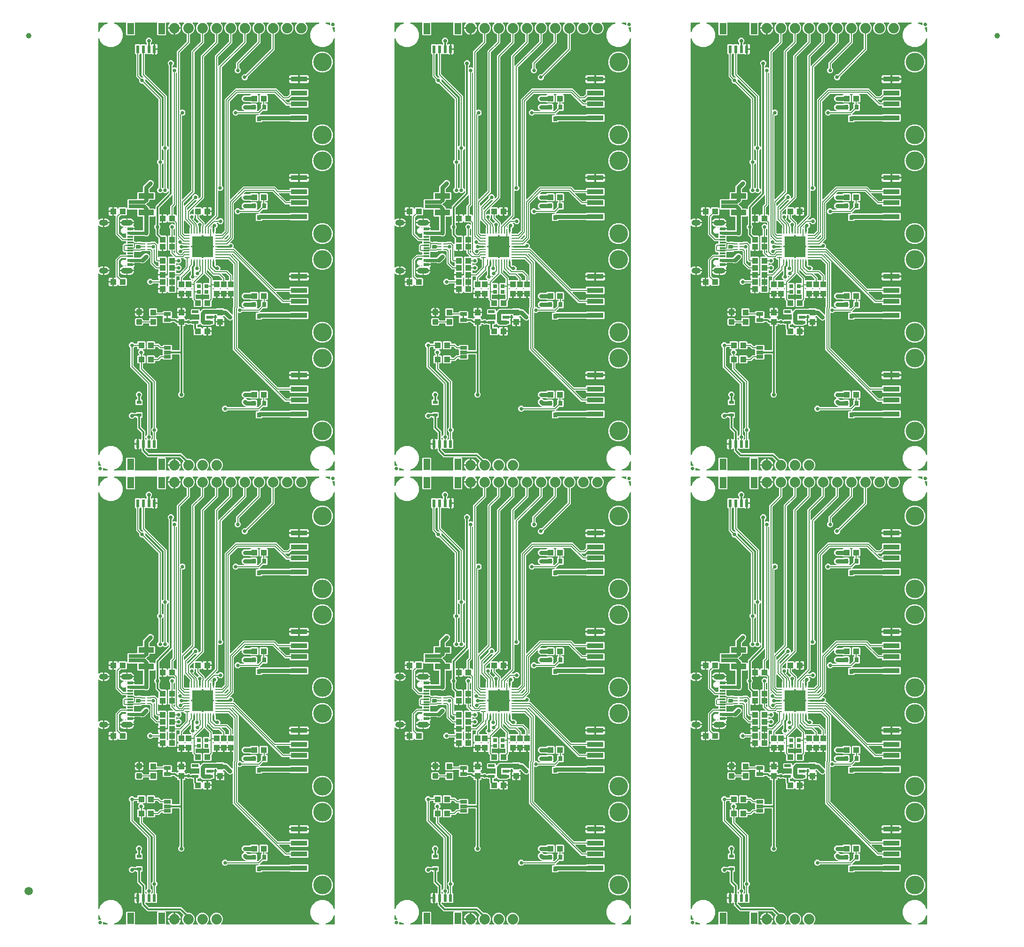
<source format=gtl>
G04 EAGLE Gerber RS-274X export*
G75*
%MOMM*%
%FSLAX34Y34*%
%LPD*%
%INTop Copper*%
%IPPOS*%
%AMOC8*
5,1,8,0,0,1.08239X$1,22.5*%
G01*
%ADD10C,0.635000*%
%ADD11R,1.200000X2.000000*%
%ADD12R,0.600000X1.350000*%
%ADD13C,1.879600*%
%ADD14R,1.100000X1.000000*%
%ADD15R,1.000000X1.100000*%
%ADD16C,0.300000*%
%ADD17R,1.200000X0.550000*%
%ADD18R,1.000000X0.300000*%
%ADD19R,1.000000X0.600000*%
%ADD20C,0.755600*%
%ADD21R,0.610000X0.250000*%
%ADD22R,0.560000X0.250000*%
%ADD23R,1.270000X0.660400*%
%ADD24R,0.750000X0.700000*%
%ADD25R,0.900000X0.280000*%
%ADD26R,3.700000X3.700000*%
%ADD27R,0.280000X0.900000*%
%ADD28C,3.327400*%
%ADD29R,3.000000X0.900000*%
%ADD30R,2.800000X1.000000*%
%ADD31R,0.800000X0.900000*%
%ADD32R,1.270000X0.635000*%
%ADD33R,0.830000X0.630000*%
%ADD34C,1.000000*%
%ADD35C,1.500000*%
%ADD36C,0.304800*%
%ADD37C,0.660400*%
%ADD38C,0.705600*%
%ADD39C,0.177800*%
%ADD40C,0.762000*%
%ADD41C,0.635000*%
%ADD42C,0.596900*%

G36*
X585526Y3052D02*
X585526Y3052D01*
X585545Y3050D01*
X585647Y3072D01*
X585749Y3088D01*
X585766Y3098D01*
X585786Y3102D01*
X585875Y3155D01*
X585966Y3204D01*
X585980Y3218D01*
X585997Y3228D01*
X586064Y3307D01*
X586136Y3382D01*
X586144Y3400D01*
X586157Y3415D01*
X586196Y3511D01*
X586239Y3605D01*
X586241Y3625D01*
X586249Y3643D01*
X586267Y3810D01*
X586267Y24892D01*
X587458Y26083D01*
X601142Y26083D01*
X602333Y24892D01*
X602333Y3810D01*
X602336Y3790D01*
X602334Y3771D01*
X602356Y3669D01*
X602372Y3567D01*
X602382Y3550D01*
X602386Y3530D01*
X602439Y3441D01*
X602488Y3350D01*
X602502Y3336D01*
X602512Y3319D01*
X602591Y3252D01*
X602666Y3180D01*
X602684Y3172D01*
X602699Y3159D01*
X602795Y3120D01*
X602889Y3077D01*
X602909Y3075D01*
X602927Y3067D01*
X603094Y3049D01*
X641506Y3049D01*
X641526Y3052D01*
X641545Y3050D01*
X641647Y3072D01*
X641749Y3088D01*
X641766Y3098D01*
X641786Y3102D01*
X641875Y3155D01*
X641966Y3204D01*
X641980Y3218D01*
X641997Y3228D01*
X642064Y3307D01*
X642136Y3382D01*
X642144Y3400D01*
X642157Y3415D01*
X642196Y3511D01*
X642239Y3605D01*
X642241Y3625D01*
X642249Y3643D01*
X642267Y3810D01*
X642267Y24892D01*
X642999Y25624D01*
X643041Y25682D01*
X643090Y25734D01*
X643112Y25781D01*
X643143Y25823D01*
X643164Y25892D01*
X643194Y25957D01*
X643200Y26009D01*
X643215Y26059D01*
X643213Y26130D01*
X643221Y26201D01*
X643210Y26252D01*
X643209Y26304D01*
X643184Y26372D01*
X643169Y26442D01*
X643142Y26487D01*
X643124Y26535D01*
X643079Y26591D01*
X643043Y26653D01*
X643003Y26687D01*
X642970Y26727D01*
X642910Y26766D01*
X642856Y26813D01*
X642807Y26832D01*
X642763Y26860D01*
X642694Y26878D01*
X642627Y26905D01*
X642556Y26913D01*
X642525Y26921D01*
X642502Y26919D01*
X642461Y26923D01*
X624637Y26923D01*
X613743Y37817D01*
X613743Y41417D01*
X613729Y41507D01*
X613721Y41598D01*
X613709Y41628D01*
X613704Y41659D01*
X613661Y41740D01*
X613625Y41824D01*
X613599Y41856D01*
X613588Y41877D01*
X613565Y41899D01*
X613520Y41955D01*
X613198Y42278D01*
X613181Y42289D01*
X613169Y42305D01*
X613082Y42361D01*
X612998Y42421D01*
X612979Y42427D01*
X612962Y42438D01*
X612862Y42463D01*
X612763Y42494D01*
X612743Y42493D01*
X612723Y42498D01*
X612620Y42490D01*
X612517Y42487D01*
X612498Y42480D01*
X612478Y42479D01*
X612383Y42438D01*
X612286Y42403D01*
X612270Y42390D01*
X612252Y42383D01*
X612121Y42278D01*
X611860Y42017D01*
X611281Y41682D01*
X610634Y41509D01*
X608799Y41509D01*
X608799Y50062D01*
X608796Y50081D01*
X608798Y50101D01*
X608776Y50203D01*
X608760Y50305D01*
X608750Y50322D01*
X608746Y50342D01*
X608693Y50431D01*
X608644Y50522D01*
X608630Y50536D01*
X608620Y50553D01*
X608541Y50620D01*
X608466Y50691D01*
X608448Y50700D01*
X608433Y50713D01*
X608337Y50751D01*
X608243Y50795D01*
X608223Y50797D01*
X608205Y50804D01*
X608281Y50817D01*
X608298Y50826D01*
X608318Y50830D01*
X608407Y50883D01*
X608498Y50932D01*
X608512Y50946D01*
X608529Y50956D01*
X608596Y51035D01*
X608668Y51110D01*
X608676Y51128D01*
X608689Y51143D01*
X608728Y51240D01*
X608771Y51333D01*
X608773Y51353D01*
X608781Y51371D01*
X608799Y51538D01*
X608799Y60091D01*
X610634Y60091D01*
X611281Y59918D01*
X611860Y59583D01*
X612121Y59322D01*
X612137Y59311D01*
X612150Y59295D01*
X612237Y59239D01*
X612321Y59179D01*
X612340Y59173D01*
X612356Y59162D01*
X612457Y59137D01*
X612556Y59106D01*
X612576Y59107D01*
X612595Y59102D01*
X612698Y59110D01*
X612802Y59113D01*
X612820Y59120D01*
X612840Y59121D01*
X612935Y59162D01*
X613033Y59197D01*
X613048Y59210D01*
X613067Y59217D01*
X613198Y59322D01*
X613520Y59645D01*
X613568Y59712D01*
X613571Y59714D01*
X613572Y59717D01*
X613573Y59719D01*
X613633Y59788D01*
X613645Y59819D01*
X613664Y59845D01*
X613691Y59932D01*
X613725Y60017D01*
X613729Y60058D01*
X613736Y60080D01*
X613735Y60112D01*
X613743Y60183D01*
X613743Y70521D01*
X613729Y70612D01*
X613721Y70702D01*
X613709Y70732D01*
X613704Y70764D01*
X613661Y70845D01*
X613625Y70929D01*
X613599Y70961D01*
X613588Y70982D01*
X613565Y71004D01*
X613520Y71060D01*
X606043Y78537D01*
X606043Y96856D01*
X606040Y96876D01*
X606042Y96895D01*
X606020Y96997D01*
X606004Y97099D01*
X605994Y97116D01*
X605990Y97136D01*
X605937Y97225D01*
X605888Y97316D01*
X605874Y97330D01*
X605864Y97347D01*
X605785Y97414D01*
X605710Y97486D01*
X605692Y97494D01*
X605677Y97507D01*
X605581Y97546D01*
X605487Y97589D01*
X605467Y97591D01*
X605449Y97599D01*
X605282Y97617D01*
X604608Y97617D01*
X603205Y99020D01*
X603131Y99073D01*
X603062Y99133D01*
X603031Y99145D01*
X603005Y99164D01*
X602918Y99191D01*
X602833Y99225D01*
X602792Y99229D01*
X602770Y99236D01*
X602738Y99235D01*
X602667Y99243D01*
X602451Y99243D01*
X602337Y99225D01*
X602220Y99207D01*
X602215Y99205D01*
X602209Y99204D01*
X602106Y99149D01*
X602001Y99096D01*
X601997Y99091D01*
X601991Y99088D01*
X601911Y99004D01*
X601829Y98920D01*
X601825Y98914D01*
X601822Y98910D01*
X601814Y98893D01*
X601748Y98773D01*
X601614Y98450D01*
X600050Y96886D01*
X598006Y96039D01*
X595794Y96039D01*
X593750Y96886D01*
X592186Y98450D01*
X591339Y100494D01*
X591339Y102706D01*
X592186Y104750D01*
X593750Y106314D01*
X595794Y107161D01*
X598006Y107161D01*
X599807Y106415D01*
X599871Y106400D01*
X599932Y106375D01*
X600015Y106366D01*
X600047Y106359D01*
X600066Y106360D01*
X600099Y106357D01*
X602667Y106357D01*
X602757Y106371D01*
X602848Y106379D01*
X602877Y106391D01*
X602909Y106396D01*
X602990Y106439D01*
X603074Y106475D01*
X603106Y106501D01*
X603127Y106512D01*
X603149Y106535D01*
X603205Y106580D01*
X604608Y107983D01*
X614592Y107983D01*
X615783Y106792D01*
X615783Y98808D01*
X614592Y97617D01*
X613918Y97617D01*
X613898Y97614D01*
X613879Y97616D01*
X613777Y97594D01*
X613675Y97578D01*
X613658Y97568D01*
X613638Y97564D01*
X613549Y97511D01*
X613458Y97462D01*
X613444Y97448D01*
X613427Y97438D01*
X613360Y97359D01*
X613288Y97284D01*
X613280Y97266D01*
X613267Y97251D01*
X613228Y97155D01*
X613185Y97061D01*
X613183Y97041D01*
X613175Y97023D01*
X613157Y96856D01*
X613157Y81799D01*
X613171Y81708D01*
X613179Y81618D01*
X613191Y81588D01*
X613196Y81556D01*
X613239Y81475D01*
X613275Y81391D01*
X613301Y81359D01*
X613312Y81338D01*
X613335Y81316D01*
X613380Y81260D01*
X620857Y73783D01*
X620857Y65712D01*
X620872Y65616D01*
X620882Y65519D01*
X620892Y65495D01*
X620896Y65469D01*
X620942Y65383D01*
X620982Y65294D01*
X620999Y65275D01*
X621012Y65252D01*
X621082Y65185D01*
X621148Y65113D01*
X621171Y65100D01*
X621190Y65082D01*
X621278Y65041D01*
X621364Y64994D01*
X621389Y64990D01*
X621413Y64979D01*
X621510Y64968D01*
X621606Y64951D01*
X621632Y64955D01*
X621657Y64952D01*
X621753Y64972D01*
X621849Y64987D01*
X621872Y64998D01*
X621898Y65004D01*
X621981Y65054D01*
X622068Y65098D01*
X622087Y65117D01*
X622109Y65130D01*
X622172Y65204D01*
X622240Y65274D01*
X622256Y65302D01*
X622269Y65317D01*
X622281Y65348D01*
X622321Y65421D01*
X622777Y66522D01*
X624155Y67900D01*
X624208Y67974D01*
X624268Y68043D01*
X624280Y68073D01*
X624299Y68100D01*
X624326Y68186D01*
X624360Y68271D01*
X624364Y68312D01*
X624371Y68335D01*
X624370Y68367D01*
X624378Y68438D01*
X624378Y158574D01*
X624364Y158665D01*
X624356Y158755D01*
X624344Y158785D01*
X624339Y158817D01*
X624296Y158898D01*
X624260Y158982D01*
X624234Y159014D01*
X624223Y159035D01*
X624200Y159057D01*
X624155Y159113D01*
X593978Y189290D01*
X593978Y223662D01*
X593964Y223752D01*
X593956Y223843D01*
X593944Y223873D01*
X593939Y223905D01*
X593896Y223985D01*
X593860Y224069D01*
X593834Y224101D01*
X593823Y224122D01*
X593800Y224144D01*
X593755Y224200D01*
X592377Y225578D01*
X591565Y227539D01*
X591565Y229661D01*
X592377Y231622D01*
X593878Y233123D01*
X595839Y233935D01*
X597961Y233935D01*
X599922Y233123D01*
X601300Y231745D01*
X601374Y231692D01*
X601443Y231632D01*
X601473Y231620D01*
X601500Y231601D01*
X601586Y231574D01*
X601671Y231540D01*
X601712Y231536D01*
X601735Y231529D01*
X601767Y231530D01*
X601838Y231522D01*
X605506Y231522D01*
X605526Y231525D01*
X605545Y231523D01*
X605647Y231545D01*
X605749Y231561D01*
X605766Y231571D01*
X605786Y231575D01*
X605875Y231628D01*
X605966Y231677D01*
X605980Y231691D01*
X605997Y231701D01*
X606064Y231780D01*
X606136Y231855D01*
X606144Y231873D01*
X606157Y231888D01*
X606196Y231984D01*
X606239Y232078D01*
X606241Y232098D01*
X606249Y232116D01*
X606267Y232283D01*
X606267Y234442D01*
X607458Y235633D01*
X620142Y235633D01*
X621333Y234442D01*
X621333Y222758D01*
X620142Y221567D01*
X617125Y221567D01*
X617054Y221556D01*
X616983Y221554D01*
X616934Y221536D01*
X616882Y221528D01*
X616819Y221494D01*
X616752Y221469D01*
X616711Y221437D01*
X616665Y221412D01*
X616616Y221360D01*
X616560Y221316D01*
X616531Y221272D01*
X616495Y221234D01*
X616465Y221169D01*
X616427Y221109D01*
X616414Y221058D01*
X616392Y221011D01*
X616384Y220940D01*
X616366Y220870D01*
X616371Y220818D01*
X616365Y220767D01*
X616380Y220696D01*
X616386Y220625D01*
X616406Y220577D01*
X616417Y220526D01*
X616454Y220465D01*
X616482Y220399D01*
X616527Y220343D01*
X616543Y220315D01*
X616561Y220300D01*
X616587Y220268D01*
X617933Y218922D01*
X618745Y216961D01*
X618745Y214839D01*
X617933Y212878D01*
X616945Y211890D01*
X616892Y211816D01*
X616832Y211747D01*
X616820Y211717D01*
X616801Y211690D01*
X616774Y211604D01*
X616740Y211519D01*
X616736Y211478D01*
X616729Y211455D01*
X616730Y211423D01*
X616722Y211352D01*
X616722Y210994D01*
X616725Y210974D01*
X616723Y210955D01*
X616745Y210853D01*
X616761Y210751D01*
X616771Y210734D01*
X616775Y210714D01*
X616828Y210625D01*
X616877Y210534D01*
X616891Y210520D01*
X616901Y210503D01*
X616980Y210436D01*
X617055Y210364D01*
X617073Y210356D01*
X617088Y210343D01*
X617184Y210304D01*
X617278Y210261D01*
X617298Y210259D01*
X617316Y210251D01*
X617483Y210233D01*
X620142Y210233D01*
X621333Y209042D01*
X621333Y197358D01*
X620142Y196167D01*
X617483Y196167D01*
X617463Y196164D01*
X617444Y196166D01*
X617342Y196144D01*
X617240Y196128D01*
X617223Y196118D01*
X617203Y196114D01*
X617114Y196061D01*
X617023Y196012D01*
X617009Y195998D01*
X616992Y195988D01*
X616925Y195909D01*
X616853Y195834D01*
X616845Y195816D01*
X616832Y195801D01*
X616793Y195705D01*
X616750Y195611D01*
X616748Y195591D01*
X616740Y195573D01*
X616722Y195406D01*
X616722Y187826D01*
X616736Y187735D01*
X616744Y187645D01*
X616756Y187615D01*
X616761Y187583D01*
X616804Y187502D01*
X616840Y187418D01*
X616866Y187386D01*
X616877Y187365D01*
X616900Y187343D01*
X616945Y187287D01*
X640222Y164010D01*
X640222Y81138D01*
X640236Y81048D01*
X640244Y80957D01*
X640256Y80927D01*
X640261Y80895D01*
X640304Y80815D01*
X640340Y80731D01*
X640366Y80699D01*
X640377Y80678D01*
X640400Y80656D01*
X640445Y80600D01*
X641823Y79222D01*
X642635Y77261D01*
X642635Y75139D01*
X641823Y73178D01*
X640445Y71800D01*
X640392Y71726D01*
X640332Y71657D01*
X640320Y71627D01*
X640301Y71600D01*
X640274Y71514D01*
X640240Y71429D01*
X640236Y71388D01*
X640229Y71365D01*
X640230Y71333D01*
X640222Y71262D01*
X640222Y60344D01*
X640225Y60324D01*
X640223Y60305D01*
X640245Y60203D01*
X640261Y60101D01*
X640271Y60084D01*
X640275Y60064D01*
X640328Y59975D01*
X640377Y59884D01*
X640391Y59870D01*
X640401Y59853D01*
X640480Y59786D01*
X640555Y59714D01*
X640573Y59706D01*
X640588Y59693D01*
X640684Y59654D01*
X640778Y59611D01*
X640798Y59609D01*
X640816Y59601D01*
X640983Y59583D01*
X641142Y59583D01*
X642333Y58392D01*
X642333Y43208D01*
X641142Y42017D01*
X633458Y42017D01*
X632838Y42637D01*
X632822Y42649D01*
X632810Y42664D01*
X632722Y42720D01*
X632639Y42781D01*
X632620Y42786D01*
X632603Y42797D01*
X632502Y42822D01*
X632403Y42853D01*
X632384Y42852D01*
X632364Y42857D01*
X632261Y42849D01*
X632158Y42847D01*
X632139Y42840D01*
X632119Y42838D01*
X632024Y42798D01*
X631927Y42762D01*
X631911Y42750D01*
X631893Y42742D01*
X631762Y42637D01*
X631142Y42017D01*
X623458Y42017D01*
X622838Y42637D01*
X622822Y42649D01*
X622810Y42664D01*
X622722Y42720D01*
X622639Y42781D01*
X622620Y42786D01*
X622603Y42797D01*
X622502Y42822D01*
X622403Y42853D01*
X622384Y42852D01*
X622364Y42857D01*
X622261Y42849D01*
X622158Y42847D01*
X622139Y42840D01*
X622119Y42838D01*
X622024Y42798D01*
X621927Y42762D01*
X621911Y42750D01*
X621893Y42742D01*
X621762Y42637D01*
X621080Y41955D01*
X621026Y41881D01*
X620967Y41812D01*
X620955Y41781D01*
X620936Y41755D01*
X620909Y41668D01*
X620875Y41583D01*
X620871Y41542D01*
X620864Y41520D01*
X620865Y41488D01*
X620857Y41417D01*
X620857Y41079D01*
X620858Y41072D01*
X620858Y41070D01*
X620871Y40988D01*
X620879Y40898D01*
X620891Y40868D01*
X620896Y40836D01*
X620939Y40755D01*
X620975Y40671D01*
X621001Y40639D01*
X621012Y40618D01*
X621035Y40596D01*
X621080Y40540D01*
X627360Y34260D01*
X627434Y34207D01*
X627504Y34147D01*
X627534Y34135D01*
X627560Y34116D01*
X627647Y34089D01*
X627732Y34055D01*
X627773Y34051D01*
X627795Y34044D01*
X627827Y34045D01*
X627899Y34037D01*
X686003Y34037D01*
X695686Y24354D01*
X695760Y24301D01*
X695830Y24241D01*
X695860Y24229D01*
X695886Y24210D01*
X695973Y24183D01*
X696058Y24149D01*
X696099Y24145D01*
X696121Y24138D01*
X696153Y24139D01*
X696225Y24131D01*
X700774Y24131D01*
X704975Y22390D01*
X708190Y19175D01*
X709931Y14974D01*
X709931Y10426D01*
X708190Y6225D01*
X706314Y4348D01*
X706272Y4290D01*
X706223Y4238D01*
X706201Y4191D01*
X706170Y4149D01*
X706149Y4080D01*
X706119Y4015D01*
X706113Y3963D01*
X706098Y3913D01*
X706100Y3842D01*
X706092Y3771D01*
X706103Y3720D01*
X706104Y3668D01*
X706129Y3600D01*
X706144Y3530D01*
X706171Y3485D01*
X706189Y3437D01*
X706234Y3381D01*
X706270Y3319D01*
X706310Y3285D01*
X706342Y3245D01*
X706403Y3206D01*
X706457Y3159D01*
X706505Y3140D01*
X706549Y3112D01*
X706619Y3094D01*
X706685Y3067D01*
X706757Y3059D01*
X706788Y3051D01*
X706811Y3053D01*
X706852Y3049D01*
X715548Y3049D01*
X715619Y3060D01*
X715690Y3062D01*
X715739Y3080D01*
X715791Y3088D01*
X715854Y3122D01*
X715921Y3147D01*
X715962Y3179D01*
X716008Y3204D01*
X716057Y3256D01*
X716113Y3300D01*
X716142Y3344D01*
X716177Y3382D01*
X716208Y3447D01*
X716246Y3507D01*
X716259Y3558D01*
X716281Y3605D01*
X716289Y3676D01*
X716307Y3746D01*
X716302Y3798D01*
X716308Y3849D01*
X716293Y3920D01*
X716287Y3991D01*
X716267Y4039D01*
X716256Y4090D01*
X716219Y4151D01*
X716191Y4217D01*
X716146Y4273D01*
X716130Y4301D01*
X716112Y4316D01*
X716086Y4348D01*
X714210Y6225D01*
X712469Y10426D01*
X712469Y14974D01*
X714210Y19175D01*
X717425Y22390D01*
X721626Y24131D01*
X726174Y24131D01*
X730375Y22390D01*
X733590Y19175D01*
X735331Y14974D01*
X735331Y10426D01*
X733590Y6225D01*
X731714Y4348D01*
X731672Y4290D01*
X731623Y4238D01*
X731601Y4191D01*
X731570Y4149D01*
X731549Y4080D01*
X731519Y4015D01*
X731513Y3963D01*
X731498Y3913D01*
X731500Y3842D01*
X731492Y3771D01*
X731503Y3720D01*
X731504Y3668D01*
X731529Y3600D01*
X731544Y3530D01*
X731571Y3485D01*
X731589Y3437D01*
X731634Y3381D01*
X731670Y3319D01*
X731710Y3285D01*
X731742Y3245D01*
X731803Y3206D01*
X731857Y3159D01*
X731905Y3140D01*
X731949Y3112D01*
X732019Y3094D01*
X732085Y3067D01*
X732157Y3059D01*
X732188Y3051D01*
X732211Y3053D01*
X732252Y3049D01*
X740948Y3049D01*
X741019Y3060D01*
X741090Y3062D01*
X741139Y3080D01*
X741191Y3088D01*
X741254Y3122D01*
X741321Y3147D01*
X741362Y3179D01*
X741408Y3204D01*
X741457Y3256D01*
X741513Y3300D01*
X741542Y3344D01*
X741577Y3382D01*
X741608Y3447D01*
X741646Y3507D01*
X741659Y3558D01*
X741681Y3605D01*
X741689Y3676D01*
X741707Y3746D01*
X741702Y3798D01*
X741708Y3849D01*
X741693Y3920D01*
X741687Y3991D01*
X741667Y4039D01*
X741656Y4090D01*
X741619Y4151D01*
X741591Y4217D01*
X741546Y4273D01*
X741530Y4301D01*
X741512Y4316D01*
X741486Y4348D01*
X739610Y6225D01*
X737869Y10426D01*
X737869Y14974D01*
X739610Y19175D01*
X742825Y22390D01*
X747026Y24131D01*
X751574Y24131D01*
X755775Y22390D01*
X758990Y19175D01*
X760731Y14974D01*
X760731Y10426D01*
X758990Y6225D01*
X757114Y4348D01*
X757072Y4290D01*
X757023Y4238D01*
X757001Y4191D01*
X756970Y4149D01*
X756949Y4080D01*
X756919Y4015D01*
X756913Y3963D01*
X756898Y3913D01*
X756900Y3842D01*
X756892Y3771D01*
X756903Y3720D01*
X756904Y3668D01*
X756929Y3600D01*
X756944Y3530D01*
X756971Y3485D01*
X756989Y3437D01*
X757034Y3381D01*
X757070Y3319D01*
X757110Y3285D01*
X757142Y3245D01*
X757203Y3206D01*
X757257Y3159D01*
X757305Y3140D01*
X757349Y3112D01*
X757419Y3094D01*
X757485Y3067D01*
X757557Y3059D01*
X757588Y3051D01*
X757611Y3053D01*
X757652Y3049D01*
X933514Y3049D01*
X933610Y3064D01*
X933707Y3074D01*
X933731Y3084D01*
X933757Y3088D01*
X933843Y3134D01*
X933932Y3174D01*
X933951Y3191D01*
X933975Y3204D01*
X934041Y3274D01*
X934113Y3340D01*
X934126Y3363D01*
X934144Y3382D01*
X934185Y3470D01*
X934232Y3556D01*
X934237Y3581D01*
X934248Y3605D01*
X934258Y3702D01*
X934276Y3798D01*
X934272Y3824D01*
X934275Y3849D01*
X934254Y3945D01*
X934240Y4041D01*
X934228Y4064D01*
X934222Y4090D01*
X934172Y4173D01*
X934128Y4260D01*
X934110Y4279D01*
X934096Y4301D01*
X934022Y4364D01*
X933953Y4432D01*
X933924Y4448D01*
X933909Y4461D01*
X933879Y4473D01*
X933806Y4513D01*
X927570Y7096D01*
X921496Y13170D01*
X918209Y21105D01*
X918209Y29695D01*
X921496Y37630D01*
X927570Y43704D01*
X935505Y46991D01*
X944095Y46991D01*
X952030Y43704D01*
X958104Y37630D01*
X960687Y31394D01*
X960738Y31311D01*
X960784Y31225D01*
X960803Y31207D01*
X960816Y31185D01*
X960891Y31123D01*
X960962Y31056D01*
X960986Y31045D01*
X961006Y31028D01*
X961097Y30993D01*
X961185Y30952D01*
X961211Y30950D01*
X961235Y30940D01*
X961333Y30936D01*
X961429Y30925D01*
X961455Y30931D01*
X961481Y30930D01*
X961575Y30957D01*
X961670Y30978D01*
X961692Y30991D01*
X961717Y30998D01*
X961797Y31054D01*
X961881Y31104D01*
X961898Y31124D01*
X961919Y31139D01*
X961978Y31217D01*
X962041Y31291D01*
X962051Y31315D01*
X962066Y31336D01*
X962096Y31428D01*
X962133Y31519D01*
X962136Y31551D01*
X962142Y31570D01*
X962142Y31603D01*
X962151Y31686D01*
X962151Y781114D01*
X962136Y781210D01*
X962126Y781307D01*
X962116Y781331D01*
X962112Y781357D01*
X962066Y781443D01*
X962026Y781532D01*
X962009Y781551D01*
X961996Y781575D01*
X961926Y781641D01*
X961860Y781713D01*
X961837Y781726D01*
X961818Y781744D01*
X961730Y781785D01*
X961644Y781832D01*
X961619Y781837D01*
X961595Y781848D01*
X961498Y781858D01*
X961402Y781876D01*
X961376Y781872D01*
X961351Y781875D01*
X961255Y781854D01*
X961159Y781840D01*
X961136Y781828D01*
X961110Y781822D01*
X961027Y781772D01*
X960940Y781728D01*
X960921Y781710D01*
X960899Y781696D01*
X960836Y781622D01*
X960768Y781553D01*
X960752Y781524D01*
X960739Y781509D01*
X960727Y781479D01*
X960687Y781406D01*
X958104Y775170D01*
X952030Y769096D01*
X944095Y765809D01*
X935505Y765809D01*
X927570Y769096D01*
X921496Y775170D01*
X918209Y783105D01*
X918209Y791695D01*
X921496Y799630D01*
X927570Y805704D01*
X933806Y808287D01*
X933889Y808338D01*
X933975Y808384D01*
X933993Y808403D01*
X934015Y808416D01*
X934077Y808491D01*
X934144Y808562D01*
X934155Y808586D01*
X934172Y808606D01*
X934206Y808697D01*
X934248Y808785D01*
X934250Y808811D01*
X934260Y808835D01*
X934264Y808933D01*
X934275Y809029D01*
X934269Y809055D01*
X934270Y809081D01*
X934243Y809175D01*
X934222Y809270D01*
X934209Y809292D01*
X934202Y809317D01*
X934146Y809397D01*
X934096Y809481D01*
X934076Y809498D01*
X934061Y809519D01*
X933983Y809578D01*
X933909Y809641D01*
X933885Y809651D01*
X933864Y809666D01*
X933772Y809696D01*
X933681Y809733D01*
X933649Y809736D01*
X933630Y809742D01*
X933597Y809742D01*
X933514Y809751D01*
X910052Y809751D01*
X909981Y809740D01*
X909910Y809738D01*
X909861Y809720D01*
X909809Y809712D01*
X909746Y809678D01*
X909679Y809653D01*
X909638Y809621D01*
X909592Y809596D01*
X909543Y809544D01*
X909487Y809500D01*
X909458Y809456D01*
X909423Y809418D01*
X909392Y809353D01*
X909354Y809293D01*
X909341Y809242D01*
X909319Y809195D01*
X909311Y809124D01*
X909293Y809054D01*
X909298Y809002D01*
X909292Y808951D01*
X909307Y808880D01*
X909313Y808809D01*
X909333Y808761D01*
X909344Y808710D01*
X909381Y808649D01*
X909409Y808583D01*
X909454Y808527D01*
X909470Y808499D01*
X909488Y808484D01*
X909514Y808452D01*
X911390Y806575D01*
X913131Y802374D01*
X913131Y797826D01*
X911390Y793625D01*
X908175Y790410D01*
X903974Y788669D01*
X899426Y788669D01*
X895225Y790410D01*
X892010Y793625D01*
X890269Y797826D01*
X890269Y802374D01*
X892010Y806575D01*
X893886Y808452D01*
X893928Y808510D01*
X893977Y808562D01*
X893999Y808609D01*
X894030Y808651D01*
X894051Y808720D01*
X894081Y808785D01*
X894087Y808837D01*
X894102Y808887D01*
X894100Y808958D01*
X894108Y809029D01*
X894097Y809080D01*
X894096Y809132D01*
X894071Y809200D01*
X894056Y809270D01*
X894029Y809315D01*
X894011Y809363D01*
X893966Y809419D01*
X893930Y809481D01*
X893890Y809515D01*
X893858Y809555D01*
X893797Y809594D01*
X893743Y809641D01*
X893695Y809660D01*
X893651Y809688D01*
X893581Y809706D01*
X893515Y809733D01*
X893443Y809741D01*
X893412Y809749D01*
X893389Y809747D01*
X893348Y809751D01*
X884652Y809751D01*
X884581Y809740D01*
X884510Y809738D01*
X884461Y809720D01*
X884409Y809712D01*
X884346Y809678D01*
X884279Y809653D01*
X884238Y809621D01*
X884192Y809596D01*
X884143Y809544D01*
X884087Y809500D01*
X884058Y809456D01*
X884023Y809418D01*
X883992Y809353D01*
X883954Y809293D01*
X883941Y809242D01*
X883919Y809195D01*
X883911Y809124D01*
X883893Y809054D01*
X883898Y809002D01*
X883892Y808951D01*
X883907Y808880D01*
X883913Y808809D01*
X883933Y808761D01*
X883944Y808710D01*
X883981Y808649D01*
X884009Y808583D01*
X884054Y808527D01*
X884070Y808499D01*
X884088Y808484D01*
X884114Y808452D01*
X885990Y806575D01*
X887731Y802374D01*
X887731Y797826D01*
X885990Y793625D01*
X882775Y790410D01*
X878574Y788669D01*
X874026Y788669D01*
X869825Y790410D01*
X866610Y793625D01*
X864869Y797826D01*
X864869Y802374D01*
X866610Y806575D01*
X868486Y808452D01*
X868528Y808510D01*
X868577Y808562D01*
X868599Y808609D01*
X868630Y808651D01*
X868651Y808720D01*
X868681Y808785D01*
X868687Y808837D01*
X868702Y808887D01*
X868700Y808958D01*
X868708Y809029D01*
X868697Y809080D01*
X868696Y809132D01*
X868671Y809200D01*
X868656Y809270D01*
X868629Y809315D01*
X868611Y809363D01*
X868566Y809419D01*
X868530Y809481D01*
X868490Y809515D01*
X868458Y809555D01*
X868397Y809594D01*
X868343Y809641D01*
X868295Y809660D01*
X868251Y809688D01*
X868181Y809706D01*
X868115Y809733D01*
X868043Y809741D01*
X868012Y809749D01*
X867989Y809747D01*
X867948Y809751D01*
X859252Y809751D01*
X859181Y809740D01*
X859110Y809738D01*
X859061Y809720D01*
X859009Y809712D01*
X858946Y809678D01*
X858879Y809653D01*
X858838Y809621D01*
X858792Y809596D01*
X858743Y809544D01*
X858687Y809500D01*
X858658Y809456D01*
X858623Y809418D01*
X858592Y809353D01*
X858554Y809293D01*
X858541Y809242D01*
X858519Y809195D01*
X858511Y809124D01*
X858493Y809054D01*
X858498Y809002D01*
X858492Y808951D01*
X858507Y808880D01*
X858513Y808809D01*
X858533Y808761D01*
X858544Y808710D01*
X858581Y808649D01*
X858609Y808583D01*
X858654Y808527D01*
X858670Y808499D01*
X858688Y808484D01*
X858714Y808452D01*
X860590Y806575D01*
X862331Y802374D01*
X862331Y797826D01*
X860590Y793625D01*
X857375Y790410D01*
X854292Y789132D01*
X854192Y789071D01*
X854092Y789011D01*
X854088Y789006D01*
X854083Y789003D01*
X854008Y788913D01*
X853932Y788824D01*
X853930Y788818D01*
X853926Y788813D01*
X853884Y788705D01*
X853840Y788596D01*
X853839Y788588D01*
X853838Y788584D01*
X853837Y788565D01*
X853822Y788429D01*
X853822Y760790D01*
X805452Y712420D01*
X805399Y712346D01*
X805340Y712277D01*
X805327Y712247D01*
X805309Y712220D01*
X805282Y712133D01*
X805248Y712049D01*
X805243Y712008D01*
X805236Y711985D01*
X805237Y711953D01*
X805229Y711882D01*
X805229Y710344D01*
X804417Y708384D01*
X802916Y706883D01*
X800956Y706071D01*
X798833Y706071D01*
X796872Y706883D01*
X795372Y708384D01*
X794560Y710344D01*
X794560Y712467D01*
X795372Y714428D01*
X796872Y715928D01*
X798833Y716740D01*
X801014Y716740D01*
X801104Y716718D01*
X801110Y716718D01*
X801116Y716717D01*
X801232Y716728D01*
X801349Y716737D01*
X801355Y716739D01*
X801361Y716740D01*
X801468Y716788D01*
X801575Y716833D01*
X801581Y716838D01*
X801586Y716840D01*
X801599Y716853D01*
X801706Y716938D01*
X847755Y762987D01*
X847808Y763061D01*
X847868Y763131D01*
X847880Y763161D01*
X847899Y763187D01*
X847926Y763274D01*
X847943Y763317D01*
X847950Y763332D01*
X847951Y763336D01*
X847960Y763359D01*
X847964Y763400D01*
X847971Y763422D01*
X847970Y763454D01*
X847978Y763526D01*
X847978Y788429D01*
X847959Y788544D01*
X847942Y788660D01*
X847940Y788666D01*
X847939Y788672D01*
X847884Y788774D01*
X847831Y788879D01*
X847826Y788884D01*
X847823Y788889D01*
X847739Y788969D01*
X847655Y789051D01*
X847649Y789055D01*
X847645Y789059D01*
X847628Y789066D01*
X847508Y789132D01*
X844425Y790410D01*
X841210Y793625D01*
X839469Y797826D01*
X839469Y802374D01*
X841210Y806575D01*
X843086Y808452D01*
X843128Y808510D01*
X843177Y808562D01*
X843199Y808609D01*
X843230Y808651D01*
X843251Y808720D01*
X843281Y808785D01*
X843287Y808837D01*
X843302Y808887D01*
X843300Y808958D01*
X843308Y809029D01*
X843297Y809080D01*
X843296Y809132D01*
X843271Y809200D01*
X843256Y809270D01*
X843229Y809315D01*
X843211Y809363D01*
X843166Y809419D01*
X843130Y809481D01*
X843090Y809515D01*
X843058Y809555D01*
X842997Y809594D01*
X842943Y809641D01*
X842895Y809660D01*
X842851Y809688D01*
X842781Y809706D01*
X842715Y809733D01*
X842643Y809741D01*
X842612Y809749D01*
X842589Y809747D01*
X842548Y809751D01*
X833852Y809751D01*
X833781Y809740D01*
X833710Y809738D01*
X833661Y809720D01*
X833609Y809712D01*
X833546Y809678D01*
X833479Y809653D01*
X833438Y809621D01*
X833392Y809596D01*
X833343Y809544D01*
X833287Y809500D01*
X833258Y809456D01*
X833223Y809418D01*
X833192Y809353D01*
X833154Y809293D01*
X833141Y809242D01*
X833119Y809195D01*
X833111Y809124D01*
X833093Y809054D01*
X833098Y809002D01*
X833092Y808951D01*
X833107Y808880D01*
X833113Y808809D01*
X833133Y808761D01*
X833144Y808710D01*
X833181Y808649D01*
X833209Y808583D01*
X833254Y808527D01*
X833270Y808499D01*
X833288Y808484D01*
X833314Y808452D01*
X835190Y806575D01*
X836931Y802374D01*
X836931Y797826D01*
X835190Y793625D01*
X831975Y790410D01*
X828892Y789132D01*
X828792Y789071D01*
X828692Y789011D01*
X828688Y789006D01*
X828683Y789003D01*
X828608Y788913D01*
X828532Y788824D01*
X828530Y788818D01*
X828526Y788813D01*
X828484Y788705D01*
X828440Y788596D01*
X828439Y788588D01*
X828438Y788584D01*
X828437Y788565D01*
X828422Y788429D01*
X828422Y773490D01*
X790545Y735613D01*
X790492Y735539D01*
X790432Y735469D01*
X790420Y735439D01*
X790401Y735413D01*
X790374Y735326D01*
X790340Y735241D01*
X790336Y735200D01*
X790329Y735178D01*
X790330Y735146D01*
X790322Y735074D01*
X790322Y728838D01*
X790336Y728748D01*
X790344Y728657D01*
X790356Y728627D01*
X790361Y728595D01*
X790404Y728515D01*
X790440Y728431D01*
X790466Y728399D01*
X790477Y728378D01*
X790500Y728356D01*
X790545Y728300D01*
X791923Y726922D01*
X792735Y724961D01*
X792735Y722839D01*
X791923Y720878D01*
X790422Y719377D01*
X788461Y718565D01*
X786339Y718565D01*
X784378Y719377D01*
X782877Y720878D01*
X782065Y722839D01*
X782065Y724961D01*
X782877Y726922D01*
X784255Y728300D01*
X784308Y728374D01*
X784368Y728443D01*
X784380Y728473D01*
X784399Y728500D01*
X784426Y728586D01*
X784460Y728671D01*
X784464Y728712D01*
X784471Y728735D01*
X784470Y728767D01*
X784478Y728838D01*
X784478Y737810D01*
X822355Y775687D01*
X822408Y775761D01*
X822468Y775831D01*
X822480Y775861D01*
X822499Y775887D01*
X822526Y775974D01*
X822560Y776059D01*
X822564Y776100D01*
X822571Y776122D01*
X822570Y776154D01*
X822578Y776226D01*
X822578Y788429D01*
X822559Y788544D01*
X822542Y788660D01*
X822540Y788666D01*
X822539Y788672D01*
X822484Y788774D01*
X822431Y788879D01*
X822426Y788884D01*
X822423Y788889D01*
X822339Y788969D01*
X822255Y789051D01*
X822249Y789055D01*
X822245Y789059D01*
X822228Y789066D01*
X822108Y789132D01*
X819025Y790410D01*
X815810Y793625D01*
X814069Y797826D01*
X814069Y802374D01*
X815810Y806575D01*
X817686Y808452D01*
X817728Y808510D01*
X817777Y808562D01*
X817799Y808609D01*
X817830Y808651D01*
X817851Y808720D01*
X817881Y808785D01*
X817887Y808837D01*
X817902Y808887D01*
X817900Y808958D01*
X817908Y809029D01*
X817897Y809080D01*
X817896Y809132D01*
X817871Y809200D01*
X817856Y809270D01*
X817829Y809315D01*
X817811Y809363D01*
X817766Y809419D01*
X817730Y809481D01*
X817690Y809515D01*
X817658Y809555D01*
X817597Y809594D01*
X817543Y809641D01*
X817495Y809660D01*
X817451Y809688D01*
X817381Y809706D01*
X817315Y809733D01*
X817243Y809741D01*
X817212Y809749D01*
X817189Y809747D01*
X817148Y809751D01*
X808452Y809751D01*
X808381Y809740D01*
X808310Y809738D01*
X808261Y809720D01*
X808209Y809712D01*
X808146Y809678D01*
X808079Y809653D01*
X808038Y809621D01*
X807992Y809596D01*
X807943Y809544D01*
X807887Y809500D01*
X807858Y809456D01*
X807823Y809418D01*
X807792Y809353D01*
X807754Y809293D01*
X807741Y809242D01*
X807719Y809195D01*
X807711Y809124D01*
X807693Y809054D01*
X807698Y809002D01*
X807692Y808951D01*
X807707Y808880D01*
X807713Y808809D01*
X807733Y808761D01*
X807744Y808710D01*
X807781Y808649D01*
X807809Y808583D01*
X807854Y808527D01*
X807870Y808499D01*
X807888Y808484D01*
X807914Y808452D01*
X809790Y806575D01*
X811531Y802374D01*
X811531Y797826D01*
X809790Y793625D01*
X806575Y790410D01*
X803492Y789132D01*
X803392Y789071D01*
X803292Y789011D01*
X803288Y789006D01*
X803283Y789003D01*
X803208Y788913D01*
X803132Y788824D01*
X803130Y788818D01*
X803126Y788813D01*
X803084Y788705D01*
X803040Y788596D01*
X803039Y788588D01*
X803038Y788584D01*
X803037Y788565D01*
X803022Y788429D01*
X803022Y773490D01*
X758795Y729263D01*
X758742Y729189D01*
X758682Y729119D01*
X758670Y729089D01*
X758651Y729063D01*
X758624Y728976D01*
X758590Y728891D01*
X758586Y728850D01*
X758579Y728828D01*
X758580Y728796D01*
X758572Y728724D01*
X758572Y516748D01*
X758586Y516658D01*
X758594Y516567D01*
X758606Y516537D01*
X758611Y516505D01*
X758654Y516425D01*
X758690Y516341D01*
X758716Y516309D01*
X758727Y516288D01*
X758750Y516266D01*
X758795Y516210D01*
X760173Y514832D01*
X760985Y512871D01*
X760985Y510749D01*
X760173Y508788D01*
X758672Y507287D01*
X756711Y506475D01*
X754589Y506475D01*
X753274Y507020D01*
X753230Y507030D01*
X753188Y507050D01*
X753111Y507058D01*
X753035Y507076D01*
X752989Y507072D01*
X752944Y507077D01*
X752867Y507060D01*
X752790Y507053D01*
X752748Y507034D01*
X752703Y507024D01*
X752636Y506984D01*
X752565Y506953D01*
X752531Y506922D01*
X752492Y506898D01*
X752441Y506839D01*
X752384Y506786D01*
X752362Y506746D01*
X752332Y506711D01*
X752303Y506639D01*
X752266Y506571D01*
X752257Y506526D01*
X752240Y506483D01*
X752225Y506347D01*
X752222Y506329D01*
X752223Y506324D01*
X752222Y506316D01*
X752222Y461070D01*
X750287Y459135D01*
X747493Y456341D01*
X747451Y456283D01*
X747402Y456231D01*
X747380Y456184D01*
X747350Y456142D01*
X747329Y456073D01*
X747298Y456008D01*
X747293Y455956D01*
X747277Y455906D01*
X747279Y455835D01*
X747271Y455764D01*
X747282Y455713D01*
X747284Y455661D01*
X747308Y455593D01*
X747324Y455523D01*
X747350Y455478D01*
X747368Y455430D01*
X747413Y455374D01*
X747450Y455312D01*
X747489Y455278D01*
X747522Y455238D01*
X747582Y455199D01*
X747637Y455152D01*
X747685Y455133D01*
X747729Y455105D01*
X747798Y455087D01*
X747865Y455060D01*
X747936Y455052D01*
X747967Y455044D01*
X747991Y455046D01*
X748031Y455042D01*
X751347Y455042D01*
X751437Y455056D01*
X751528Y455064D01*
X751558Y455076D01*
X751590Y455081D01*
X751670Y455124D01*
X751754Y455160D01*
X751786Y455186D01*
X751807Y455197D01*
X751829Y455220D01*
X751885Y455265D01*
X753263Y456643D01*
X755224Y457455D01*
X757346Y457455D01*
X759307Y456643D01*
X760808Y455142D01*
X761620Y453181D01*
X761620Y451059D01*
X760808Y449098D01*
X759307Y447597D01*
X757346Y446785D01*
X755224Y446785D01*
X753263Y447597D01*
X751885Y448975D01*
X751811Y449028D01*
X751742Y449088D01*
X751712Y449100D01*
X751685Y449119D01*
X751599Y449146D01*
X751514Y449180D01*
X751473Y449184D01*
X751450Y449191D01*
X751418Y449190D01*
X751347Y449198D01*
X750174Y449198D01*
X750103Y449187D01*
X750032Y449185D01*
X749983Y449167D01*
X749931Y449159D01*
X749868Y449125D01*
X749801Y449100D01*
X749760Y449068D01*
X749714Y449043D01*
X749664Y448991D01*
X749609Y448947D01*
X749580Y448903D01*
X749544Y448865D01*
X749514Y448800D01*
X749476Y448740D01*
X749463Y448689D01*
X749441Y448642D01*
X749433Y448571D01*
X749415Y448501D01*
X749420Y448449D01*
X749414Y448398D01*
X749429Y448327D01*
X749435Y448256D01*
X749455Y448208D01*
X749466Y448157D01*
X749503Y448096D01*
X749531Y448030D01*
X749576Y447974D01*
X749592Y447946D01*
X749610Y447931D01*
X749636Y447899D01*
X750013Y447522D01*
X750825Y445561D01*
X750825Y443439D01*
X750013Y441478D01*
X748512Y439977D01*
X747927Y439735D01*
X747827Y439673D01*
X747727Y439614D01*
X747723Y439609D01*
X747718Y439605D01*
X747643Y439515D01*
X747567Y439427D01*
X747565Y439421D01*
X747561Y439416D01*
X747519Y439308D01*
X747475Y439198D01*
X747474Y439191D01*
X747473Y439186D01*
X747472Y439168D01*
X747457Y439032D01*
X747457Y432398D01*
X747443Y432382D01*
X747431Y432352D01*
X747412Y432326D01*
X747385Y432239D01*
X747351Y432154D01*
X747347Y432113D01*
X747340Y432091D01*
X747341Y432059D01*
X747333Y431987D01*
X747333Y430594D01*
X747336Y430574D01*
X747334Y430555D01*
X747356Y430453D01*
X747372Y430351D01*
X747382Y430334D01*
X747386Y430314D01*
X747439Y430225D01*
X747488Y430134D01*
X747502Y430120D01*
X747512Y430103D01*
X747591Y430036D01*
X747666Y429964D01*
X747684Y429956D01*
X747699Y429943D01*
X747795Y429904D01*
X747889Y429861D01*
X747909Y429859D01*
X747927Y429851D01*
X748094Y429833D01*
X756742Y429833D01*
X757030Y429545D01*
X757104Y429492D01*
X757173Y429432D01*
X757204Y429420D01*
X757230Y429401D01*
X757317Y429374D01*
X757402Y429340D01*
X757443Y429336D01*
X757465Y429329D01*
X757497Y429330D01*
X757568Y429322D01*
X757930Y429322D01*
X758021Y429336D01*
X758111Y429344D01*
X758141Y429356D01*
X758173Y429361D01*
X758254Y429404D01*
X758338Y429440D01*
X758370Y429466D01*
X758391Y429477D01*
X758413Y429500D01*
X758417Y429503D01*
X758418Y429504D01*
X758469Y429545D01*
X763427Y434503D01*
X763480Y434577D01*
X763540Y434647D01*
X763552Y434677D01*
X763571Y434703D01*
X763598Y434790D01*
X763632Y434875D01*
X763636Y434916D01*
X763643Y434938D01*
X763642Y434970D01*
X763650Y435042D01*
X763650Y671211D01*
X783447Y691008D01*
X857393Y691008D01*
X870912Y677489D01*
X870986Y677436D01*
X871055Y677377D01*
X871085Y677364D01*
X871112Y677346D01*
X871198Y677319D01*
X871283Y677285D01*
X871324Y677280D01*
X871347Y677273D01*
X871379Y677274D01*
X871450Y677266D01*
X876899Y677266D01*
X876989Y677281D01*
X877080Y677288D01*
X877110Y677301D01*
X877142Y677306D01*
X877222Y677349D01*
X877306Y677384D01*
X877338Y677410D01*
X877359Y677421D01*
X877381Y677444D01*
X877437Y677489D01*
X880424Y680476D01*
X880477Y680550D01*
X880537Y680620D01*
X880549Y680650D01*
X880568Y680676D01*
X880595Y680763D01*
X880629Y680848D01*
X880633Y680889D01*
X880640Y680911D01*
X880639Y680943D01*
X880647Y681015D01*
X880647Y688442D01*
X881838Y689633D01*
X913522Y689633D01*
X914713Y688442D01*
X914713Y677758D01*
X913522Y676567D01*
X885095Y676567D01*
X885004Y676553D01*
X884914Y676545D01*
X884884Y676533D01*
X884852Y676528D01*
X884771Y676485D01*
X884687Y676449D01*
X884655Y676423D01*
X884634Y676412D01*
X884612Y676389D01*
X884556Y676344D01*
X879635Y671423D01*
X873787Y671423D01*
X873716Y671411D01*
X873645Y671409D01*
X873596Y671391D01*
X873544Y671383D01*
X873481Y671349D01*
X873414Y671325D01*
X873373Y671292D01*
X873327Y671268D01*
X873278Y671216D01*
X873222Y671171D01*
X873193Y671127D01*
X873157Y671090D01*
X873127Y671025D01*
X873089Y670964D01*
X873076Y670914D01*
X873054Y670867D01*
X873046Y670795D01*
X873028Y670726D01*
X873033Y670674D01*
X873027Y670622D01*
X873042Y670552D01*
X873048Y670481D01*
X873068Y670433D01*
X873079Y670382D01*
X873116Y670320D01*
X873144Y670254D01*
X873189Y670198D01*
X873205Y670171D01*
X873223Y670155D01*
X873249Y670123D01*
X877127Y666245D01*
X877201Y666192D01*
X877271Y666132D01*
X877301Y666120D01*
X877327Y666101D01*
X877414Y666074D01*
X877499Y666040D01*
X877540Y666036D01*
X877562Y666029D01*
X877594Y666030D01*
X877666Y666022D01*
X879886Y666022D01*
X879906Y666025D01*
X879925Y666023D01*
X880027Y666045D01*
X880129Y666061D01*
X880146Y666071D01*
X880166Y666075D01*
X880255Y666128D01*
X880346Y666177D01*
X880360Y666191D01*
X880377Y666201D01*
X880444Y666280D01*
X880516Y666355D01*
X880524Y666373D01*
X880537Y666388D01*
X880576Y666484D01*
X880619Y666578D01*
X880621Y666598D01*
X880629Y666616D01*
X880647Y666783D01*
X880647Y668442D01*
X881838Y669633D01*
X913522Y669633D01*
X914713Y668442D01*
X914713Y657758D01*
X913522Y656567D01*
X881838Y656567D01*
X880647Y657758D01*
X880647Y659417D01*
X880644Y659437D01*
X880646Y659456D01*
X880624Y659558D01*
X880608Y659660D01*
X880598Y659677D01*
X880594Y659697D01*
X880541Y659786D01*
X880492Y659877D01*
X880478Y659891D01*
X880468Y659908D01*
X880389Y659975D01*
X880314Y660047D01*
X880296Y660055D01*
X880281Y660068D01*
X880185Y660107D01*
X880091Y660150D01*
X880071Y660152D01*
X880053Y660160D01*
X879886Y660178D01*
X874930Y660178D01*
X853723Y681385D01*
X853649Y681438D01*
X853579Y681498D01*
X853549Y681510D01*
X853523Y681529D01*
X853436Y681556D01*
X853351Y681590D01*
X853310Y681594D01*
X853288Y681601D01*
X853256Y681600D01*
X853184Y681608D01*
X840704Y681608D01*
X840634Y681597D01*
X840562Y681595D01*
X840513Y681577D01*
X840462Y681569D01*
X840398Y681535D01*
X840331Y681510D01*
X840290Y681478D01*
X840244Y681453D01*
X840195Y681401D01*
X840139Y681357D01*
X840111Y681313D01*
X840075Y681275D01*
X840045Y681210D01*
X840006Y681150D01*
X839993Y681099D01*
X839971Y681052D01*
X839963Y680981D01*
X839946Y680911D01*
X839950Y680859D01*
X839944Y680808D01*
X839959Y680737D01*
X839965Y680666D01*
X839985Y680618D01*
X839996Y680567D01*
X840033Y680506D01*
X840061Y680440D01*
X840106Y680384D01*
X840122Y680356D01*
X840140Y680341D01*
X840166Y680309D01*
X841533Y678942D01*
X841533Y667258D01*
X840342Y666067D01*
X837683Y666067D01*
X837663Y666064D01*
X837644Y666066D01*
X837542Y666044D01*
X837440Y666028D01*
X837423Y666018D01*
X837403Y666014D01*
X837314Y665961D01*
X837223Y665912D01*
X837209Y665898D01*
X837192Y665888D01*
X837125Y665809D01*
X837053Y665734D01*
X837045Y665716D01*
X837032Y665701D01*
X836993Y665605D01*
X836950Y665511D01*
X836948Y665491D01*
X836940Y665473D01*
X836922Y665306D01*
X836922Y664994D01*
X836925Y664974D01*
X836923Y664955D01*
X836945Y664853D01*
X836961Y664751D01*
X836971Y664734D01*
X836975Y664714D01*
X837028Y664625D01*
X837077Y664534D01*
X837091Y664520D01*
X837101Y664503D01*
X837180Y664436D01*
X837255Y664364D01*
X837273Y664356D01*
X837288Y664343D01*
X837384Y664304D01*
X837478Y664261D01*
X837498Y664259D01*
X837516Y664251D01*
X837683Y664233D01*
X839842Y664233D01*
X841033Y663042D01*
X841033Y652358D01*
X839842Y651167D01*
X832915Y651167D01*
X832824Y651153D01*
X832734Y651145D01*
X832704Y651133D01*
X832672Y651128D01*
X832591Y651085D01*
X832507Y651049D01*
X832475Y651023D01*
X832454Y651012D01*
X832432Y650989D01*
X832376Y650944D01*
X826674Y645242D01*
X826632Y645184D01*
X826583Y645132D01*
X826561Y645085D01*
X826531Y645043D01*
X826510Y644974D01*
X826479Y644909D01*
X826474Y644857D01*
X826458Y644807D01*
X826460Y644736D01*
X826452Y644665D01*
X826463Y644614D01*
X826465Y644562D01*
X826489Y644494D01*
X826505Y644424D01*
X826531Y644379D01*
X826549Y644331D01*
X826594Y644275D01*
X826631Y644213D01*
X826670Y644179D01*
X826703Y644139D01*
X826763Y644100D01*
X826818Y644053D01*
X826866Y644034D01*
X826910Y644006D01*
X826979Y643988D01*
X827046Y643961D01*
X827117Y643953D01*
X827148Y643945D01*
X827172Y643947D01*
X827212Y643943D01*
X880833Y643943D01*
X880923Y643957D01*
X881014Y643965D01*
X881043Y643977D01*
X881075Y643982D01*
X881156Y644025D01*
X881240Y644061D01*
X881272Y644087D01*
X881293Y644098D01*
X881315Y644121D01*
X881371Y644166D01*
X881838Y644633D01*
X913522Y644633D01*
X914713Y643442D01*
X914713Y632758D01*
X913522Y631567D01*
X881838Y631567D01*
X881371Y632034D01*
X881297Y632087D01*
X881228Y632147D01*
X881197Y632159D01*
X881171Y632178D01*
X881084Y632205D01*
X880999Y632239D01*
X880958Y632243D01*
X880936Y632250D01*
X880904Y632249D01*
X880833Y632257D01*
X832294Y632257D01*
X832274Y632254D01*
X832255Y632256D01*
X832153Y632234D01*
X832051Y632218D01*
X832034Y632208D01*
X832014Y632204D01*
X831925Y632151D01*
X831834Y632102D01*
X831820Y632088D01*
X831803Y632078D01*
X831736Y631999D01*
X831664Y631924D01*
X831656Y631906D01*
X831643Y631891D01*
X831604Y631795D01*
X831561Y631701D01*
X831559Y631681D01*
X831551Y631663D01*
X831533Y631496D01*
X831533Y631358D01*
X830342Y630167D01*
X820658Y630167D01*
X819467Y631358D01*
X819467Y642042D01*
X820658Y643233D01*
X823872Y643233D01*
X823937Y643243D01*
X824002Y643244D01*
X824083Y643267D01*
X824115Y643272D01*
X824132Y643282D01*
X824164Y643291D01*
X824219Y643314D01*
X824302Y643365D01*
X824388Y643411D01*
X824406Y643429D01*
X824428Y643443D01*
X824490Y643518D01*
X824557Y643589D01*
X824568Y643613D01*
X824585Y643633D01*
X824620Y643724D01*
X824661Y643812D01*
X824664Y643838D01*
X824673Y643862D01*
X824677Y643960D01*
X824688Y644056D01*
X824683Y644082D01*
X824684Y644108D01*
X824657Y644202D01*
X824636Y644297D01*
X824623Y644319D01*
X824615Y644344D01*
X824560Y644424D01*
X824510Y644508D01*
X824490Y644525D01*
X824475Y644546D01*
X824397Y644605D01*
X824323Y644668D01*
X824299Y644678D01*
X824278Y644693D01*
X824185Y644723D01*
X824095Y644760D01*
X824062Y644763D01*
X824044Y644769D01*
X824011Y644769D01*
X823928Y644778D01*
X788528Y644778D01*
X788438Y644764D01*
X788347Y644756D01*
X788317Y644744D01*
X788285Y644739D01*
X788205Y644696D01*
X788121Y644660D01*
X788089Y644634D01*
X788068Y644623D01*
X788046Y644600D01*
X787990Y644555D01*
X786612Y643177D01*
X784651Y642365D01*
X782529Y642365D01*
X780568Y643177D01*
X779067Y644678D01*
X778255Y646639D01*
X778255Y648761D01*
X779067Y650722D01*
X780568Y652223D01*
X782529Y653035D01*
X784651Y653035D01*
X786612Y652223D01*
X787990Y650845D01*
X788064Y650792D01*
X788133Y650732D01*
X788163Y650720D01*
X788190Y650701D01*
X788276Y650674D01*
X788361Y650640D01*
X788402Y650636D01*
X788425Y650629D01*
X788457Y650630D01*
X788528Y650622D01*
X798254Y650622D01*
X798350Y650637D01*
X798447Y650647D01*
X798471Y650657D01*
X798496Y650661D01*
X798582Y650707D01*
X798671Y650747D01*
X798691Y650764D01*
X798714Y650777D01*
X798781Y650847D01*
X798852Y650913D01*
X798865Y650936D01*
X798883Y650955D01*
X798924Y651043D01*
X798971Y651129D01*
X798976Y651154D01*
X798987Y651178D01*
X798997Y651275D01*
X799015Y651371D01*
X799011Y651397D01*
X799014Y651422D01*
X798993Y651518D01*
X798979Y651614D01*
X798967Y651637D01*
X798962Y651663D01*
X798912Y651746D01*
X798867Y651833D01*
X798849Y651852D01*
X798835Y651874D01*
X798761Y651937D01*
X798692Y652005D01*
X798663Y652021D01*
X798648Y652034D01*
X798618Y652046D01*
X798545Y652086D01*
X796950Y652747D01*
X795147Y654550D01*
X794257Y656698D01*
X794257Y659022D01*
X795147Y661170D01*
X796790Y662813D01*
X798938Y663703D01*
X801262Y663703D01*
X801509Y663601D01*
X801572Y663586D01*
X801633Y663561D01*
X801716Y663552D01*
X801748Y663545D01*
X801767Y663546D01*
X801800Y663543D01*
X810153Y663543D01*
X810243Y663557D01*
X810334Y663565D01*
X810363Y663577D01*
X810395Y663582D01*
X810476Y663625D01*
X810560Y663661D01*
X810592Y663687D01*
X810613Y663698D01*
X810635Y663721D01*
X810691Y663766D01*
X811158Y664233D01*
X820842Y664233D01*
X822033Y663042D01*
X822033Y652358D01*
X821596Y651921D01*
X821554Y651863D01*
X821505Y651811D01*
X821483Y651764D01*
X821452Y651722D01*
X821431Y651653D01*
X821401Y651588D01*
X821395Y651536D01*
X821380Y651486D01*
X821382Y651415D01*
X821374Y651344D01*
X821385Y651293D01*
X821386Y651241D01*
X821411Y651173D01*
X821426Y651103D01*
X821453Y651058D01*
X821471Y651010D01*
X821516Y650954D01*
X821552Y650892D01*
X821592Y650858D01*
X821625Y650818D01*
X821685Y650779D01*
X821739Y650732D01*
X821788Y650713D01*
X821832Y650685D01*
X821901Y650667D01*
X821968Y650640D01*
X822039Y650632D01*
X822070Y650624D01*
X822093Y650626D01*
X822134Y650622D01*
X823474Y650622D01*
X823565Y650636D01*
X823655Y650644D01*
X823685Y650656D01*
X823717Y650661D01*
X823798Y650704D01*
X823882Y650740D01*
X823914Y650766D01*
X823935Y650777D01*
X823957Y650800D01*
X824013Y650845D01*
X828744Y655576D01*
X828797Y655650D01*
X828857Y655720D01*
X828869Y655750D01*
X828888Y655776D01*
X828915Y655863D01*
X828949Y655948D01*
X828953Y655989D01*
X828960Y656011D01*
X828959Y656043D01*
X828967Y656115D01*
X828967Y663042D01*
X830158Y664233D01*
X830317Y664233D01*
X830337Y664236D01*
X830356Y664234D01*
X830458Y664256D01*
X830560Y664272D01*
X830577Y664282D01*
X830597Y664286D01*
X830686Y664339D01*
X830777Y664388D01*
X830791Y664402D01*
X830808Y664412D01*
X830875Y664491D01*
X830947Y664566D01*
X830955Y664584D01*
X830968Y664599D01*
X831007Y664695D01*
X831050Y664789D01*
X831052Y664809D01*
X831060Y664827D01*
X831078Y664994D01*
X831078Y665306D01*
X831075Y665326D01*
X831077Y665345D01*
X831055Y665447D01*
X831039Y665549D01*
X831029Y665566D01*
X831025Y665586D01*
X830972Y665675D01*
X830923Y665766D01*
X830909Y665780D01*
X830899Y665797D01*
X830820Y665864D01*
X830745Y665936D01*
X830727Y665944D01*
X830712Y665957D01*
X830616Y665996D01*
X830522Y666039D01*
X830502Y666041D01*
X830484Y666049D01*
X830317Y666067D01*
X827658Y666067D01*
X826467Y667258D01*
X826467Y678942D01*
X827834Y680309D01*
X827876Y680367D01*
X827925Y680419D01*
X827947Y680466D01*
X827978Y680508D01*
X827999Y680577D01*
X828029Y680642D01*
X828035Y680694D01*
X828050Y680744D01*
X828048Y680815D01*
X828056Y680886D01*
X828045Y680937D01*
X828044Y680989D01*
X828019Y681057D01*
X828004Y681127D01*
X827977Y681172D01*
X827959Y681220D01*
X827914Y681276D01*
X827878Y681338D01*
X827838Y681372D01*
X827805Y681412D01*
X827745Y681451D01*
X827691Y681498D01*
X827642Y681517D01*
X827598Y681545D01*
X827529Y681563D01*
X827462Y681590D01*
X827391Y681598D01*
X827360Y681606D01*
X827337Y681604D01*
X827296Y681608D01*
X823704Y681608D01*
X823634Y681597D01*
X823562Y681595D01*
X823513Y681577D01*
X823462Y681569D01*
X823398Y681535D01*
X823331Y681510D01*
X823290Y681478D01*
X823244Y681453D01*
X823195Y681401D01*
X823139Y681357D01*
X823111Y681313D01*
X823075Y681275D01*
X823045Y681210D01*
X823006Y681150D01*
X822993Y681099D01*
X822971Y681052D01*
X822963Y680981D01*
X822946Y680911D01*
X822950Y680859D01*
X822944Y680808D01*
X822959Y680737D01*
X822965Y680666D01*
X822985Y680618D01*
X822996Y680567D01*
X823033Y680506D01*
X823061Y680440D01*
X823106Y680384D01*
X823122Y680356D01*
X823140Y680341D01*
X823166Y680309D01*
X824533Y678942D01*
X824533Y667258D01*
X823342Y666067D01*
X810658Y666067D01*
X809691Y667034D01*
X809617Y667087D01*
X809548Y667147D01*
X809517Y667159D01*
X809491Y667178D01*
X809404Y667205D01*
X809319Y667239D01*
X809278Y667243D01*
X809256Y667250D01*
X809224Y667249D01*
X809153Y667257D01*
X798938Y667257D01*
X796790Y668147D01*
X795147Y669790D01*
X794257Y671938D01*
X794257Y674262D01*
X795147Y676410D01*
X796790Y678053D01*
X798938Y678943D01*
X809153Y678943D01*
X809243Y678957D01*
X809334Y678965D01*
X809364Y678977D01*
X809395Y678982D01*
X809476Y679025D01*
X809560Y679061D01*
X809592Y679087D01*
X809613Y679098D01*
X809635Y679121D01*
X809691Y679166D01*
X810834Y680309D01*
X810876Y680367D01*
X810925Y680419D01*
X810947Y680466D01*
X810978Y680508D01*
X810999Y680577D01*
X811029Y680642D01*
X811035Y680694D01*
X811050Y680744D01*
X811048Y680815D01*
X811056Y680886D01*
X811045Y680937D01*
X811044Y680989D01*
X811019Y681057D01*
X811004Y681127D01*
X810977Y681172D01*
X810959Y681220D01*
X810914Y681276D01*
X810878Y681338D01*
X810838Y681372D01*
X810805Y681412D01*
X810745Y681451D01*
X810691Y681498D01*
X810642Y681517D01*
X810598Y681545D01*
X810529Y681563D01*
X810462Y681590D01*
X810391Y681598D01*
X810360Y681606D01*
X810337Y681604D01*
X810296Y681608D01*
X787656Y681608D01*
X787565Y681594D01*
X787475Y681586D01*
X787445Y681574D01*
X787413Y681569D01*
X787332Y681526D01*
X787248Y681490D01*
X787216Y681464D01*
X787195Y681453D01*
X787173Y681430D01*
X787117Y681385D01*
X773273Y667541D01*
X773220Y667467D01*
X773160Y667397D01*
X773148Y667367D01*
X773129Y667341D01*
X773102Y667254D01*
X773068Y667169D01*
X773064Y667128D01*
X773057Y667106D01*
X773058Y667074D01*
X773050Y667002D01*
X773050Y491948D01*
X773061Y491878D01*
X773063Y491806D01*
X773081Y491757D01*
X773089Y491706D01*
X773123Y491643D01*
X773148Y491575D01*
X773180Y491534D01*
X773205Y491488D01*
X773256Y491439D01*
X773301Y491383D01*
X773345Y491355D01*
X773383Y491319D01*
X773448Y491289D01*
X773508Y491250D01*
X773559Y491237D01*
X773606Y491215D01*
X773677Y491207D01*
X773747Y491190D01*
X773799Y491194D01*
X773850Y491188D01*
X773921Y491204D01*
X773992Y491209D01*
X774040Y491229D01*
X774091Y491241D01*
X774152Y491277D01*
X774218Y491305D01*
X774274Y491350D01*
X774302Y491367D01*
X774317Y491384D01*
X774349Y491410D01*
X795482Y512543D01*
X797417Y514478D01*
X854904Y514478D01*
X856839Y512543D01*
X860777Y508605D01*
X860851Y508552D01*
X860921Y508492D01*
X860951Y508480D01*
X860977Y508461D01*
X861064Y508434D01*
X861149Y508400D01*
X861190Y508396D01*
X861212Y508389D01*
X861244Y508390D01*
X861316Y508382D01*
X879886Y508382D01*
X879906Y508385D01*
X879925Y508383D01*
X880027Y508405D01*
X880129Y508421D01*
X880146Y508431D01*
X880166Y508435D01*
X880255Y508488D01*
X880346Y508537D01*
X880360Y508551D01*
X880377Y508561D01*
X880444Y508640D01*
X880516Y508715D01*
X880524Y508733D01*
X880537Y508748D01*
X880576Y508844D01*
X880619Y508938D01*
X880621Y508958D01*
X880629Y508976D01*
X880647Y509143D01*
X880647Y510642D01*
X881838Y511833D01*
X913522Y511833D01*
X914713Y510642D01*
X914713Y499958D01*
X913522Y498767D01*
X881838Y498767D01*
X880647Y499958D01*
X880647Y501777D01*
X880644Y501797D01*
X880646Y501816D01*
X880624Y501918D01*
X880608Y502020D01*
X880598Y502037D01*
X880594Y502057D01*
X880541Y502146D01*
X880492Y502237D01*
X880478Y502251D01*
X880468Y502268D01*
X880389Y502335D01*
X880314Y502407D01*
X880296Y502415D01*
X880281Y502428D01*
X880185Y502467D01*
X880091Y502510D01*
X880071Y502512D01*
X880053Y502520D01*
X879886Y502538D01*
X862331Y502538D01*
X862261Y502527D01*
X862189Y502525D01*
X862140Y502507D01*
X862089Y502499D01*
X862026Y502465D01*
X861958Y502440D01*
X861917Y502408D01*
X861871Y502383D01*
X861822Y502332D01*
X861766Y502287D01*
X861738Y502243D01*
X861702Y502205D01*
X861672Y502140D01*
X861633Y502080D01*
X861620Y502029D01*
X861598Y501982D01*
X861590Y501911D01*
X861573Y501841D01*
X861577Y501789D01*
X861571Y501738D01*
X861587Y501667D01*
X861592Y501596D01*
X861612Y501548D01*
X861624Y501497D01*
X861660Y501435D01*
X861688Y501370D01*
X861733Y501314D01*
X861750Y501286D01*
X861767Y501271D01*
X861793Y501239D01*
X874587Y488445D01*
X874661Y488392D01*
X874731Y488332D01*
X874761Y488320D01*
X874787Y488301D01*
X874874Y488274D01*
X874959Y488240D01*
X875000Y488236D01*
X875022Y488229D01*
X875054Y488230D01*
X875126Y488222D01*
X879886Y488222D01*
X879906Y488225D01*
X879925Y488223D01*
X880027Y488245D01*
X880129Y488261D01*
X880146Y488271D01*
X880166Y488275D01*
X880255Y488328D01*
X880346Y488377D01*
X880360Y488391D01*
X880377Y488401D01*
X880444Y488480D01*
X880516Y488555D01*
X880524Y488573D01*
X880537Y488588D01*
X880576Y488684D01*
X880619Y488778D01*
X880621Y488798D01*
X880629Y488816D01*
X880647Y488983D01*
X880647Y490642D01*
X881838Y491833D01*
X913522Y491833D01*
X914713Y490642D01*
X914713Y479958D01*
X913522Y478767D01*
X881838Y478767D01*
X880647Y479958D01*
X880647Y481617D01*
X880644Y481637D01*
X880646Y481656D01*
X880624Y481758D01*
X880608Y481860D01*
X880598Y481877D01*
X880594Y481897D01*
X880541Y481986D01*
X880492Y482077D01*
X880478Y482091D01*
X880468Y482108D01*
X880389Y482175D01*
X880314Y482247D01*
X880296Y482255D01*
X880281Y482268D01*
X880185Y482307D01*
X880091Y482350D01*
X880071Y482352D01*
X880053Y482360D01*
X879886Y482378D01*
X872390Y482378D01*
X870455Y484313D01*
X849913Y504855D01*
X849839Y504908D01*
X849769Y504968D01*
X849739Y504980D01*
X849713Y504999D01*
X849626Y505026D01*
X849541Y505060D01*
X849500Y505064D01*
X849478Y505071D01*
X849446Y505070D01*
X849374Y505078D01*
X801626Y505078D01*
X801535Y505064D01*
X801445Y505056D01*
X801415Y505044D01*
X801383Y505039D01*
X801302Y504996D01*
X801218Y504960D01*
X801186Y504934D01*
X801165Y504923D01*
X801143Y504900D01*
X801087Y504855D01*
X798674Y502442D01*
X798632Y502384D01*
X798583Y502332D01*
X798561Y502285D01*
X798531Y502243D01*
X798510Y502174D01*
X798479Y502109D01*
X798474Y502057D01*
X798458Y502007D01*
X798460Y501936D01*
X798452Y501865D01*
X798463Y501814D01*
X798465Y501762D01*
X798489Y501694D01*
X798505Y501624D01*
X798531Y501579D01*
X798549Y501531D01*
X798594Y501475D01*
X798631Y501413D01*
X798670Y501379D01*
X798703Y501339D01*
X798763Y501300D01*
X798818Y501253D01*
X798866Y501234D01*
X798910Y501206D01*
X798979Y501188D01*
X799046Y501161D01*
X799117Y501153D01*
X799148Y501145D01*
X799172Y501147D01*
X799212Y501143D01*
X809153Y501143D01*
X809243Y501157D01*
X809334Y501165D01*
X809363Y501177D01*
X809395Y501182D01*
X809476Y501225D01*
X809560Y501261D01*
X809592Y501287D01*
X809613Y501298D01*
X809635Y501321D01*
X809691Y501366D01*
X810658Y502333D01*
X823342Y502333D01*
X824533Y501142D01*
X824533Y489458D01*
X823342Y488267D01*
X810658Y488267D01*
X809691Y489234D01*
X809617Y489287D01*
X809548Y489347D01*
X809517Y489359D01*
X809491Y489378D01*
X809404Y489405D01*
X809319Y489439D01*
X809278Y489443D01*
X809256Y489450D01*
X809224Y489449D01*
X809153Y489457D01*
X798938Y489457D01*
X796790Y490347D01*
X795147Y491990D01*
X794257Y494138D01*
X794257Y496188D01*
X794246Y496258D01*
X794244Y496330D01*
X794226Y496379D01*
X794218Y496430D01*
X794184Y496494D01*
X794159Y496561D01*
X794127Y496602D01*
X794102Y496648D01*
X794050Y496697D01*
X794006Y496753D01*
X793962Y496781D01*
X793924Y496817D01*
X793859Y496847D01*
X793799Y496886D01*
X793748Y496899D01*
X793701Y496921D01*
X793630Y496929D01*
X793560Y496946D01*
X793508Y496942D01*
X793457Y496948D01*
X793386Y496932D01*
X793315Y496927D01*
X793267Y496907D01*
X793216Y496895D01*
X793155Y496859D01*
X793089Y496831D01*
X793033Y496786D01*
X793005Y496769D01*
X792990Y496752D01*
X792958Y496726D01*
X780385Y484153D01*
X780332Y484079D01*
X780272Y484009D01*
X780260Y483979D01*
X780241Y483953D01*
X780214Y483866D01*
X780180Y483781D01*
X780176Y483740D01*
X780169Y483718D01*
X780170Y483686D01*
X780162Y483614D01*
X780162Y420430D01*
X774036Y414304D01*
X773994Y414246D01*
X773945Y414194D01*
X773923Y414147D01*
X773893Y414105D01*
X773872Y414036D01*
X773841Y413971D01*
X773836Y413919D01*
X773820Y413869D01*
X773822Y413798D01*
X773814Y413727D01*
X773825Y413676D01*
X773827Y413624D01*
X773851Y413556D01*
X773867Y413486D01*
X773893Y413441D01*
X773911Y413393D01*
X773956Y413337D01*
X773993Y413275D01*
X774032Y413241D01*
X774065Y413201D01*
X774125Y413162D01*
X774180Y413115D01*
X774228Y413096D01*
X774272Y413068D01*
X774341Y413050D01*
X774408Y413023D01*
X774479Y413015D01*
X774510Y413007D01*
X774534Y413009D01*
X774574Y413005D01*
X775761Y413005D01*
X777722Y412193D01*
X779223Y410692D01*
X780035Y408731D01*
X780035Y406609D01*
X779523Y405374D01*
X779513Y405330D01*
X779494Y405288D01*
X779485Y405211D01*
X779467Y405135D01*
X779471Y405089D01*
X779466Y405044D01*
X779483Y404967D01*
X779490Y404890D01*
X779509Y404848D01*
X779519Y404803D01*
X779559Y404736D01*
X779590Y404665D01*
X779621Y404631D01*
X779645Y404592D01*
X779704Y404541D01*
X779757Y404484D01*
X779797Y404462D01*
X779832Y404432D01*
X779904Y404403D01*
X779972Y404366D01*
X780017Y404357D01*
X780060Y404340D01*
X780196Y404325D01*
X780214Y404322D01*
X780219Y404323D01*
X780227Y404322D01*
X780910Y404322D01*
X854587Y330645D01*
X854661Y330592D01*
X854731Y330532D01*
X854761Y330520D01*
X854787Y330501D01*
X854874Y330474D01*
X854959Y330440D01*
X855000Y330436D01*
X855022Y330429D01*
X855054Y330430D01*
X855126Y330422D01*
X879886Y330422D01*
X879906Y330425D01*
X879925Y330423D01*
X880027Y330445D01*
X880129Y330461D01*
X880146Y330471D01*
X880166Y330475D01*
X880255Y330528D01*
X880346Y330577D01*
X880360Y330591D01*
X880377Y330601D01*
X880444Y330680D01*
X880516Y330755D01*
X880524Y330773D01*
X880537Y330788D01*
X880576Y330884D01*
X880619Y330978D01*
X880621Y330998D01*
X880629Y331016D01*
X880647Y331183D01*
X880647Y332842D01*
X881838Y334033D01*
X913522Y334033D01*
X914713Y332842D01*
X914713Y322158D01*
X913522Y320967D01*
X881838Y320967D01*
X880647Y322158D01*
X880647Y323817D01*
X880644Y323837D01*
X880646Y323856D01*
X880624Y323958D01*
X880608Y324060D01*
X880598Y324077D01*
X880594Y324097D01*
X880541Y324186D01*
X880492Y324277D01*
X880478Y324291D01*
X880468Y324308D01*
X880389Y324375D01*
X880314Y324447D01*
X880296Y324455D01*
X880281Y324468D01*
X880185Y324507D01*
X880091Y324550D01*
X880071Y324552D01*
X880053Y324560D01*
X879886Y324578D01*
X857462Y324578D01*
X857392Y324567D01*
X857320Y324565D01*
X857271Y324547D01*
X857220Y324539D01*
X857156Y324505D01*
X857089Y324480D01*
X857048Y324448D01*
X857002Y324423D01*
X856953Y324371D01*
X856897Y324327D01*
X856869Y324283D01*
X856833Y324245D01*
X856803Y324180D01*
X856764Y324120D01*
X856751Y324069D01*
X856729Y324022D01*
X856721Y323951D01*
X856704Y323881D01*
X856708Y323829D01*
X856702Y323778D01*
X856718Y323707D01*
X856723Y323636D01*
X856743Y323588D01*
X856755Y323537D01*
X856791Y323476D01*
X856819Y323410D01*
X856864Y323354D01*
X856881Y323326D01*
X856898Y323311D01*
X856924Y323279D01*
X869558Y310645D01*
X869632Y310592D01*
X869702Y310532D01*
X869732Y310520D01*
X869758Y310501D01*
X869845Y310474D01*
X869930Y310440D01*
X869971Y310436D01*
X869993Y310429D01*
X870025Y310430D01*
X870097Y310422D01*
X879886Y310422D01*
X879906Y310425D01*
X879925Y310423D01*
X880027Y310445D01*
X880129Y310461D01*
X880146Y310471D01*
X880166Y310475D01*
X880255Y310528D01*
X880346Y310577D01*
X880360Y310591D01*
X880377Y310601D01*
X880444Y310680D01*
X880516Y310755D01*
X880524Y310773D01*
X880537Y310788D01*
X880576Y310884D01*
X880619Y310978D01*
X880621Y310998D01*
X880629Y311016D01*
X880647Y311183D01*
X880647Y312842D01*
X881838Y314033D01*
X913522Y314033D01*
X914713Y312842D01*
X914713Y302158D01*
X913522Y300967D01*
X881838Y300967D01*
X880647Y302158D01*
X880647Y303817D01*
X880644Y303837D01*
X880646Y303856D01*
X880624Y303958D01*
X880608Y304060D01*
X880598Y304077D01*
X880594Y304097D01*
X880541Y304186D01*
X880492Y304277D01*
X880478Y304291D01*
X880468Y304308D01*
X880389Y304375D01*
X880314Y304447D01*
X880296Y304455D01*
X880281Y304468D01*
X880185Y304507D01*
X880091Y304550D01*
X880071Y304552D01*
X880053Y304560D01*
X879886Y304578D01*
X867361Y304578D01*
X778684Y393255D01*
X778610Y393308D01*
X778540Y393368D01*
X778510Y393380D01*
X778484Y393399D01*
X778397Y393426D01*
X778312Y393460D01*
X778271Y393464D01*
X778249Y393471D01*
X778217Y393470D01*
X778145Y393478D01*
X777081Y393478D01*
X777011Y393467D01*
X776939Y393465D01*
X776890Y393447D01*
X776839Y393439D01*
X776775Y393405D01*
X776708Y393380D01*
X776667Y393348D01*
X776621Y393323D01*
X776572Y393271D01*
X776516Y393227D01*
X776488Y393183D01*
X776452Y393145D01*
X776422Y393080D01*
X776383Y393020D01*
X776370Y392969D01*
X776348Y392922D01*
X776340Y392851D01*
X776323Y392781D01*
X776327Y392729D01*
X776321Y392678D01*
X776337Y392607D01*
X776342Y392536D01*
X776362Y392488D01*
X776374Y392437D01*
X776410Y392376D01*
X776438Y392310D01*
X776483Y392254D01*
X776500Y392226D01*
X776517Y392211D01*
X776543Y392179D01*
X787117Y381605D01*
X789052Y379670D01*
X789052Y298196D01*
X789055Y298176D01*
X789053Y298157D01*
X789075Y298055D01*
X789091Y297953D01*
X789101Y297936D01*
X789105Y297916D01*
X789158Y297827D01*
X789207Y297736D01*
X789221Y297722D01*
X789231Y297705D01*
X789310Y297638D01*
X789385Y297566D01*
X789403Y297558D01*
X789418Y297545D01*
X789514Y297506D01*
X789608Y297463D01*
X789628Y297461D01*
X789646Y297453D01*
X789813Y297435D01*
X791890Y297435D01*
X793851Y296623D01*
X795229Y295245D01*
X795303Y295192D01*
X795372Y295132D01*
X795402Y295120D01*
X795429Y295101D01*
X795515Y295074D01*
X795600Y295040D01*
X795641Y295036D01*
X795664Y295029D01*
X795696Y295030D01*
X795767Y295022D01*
X798254Y295022D01*
X798350Y295037D01*
X798447Y295047D01*
X798471Y295057D01*
X798496Y295061D01*
X798582Y295107D01*
X798671Y295147D01*
X798691Y295164D01*
X798714Y295177D01*
X798781Y295247D01*
X798853Y295313D01*
X798865Y295336D01*
X798883Y295355D01*
X798924Y295443D01*
X798971Y295529D01*
X798976Y295554D01*
X798987Y295578D01*
X798997Y295675D01*
X799015Y295771D01*
X799011Y295797D01*
X799014Y295822D01*
X798993Y295918D01*
X798979Y296014D01*
X798967Y296037D01*
X798962Y296063D01*
X798912Y296146D01*
X798868Y296233D01*
X798849Y296252D01*
X798835Y296274D01*
X798762Y296337D01*
X798692Y296405D01*
X798663Y296421D01*
X798649Y296434D01*
X798618Y296446D01*
X798545Y296486D01*
X796950Y297147D01*
X795147Y298950D01*
X794257Y301098D01*
X794257Y303422D01*
X795147Y305570D01*
X796790Y307213D01*
X798938Y308103D01*
X801262Y308103D01*
X801509Y308001D01*
X801572Y307986D01*
X801633Y307961D01*
X801716Y307952D01*
X801748Y307945D01*
X801767Y307946D01*
X801800Y307943D01*
X810153Y307943D01*
X810243Y307957D01*
X810334Y307965D01*
X810363Y307977D01*
X810395Y307982D01*
X810476Y308025D01*
X810560Y308061D01*
X810592Y308087D01*
X810613Y308098D01*
X810635Y308121D01*
X810691Y308166D01*
X811158Y308633D01*
X820842Y308633D01*
X822033Y307442D01*
X822033Y296758D01*
X821596Y296321D01*
X821554Y296263D01*
X821505Y296211D01*
X821483Y296164D01*
X821452Y296122D01*
X821431Y296053D01*
X821401Y295988D01*
X821395Y295936D01*
X821380Y295886D01*
X821382Y295815D01*
X821374Y295744D01*
X821385Y295693D01*
X821386Y295641D01*
X821411Y295573D01*
X821426Y295503D01*
X821453Y295458D01*
X821471Y295410D01*
X821516Y295354D01*
X821552Y295292D01*
X821592Y295258D01*
X821625Y295218D01*
X821685Y295179D01*
X821739Y295132D01*
X821788Y295113D01*
X821832Y295085D01*
X821901Y295067D01*
X821968Y295040D01*
X822039Y295032D01*
X822070Y295024D01*
X822093Y295026D01*
X822134Y295022D01*
X823974Y295022D01*
X824065Y295036D01*
X824155Y295044D01*
X824185Y295056D01*
X824217Y295061D01*
X824298Y295104D01*
X824382Y295140D01*
X824414Y295166D01*
X824435Y295177D01*
X824457Y295200D01*
X824513Y295245D01*
X828744Y299476D01*
X828797Y299550D01*
X828857Y299620D01*
X828869Y299650D01*
X828888Y299676D01*
X828915Y299763D01*
X828949Y299848D01*
X828953Y299889D01*
X828960Y299911D01*
X828959Y299943D01*
X828967Y300015D01*
X828967Y307442D01*
X830158Y308633D01*
X831317Y308633D01*
X831337Y308636D01*
X831356Y308634D01*
X831458Y308656D01*
X831560Y308672D01*
X831577Y308682D01*
X831597Y308686D01*
X831686Y308739D01*
X831777Y308788D01*
X831791Y308802D01*
X831808Y308812D01*
X831875Y308891D01*
X831947Y308966D01*
X831955Y308984D01*
X831968Y308999D01*
X832007Y309095D01*
X832050Y309189D01*
X832052Y309209D01*
X832060Y309227D01*
X832078Y309394D01*
X832078Y309706D01*
X832075Y309726D01*
X832077Y309745D01*
X832055Y309847D01*
X832039Y309949D01*
X832029Y309966D01*
X832025Y309986D01*
X831972Y310075D01*
X831923Y310166D01*
X831909Y310180D01*
X831899Y310197D01*
X831820Y310264D01*
X831745Y310336D01*
X831727Y310344D01*
X831712Y310357D01*
X831616Y310396D01*
X831522Y310439D01*
X831502Y310441D01*
X831484Y310449D01*
X831317Y310467D01*
X827658Y310467D01*
X826467Y311658D01*
X826467Y323342D01*
X827658Y324533D01*
X840342Y324533D01*
X841533Y323342D01*
X841533Y311658D01*
X840342Y310467D01*
X838683Y310467D01*
X838663Y310464D01*
X838644Y310466D01*
X838542Y310444D01*
X838440Y310428D01*
X838423Y310418D01*
X838403Y310414D01*
X838314Y310361D01*
X838223Y310312D01*
X838209Y310298D01*
X838192Y310288D01*
X838125Y310209D01*
X838053Y310134D01*
X838045Y310116D01*
X838032Y310101D01*
X837993Y310005D01*
X837950Y309911D01*
X837948Y309891D01*
X837940Y309873D01*
X837922Y309706D01*
X837922Y309394D01*
X837925Y309374D01*
X837923Y309355D01*
X837945Y309253D01*
X837961Y309151D01*
X837971Y309134D01*
X837975Y309114D01*
X838028Y309025D01*
X838077Y308934D01*
X838091Y308920D01*
X838101Y308903D01*
X838180Y308836D01*
X838255Y308764D01*
X838273Y308756D01*
X838288Y308743D01*
X838384Y308704D01*
X838478Y308661D01*
X838498Y308659D01*
X838516Y308651D01*
X838683Y308633D01*
X839842Y308633D01*
X841033Y307442D01*
X841033Y296758D01*
X839842Y295567D01*
X833415Y295567D01*
X833324Y295553D01*
X833234Y295545D01*
X833204Y295533D01*
X833172Y295528D01*
X833091Y295485D01*
X833007Y295449D01*
X832975Y295423D01*
X832954Y295412D01*
X832932Y295389D01*
X832876Y295344D01*
X827174Y289642D01*
X827132Y289584D01*
X827083Y289532D01*
X827061Y289485D01*
X827031Y289443D01*
X827010Y289374D01*
X826979Y289309D01*
X826974Y289257D01*
X826958Y289207D01*
X826960Y289136D01*
X826952Y289065D01*
X826963Y289014D01*
X826965Y288962D01*
X826989Y288894D01*
X827005Y288824D01*
X827031Y288779D01*
X827049Y288731D01*
X827094Y288675D01*
X827131Y288613D01*
X827170Y288579D01*
X827203Y288539D01*
X827263Y288500D01*
X827318Y288453D01*
X827366Y288434D01*
X827410Y288406D01*
X827479Y288388D01*
X827546Y288361D01*
X827617Y288353D01*
X827648Y288345D01*
X827672Y288347D01*
X827712Y288343D01*
X880833Y288343D01*
X880923Y288357D01*
X881014Y288365D01*
X881043Y288377D01*
X881075Y288382D01*
X881156Y288425D01*
X881240Y288461D01*
X881272Y288487D01*
X881293Y288498D01*
X881315Y288521D01*
X881371Y288566D01*
X881838Y289033D01*
X913522Y289033D01*
X914713Y287842D01*
X914713Y277158D01*
X913522Y275967D01*
X881838Y275967D01*
X881371Y276434D01*
X881297Y276487D01*
X881228Y276547D01*
X881197Y276559D01*
X881171Y276578D01*
X881084Y276605D01*
X880999Y276639D01*
X880958Y276643D01*
X880936Y276650D01*
X880904Y276649D01*
X880833Y276657D01*
X832294Y276657D01*
X832274Y276654D01*
X832255Y276656D01*
X832153Y276634D01*
X832051Y276618D01*
X832034Y276608D01*
X832014Y276604D01*
X831925Y276551D01*
X831834Y276502D01*
X831820Y276488D01*
X831803Y276478D01*
X831736Y276399D01*
X831664Y276324D01*
X831656Y276306D01*
X831643Y276291D01*
X831604Y276195D01*
X831561Y276101D01*
X831559Y276081D01*
X831551Y276063D01*
X831533Y275896D01*
X831533Y275758D01*
X830342Y274567D01*
X820658Y274567D01*
X819467Y275758D01*
X819467Y286442D01*
X820658Y287633D01*
X823872Y287633D01*
X823937Y287643D01*
X824002Y287644D01*
X824082Y287667D01*
X824115Y287672D01*
X824132Y287682D01*
X824163Y287691D01*
X824219Y287714D01*
X824302Y287765D01*
X824388Y287811D01*
X824406Y287829D01*
X824428Y287843D01*
X824490Y287918D01*
X824557Y287989D01*
X824568Y288013D01*
X824585Y288033D01*
X824620Y288124D01*
X824661Y288212D01*
X824664Y288238D01*
X824673Y288262D01*
X824677Y288360D01*
X824688Y288456D01*
X824683Y288482D01*
X824684Y288508D01*
X824657Y288602D01*
X824636Y288697D01*
X824623Y288719D01*
X824615Y288744D01*
X824560Y288824D01*
X824510Y288908D01*
X824490Y288925D01*
X824475Y288946D01*
X824397Y289004D01*
X824323Y289068D01*
X824299Y289078D01*
X824278Y289093D01*
X824185Y289123D01*
X824095Y289160D01*
X824062Y289163D01*
X824044Y289169D01*
X824011Y289169D01*
X823928Y289178D01*
X795767Y289178D01*
X795677Y289164D01*
X795586Y289156D01*
X795556Y289144D01*
X795524Y289139D01*
X795444Y289096D01*
X795360Y289060D01*
X795328Y289034D01*
X795307Y289023D01*
X795285Y289000D01*
X795229Y288955D01*
X793851Y287577D01*
X791890Y286765D01*
X789768Y286765D01*
X788834Y287152D01*
X788790Y287162D01*
X788748Y287182D01*
X788671Y287190D01*
X788595Y287208D01*
X788549Y287204D01*
X788504Y287209D01*
X788427Y287192D01*
X788350Y287185D01*
X788308Y287166D01*
X788263Y287157D01*
X788196Y287117D01*
X788125Y287085D01*
X788091Y287054D01*
X788052Y287030D01*
X788001Y286971D01*
X787944Y286919D01*
X787922Y286878D01*
X787892Y286844D01*
X787863Y286771D01*
X787826Y286703D01*
X787817Y286658D01*
X787800Y286615D01*
X787785Y286480D01*
X787782Y286461D01*
X787783Y286456D01*
X787782Y286449D01*
X787782Y224995D01*
X787796Y224904D01*
X787804Y224814D01*
X787816Y224784D01*
X787821Y224752D01*
X787864Y224671D01*
X787900Y224587D01*
X787926Y224555D01*
X787937Y224534D01*
X787960Y224512D01*
X788005Y224456D01*
X859616Y152845D01*
X859690Y152792D01*
X859760Y152732D01*
X859790Y152720D01*
X859816Y152701D01*
X859903Y152674D01*
X859988Y152640D01*
X860029Y152636D01*
X860051Y152629D01*
X860083Y152630D01*
X860155Y152622D01*
X879886Y152622D01*
X879906Y152625D01*
X879925Y152623D01*
X880027Y152645D01*
X880129Y152661D01*
X880146Y152671D01*
X880166Y152675D01*
X880255Y152728D01*
X880346Y152777D01*
X880360Y152791D01*
X880377Y152801D01*
X880444Y152880D01*
X880516Y152955D01*
X880524Y152973D01*
X880537Y152988D01*
X880576Y153084D01*
X880619Y153178D01*
X880621Y153198D01*
X880629Y153216D01*
X880647Y153383D01*
X880647Y155042D01*
X881838Y156233D01*
X913522Y156233D01*
X914713Y155042D01*
X914713Y144358D01*
X913522Y143167D01*
X881838Y143167D01*
X880647Y144358D01*
X880647Y146017D01*
X880644Y146037D01*
X880646Y146056D01*
X880624Y146158D01*
X880608Y146260D01*
X880598Y146277D01*
X880594Y146297D01*
X880541Y146386D01*
X880492Y146477D01*
X880478Y146491D01*
X880468Y146508D01*
X880389Y146575D01*
X880314Y146647D01*
X880296Y146655D01*
X880281Y146668D01*
X880185Y146707D01*
X880091Y146750D01*
X880071Y146752D01*
X880053Y146760D01*
X879886Y146778D01*
X862491Y146778D01*
X862421Y146767D01*
X862349Y146765D01*
X862300Y146747D01*
X862249Y146739D01*
X862185Y146705D01*
X862118Y146680D01*
X862077Y146648D01*
X862031Y146623D01*
X861982Y146571D01*
X861926Y146527D01*
X861898Y146483D01*
X861862Y146445D01*
X861832Y146380D01*
X861793Y146320D01*
X861780Y146269D01*
X861758Y146222D01*
X861750Y146151D01*
X861733Y146081D01*
X861737Y146029D01*
X861731Y145978D01*
X861747Y145907D01*
X861752Y145836D01*
X861772Y145788D01*
X861784Y145737D01*
X861820Y145676D01*
X861848Y145610D01*
X861893Y145554D01*
X861910Y145526D01*
X861927Y145511D01*
X861953Y145479D01*
X874587Y132845D01*
X874661Y132792D01*
X874731Y132732D01*
X874761Y132720D01*
X874787Y132701D01*
X874874Y132674D01*
X874959Y132640D01*
X875000Y132636D01*
X875022Y132629D01*
X875054Y132630D01*
X875126Y132622D01*
X879886Y132622D01*
X879906Y132625D01*
X879925Y132623D01*
X880027Y132645D01*
X880129Y132661D01*
X880146Y132671D01*
X880166Y132675D01*
X880255Y132728D01*
X880346Y132777D01*
X880360Y132791D01*
X880377Y132801D01*
X880444Y132880D01*
X880516Y132955D01*
X880524Y132973D01*
X880537Y132988D01*
X880576Y133084D01*
X880619Y133178D01*
X880621Y133198D01*
X880629Y133216D01*
X880647Y133383D01*
X880647Y135042D01*
X881838Y136233D01*
X913522Y136233D01*
X914713Y135042D01*
X914713Y124358D01*
X913522Y123167D01*
X881838Y123167D01*
X880647Y124358D01*
X880647Y126017D01*
X880644Y126037D01*
X880646Y126056D01*
X880624Y126158D01*
X880608Y126260D01*
X880598Y126277D01*
X880594Y126297D01*
X880541Y126386D01*
X880492Y126477D01*
X880478Y126491D01*
X880468Y126508D01*
X880389Y126575D01*
X880314Y126647D01*
X880296Y126655D01*
X880281Y126668D01*
X880185Y126707D01*
X880091Y126750D01*
X880071Y126752D01*
X880053Y126760D01*
X879886Y126778D01*
X872390Y126778D01*
X781587Y217581D01*
X778382Y220786D01*
X778382Y274252D01*
X778371Y274322D01*
X778369Y274394D01*
X778351Y274443D01*
X778343Y274494D01*
X778309Y274558D01*
X778284Y274625D01*
X778252Y274666D01*
X778227Y274712D01*
X778176Y274761D01*
X778131Y274817D01*
X778087Y274845D01*
X778049Y274881D01*
X777984Y274911D01*
X777924Y274950D01*
X777873Y274963D01*
X777826Y274985D01*
X777755Y274993D01*
X777685Y275010D01*
X777633Y275006D01*
X777582Y275012D01*
X777511Y274997D01*
X777440Y274991D01*
X777392Y274971D01*
X777341Y274960D01*
X777280Y274923D01*
X777214Y274895D01*
X777158Y274850D01*
X777130Y274833D01*
X777115Y274816D01*
X777083Y274790D01*
X776740Y274447D01*
X774592Y273557D01*
X772268Y273557D01*
X770120Y274447D01*
X763384Y281183D01*
X763368Y281195D01*
X763356Y281210D01*
X763268Y281266D01*
X763184Y281326D01*
X763165Y281332D01*
X763149Y281343D01*
X763048Y281368D01*
X762949Y281399D01*
X762929Y281398D01*
X762910Y281403D01*
X762807Y281395D01*
X762703Y281392D01*
X762685Y281386D01*
X762665Y281384D01*
X762570Y281344D01*
X762472Y281308D01*
X762457Y281296D01*
X762439Y281288D01*
X762308Y281183D01*
X761492Y280367D01*
X761443Y280367D01*
X761419Y280363D01*
X761395Y280366D01*
X761298Y280344D01*
X761200Y280328D01*
X761179Y280316D01*
X761155Y280311D01*
X761070Y280259D01*
X760983Y280212D01*
X760966Y280195D01*
X760945Y280182D01*
X760882Y280106D01*
X760813Y280034D01*
X760803Y280012D01*
X760788Y279994D01*
X760752Y279901D01*
X760710Y279811D01*
X760707Y279787D01*
X760698Y279765D01*
X760694Y279665D01*
X760683Y279567D01*
X760688Y279543D01*
X760687Y279519D01*
X760714Y279423D01*
X760735Y279326D01*
X760747Y279305D01*
X760754Y279282D01*
X760810Y279200D01*
X760861Y279115D01*
X760879Y279099D01*
X760893Y279080D01*
X760972Y279020D01*
X761048Y278955D01*
X761070Y278946D01*
X761090Y278932D01*
X761246Y278871D01*
X761631Y278768D01*
X762210Y278433D01*
X762683Y277960D01*
X763018Y277381D01*
X763191Y276734D01*
X763191Y272423D01*
X756412Y272423D01*
X756392Y272420D01*
X756373Y272422D01*
X756271Y272400D01*
X756169Y272383D01*
X756152Y272374D01*
X756132Y272370D01*
X756043Y272317D01*
X755952Y272268D01*
X755938Y272254D01*
X755921Y272244D01*
X755854Y272165D01*
X755783Y272090D01*
X755774Y272072D01*
X755761Y272057D01*
X755722Y271961D01*
X755679Y271867D01*
X755677Y271847D01*
X755669Y271829D01*
X755651Y271662D01*
X755651Y270899D01*
X755649Y270899D01*
X755649Y271662D01*
X755646Y271682D01*
X755648Y271701D01*
X755626Y271803D01*
X755609Y271905D01*
X755600Y271922D01*
X755596Y271942D01*
X755543Y272031D01*
X755494Y272122D01*
X755480Y272136D01*
X755470Y272153D01*
X755391Y272220D01*
X755316Y272291D01*
X755298Y272300D01*
X755283Y272313D01*
X755187Y272352D01*
X755093Y272395D01*
X755073Y272397D01*
X755055Y272405D01*
X754888Y272423D01*
X748109Y272423D01*
X748109Y276734D01*
X748282Y277381D01*
X748617Y277960D01*
X749090Y278433D01*
X749669Y278768D01*
X750054Y278871D01*
X750076Y278881D01*
X750100Y278885D01*
X750188Y278931D01*
X750278Y278972D01*
X750296Y278988D01*
X750317Y279000D01*
X750386Y279071D01*
X750459Y279139D01*
X750470Y279160D01*
X750487Y279178D01*
X750529Y279268D01*
X750576Y279355D01*
X750580Y279379D01*
X750590Y279401D01*
X750601Y279500D01*
X750618Y279598D01*
X750615Y279622D01*
X750617Y279645D01*
X750596Y279742D01*
X750581Y279841D01*
X750570Y279862D01*
X750565Y279886D01*
X750514Y279971D01*
X750469Y280060D01*
X750451Y280076D01*
X750439Y280097D01*
X750363Y280162D01*
X750292Y280231D01*
X750270Y280241D01*
X750252Y280257D01*
X750160Y280294D01*
X750070Y280337D01*
X750046Y280340D01*
X750024Y280349D01*
X749857Y280367D01*
X749808Y280367D01*
X748617Y281558D01*
X748617Y282296D01*
X748614Y282316D01*
X748616Y282335D01*
X748594Y282437D01*
X748578Y282539D01*
X748568Y282556D01*
X748564Y282576D01*
X748511Y282665D01*
X748462Y282756D01*
X748448Y282770D01*
X748438Y282787D01*
X748359Y282854D01*
X748284Y282926D01*
X748266Y282934D01*
X748251Y282947D01*
X748155Y282986D01*
X748061Y283029D01*
X748041Y283031D01*
X748023Y283039D01*
X747856Y283057D01*
X746203Y283057D01*
X746183Y283054D01*
X746164Y283056D01*
X746062Y283034D01*
X745960Y283018D01*
X745943Y283008D01*
X745923Y283004D01*
X745834Y282951D01*
X745743Y282902D01*
X745729Y282888D01*
X745712Y282878D01*
X745645Y282799D01*
X745573Y282724D01*
X745565Y282706D01*
X745552Y282691D01*
X745513Y282595D01*
X745470Y282501D01*
X745468Y282481D01*
X745460Y282463D01*
X745442Y282296D01*
X745442Y280774D01*
X737514Y280774D01*
X737495Y280771D01*
X737475Y280773D01*
X737373Y280751D01*
X737271Y280735D01*
X737254Y280725D01*
X737234Y280721D01*
X737145Y280668D01*
X737054Y280619D01*
X737040Y280605D01*
X737023Y280595D01*
X736956Y280516D01*
X736885Y280441D01*
X736876Y280423D01*
X736863Y280408D01*
X736825Y280312D01*
X736781Y280218D01*
X736779Y280198D01*
X736771Y280180D01*
X736753Y280013D01*
X736753Y278787D01*
X736756Y278767D01*
X736754Y278747D01*
X736776Y278646D01*
X736793Y278544D01*
X736802Y278527D01*
X736806Y278507D01*
X736859Y278418D01*
X736908Y278327D01*
X736922Y278313D01*
X736932Y278296D01*
X737011Y278229D01*
X737086Y278157D01*
X737104Y278149D01*
X737119Y278136D01*
X737216Y278097D01*
X737309Y278054D01*
X737329Y278052D01*
X737347Y278044D01*
X737514Y278026D01*
X745442Y278026D01*
X745442Y276316D01*
X745269Y275669D01*
X744934Y275090D01*
X744673Y274829D01*
X744662Y274813D01*
X744646Y274800D01*
X744590Y274713D01*
X744530Y274629D01*
X744524Y274610D01*
X744513Y274594D01*
X744488Y274493D01*
X744457Y274394D01*
X744458Y274374D01*
X744453Y274355D01*
X744461Y274252D01*
X744464Y274148D01*
X744471Y274130D01*
X744472Y274110D01*
X744512Y274015D01*
X744548Y273917D01*
X744561Y273902D01*
X744568Y273883D01*
X744673Y273753D01*
X744934Y273492D01*
X744934Y266308D01*
X743743Y265117D01*
X740696Y265117D01*
X740606Y265103D01*
X740515Y265095D01*
X740486Y265083D01*
X740454Y265078D01*
X740373Y265035D01*
X740289Y264999D01*
X740257Y264973D01*
X740236Y264962D01*
X740228Y264954D01*
X738063Y264057D01*
X724618Y264057D01*
X722470Y264947D01*
X720720Y266697D01*
X720697Y266720D01*
X720231Y267186D01*
X720173Y267228D01*
X720121Y267277D01*
X720074Y267299D01*
X720032Y267329D01*
X719963Y267351D01*
X719898Y267381D01*
X719846Y267386D01*
X719796Y267402D01*
X719725Y267400D01*
X719654Y267408D01*
X719603Y267397D01*
X719551Y267395D01*
X719483Y267371D01*
X719413Y267356D01*
X719368Y267329D01*
X719320Y267311D01*
X719264Y267266D01*
X719202Y267229D01*
X719168Y267190D01*
X719128Y267157D01*
X719089Y267097D01*
X719042Y267042D01*
X719023Y266994D01*
X718995Y266950D01*
X718977Y266881D01*
X718950Y266814D01*
X718942Y266743D01*
X718934Y266712D01*
X718936Y266689D01*
X718932Y266648D01*
X718932Y266308D01*
X717741Y265117D01*
X715217Y265117D01*
X715197Y265114D01*
X715178Y265116D01*
X715076Y265094D01*
X714974Y265078D01*
X714957Y265068D01*
X714937Y265064D01*
X714848Y265011D01*
X714757Y264962D01*
X714743Y264948D01*
X714726Y264938D01*
X714659Y264859D01*
X714587Y264784D01*
X714579Y264766D01*
X714566Y264751D01*
X714527Y264655D01*
X714484Y264561D01*
X714482Y264541D01*
X714474Y264523D01*
X714456Y264356D01*
X714456Y261794D01*
X714459Y261774D01*
X714457Y261755D01*
X714479Y261653D01*
X714495Y261551D01*
X714505Y261534D01*
X714509Y261514D01*
X714562Y261425D01*
X714611Y261334D01*
X714625Y261320D01*
X714635Y261303D01*
X714714Y261236D01*
X714789Y261164D01*
X714807Y261156D01*
X714822Y261143D01*
X714918Y261104D01*
X715012Y261061D01*
X715032Y261059D01*
X715050Y261051D01*
X715217Y261033D01*
X721742Y261033D01*
X722933Y259842D01*
X722933Y259793D01*
X722937Y259769D01*
X722934Y259745D01*
X722956Y259648D01*
X722972Y259550D01*
X722984Y259529D01*
X722989Y259505D01*
X723041Y259420D01*
X723088Y259333D01*
X723105Y259316D01*
X723118Y259296D01*
X723194Y259232D01*
X723266Y259163D01*
X723288Y259153D01*
X723306Y259138D01*
X723399Y259102D01*
X723489Y259060D01*
X723513Y259057D01*
X723535Y259048D01*
X723635Y259044D01*
X723733Y259033D01*
X723757Y259038D01*
X723781Y259037D01*
X723876Y259064D01*
X723974Y259085D01*
X723995Y259097D01*
X724018Y259104D01*
X724099Y259160D01*
X724185Y259211D01*
X724201Y259229D01*
X724220Y259243D01*
X724280Y259322D01*
X724345Y259398D01*
X724354Y259420D01*
X724368Y259440D01*
X724429Y259596D01*
X724532Y259981D01*
X724867Y260560D01*
X725340Y261033D01*
X725919Y261368D01*
X726566Y261541D01*
X730877Y261541D01*
X730877Y254762D01*
X730880Y254742D01*
X730878Y254723D01*
X730900Y254621D01*
X730917Y254519D01*
X730926Y254502D01*
X730930Y254482D01*
X730983Y254393D01*
X731032Y254302D01*
X731046Y254288D01*
X731056Y254271D01*
X731135Y254204D01*
X731210Y254133D01*
X731228Y254124D01*
X731243Y254111D01*
X731339Y254072D01*
X731433Y254029D01*
X731453Y254027D01*
X731471Y254019D01*
X731638Y254001D01*
X732401Y254001D01*
X732401Y253999D01*
X731638Y253999D01*
X731618Y253996D01*
X731599Y253998D01*
X731497Y253976D01*
X731395Y253959D01*
X731378Y253950D01*
X731358Y253946D01*
X731269Y253893D01*
X731178Y253844D01*
X731164Y253830D01*
X731147Y253820D01*
X731080Y253741D01*
X731009Y253666D01*
X731000Y253648D01*
X730987Y253633D01*
X730948Y253537D01*
X730905Y253443D01*
X730903Y253423D01*
X730895Y253405D01*
X730877Y253238D01*
X730877Y246459D01*
X726566Y246459D01*
X725919Y246632D01*
X725340Y246967D01*
X724867Y247440D01*
X724532Y248019D01*
X724429Y248404D01*
X724419Y248426D01*
X724415Y248450D01*
X724369Y248538D01*
X724328Y248628D01*
X724312Y248646D01*
X724300Y248667D01*
X724229Y248736D01*
X724161Y248809D01*
X724140Y248820D01*
X724122Y248837D01*
X724032Y248879D01*
X723945Y248926D01*
X723921Y248930D01*
X723899Y248940D01*
X723800Y248951D01*
X723702Y248968D01*
X723678Y248965D01*
X723655Y248967D01*
X723558Y248946D01*
X723459Y248931D01*
X723438Y248920D01*
X723414Y248915D01*
X723329Y248864D01*
X723240Y248819D01*
X723224Y248801D01*
X723203Y248789D01*
X723138Y248713D01*
X723069Y248642D01*
X723059Y248620D01*
X723043Y248602D01*
X723006Y248510D01*
X722963Y248420D01*
X722960Y248396D01*
X722951Y248374D01*
X722933Y248207D01*
X722933Y248158D01*
X721742Y246967D01*
X709058Y246967D01*
X707867Y248158D01*
X707867Y256187D01*
X707853Y256278D01*
X707845Y256368D01*
X707833Y256398D01*
X707828Y256430D01*
X707785Y256511D01*
X707749Y256595D01*
X707723Y256627D01*
X707712Y256648D01*
X707689Y256670D01*
X707644Y256726D01*
X707342Y257028D01*
X707342Y264356D01*
X707339Y264376D01*
X707341Y264395D01*
X707319Y264497D01*
X707303Y264599D01*
X707293Y264616D01*
X707289Y264636D01*
X707236Y264725D01*
X707187Y264816D01*
X707173Y264830D01*
X707163Y264847D01*
X707084Y264914D01*
X707009Y264986D01*
X706991Y264994D01*
X706976Y265007D01*
X706880Y265046D01*
X706786Y265089D01*
X706766Y265091D01*
X706748Y265099D01*
X706581Y265117D01*
X704057Y265117D01*
X703054Y266120D01*
X702980Y266173D01*
X702911Y266233D01*
X702880Y266245D01*
X702854Y266264D01*
X702767Y266291D01*
X702682Y266325D01*
X702641Y266329D01*
X702619Y266336D01*
X702587Y266335D01*
X702516Y266343D01*
X702193Y266343D01*
X702103Y266329D01*
X702012Y266321D01*
X701982Y266309D01*
X701950Y266304D01*
X701870Y266261D01*
X701786Y266225D01*
X701753Y266199D01*
X701733Y266188D01*
X701711Y266165D01*
X701655Y266120D01*
X701522Y265987D01*
X699561Y265175D01*
X697439Y265175D01*
X695478Y265987D01*
X694345Y267120D01*
X694271Y267173D01*
X694202Y267233D01*
X694172Y267245D01*
X694146Y267264D01*
X694059Y267291D01*
X693974Y267325D01*
X693933Y267329D01*
X693910Y267336D01*
X693878Y267335D01*
X693807Y267343D01*
X693594Y267343D01*
X693574Y267340D01*
X693555Y267342D01*
X693453Y267320D01*
X693351Y267304D01*
X693334Y267294D01*
X693314Y267290D01*
X693225Y267237D01*
X693134Y267188D01*
X693120Y267174D01*
X693103Y267164D01*
X693036Y267085D01*
X692964Y267010D01*
X692956Y266992D01*
X692943Y266977D01*
X692904Y266881D01*
X692861Y266787D01*
X692859Y266767D01*
X692851Y266749D01*
X692833Y266582D01*
X692833Y264558D01*
X691642Y263367D01*
X690118Y263367D01*
X690098Y263364D01*
X690079Y263366D01*
X689977Y263344D01*
X689875Y263328D01*
X689858Y263318D01*
X689838Y263314D01*
X689749Y263261D01*
X689658Y263212D01*
X689644Y263198D01*
X689627Y263188D01*
X689560Y263109D01*
X689488Y263034D01*
X689480Y263016D01*
X689467Y263001D01*
X689428Y262905D01*
X689385Y262811D01*
X689383Y262791D01*
X689375Y262773D01*
X689357Y262606D01*
X689357Y144323D01*
X689371Y144233D01*
X689379Y144142D01*
X689391Y144112D01*
X689396Y144080D01*
X689439Y143999D01*
X689475Y143915D01*
X689501Y143883D01*
X689512Y143863D01*
X689535Y143840D01*
X689580Y143784D01*
X690514Y142850D01*
X691361Y140806D01*
X691361Y138594D01*
X690514Y136550D01*
X688950Y134986D01*
X686906Y134139D01*
X684694Y134139D01*
X682650Y134986D01*
X681086Y136550D01*
X680239Y138594D01*
X680239Y140806D01*
X681086Y142850D01*
X682020Y143784D01*
X682073Y143858D01*
X682133Y143928D01*
X682145Y143958D01*
X682164Y143984D01*
X682191Y144071D01*
X682225Y144156D01*
X682229Y144197D01*
X682236Y144219D01*
X682235Y144251D01*
X682243Y144323D01*
X682243Y211582D01*
X682240Y211602D01*
X682242Y211621D01*
X682220Y211723D01*
X682204Y211825D01*
X682194Y211842D01*
X682190Y211862D01*
X682137Y211951D01*
X682088Y212042D01*
X682074Y212056D01*
X682064Y212073D01*
X681985Y212140D01*
X681910Y212212D01*
X681892Y212220D01*
X681877Y212233D01*
X681781Y212272D01*
X681687Y212315D01*
X681667Y212317D01*
X681649Y212325D01*
X681482Y212343D01*
X669544Y212343D01*
X669524Y212340D01*
X669505Y212342D01*
X669403Y212320D01*
X669301Y212304D01*
X669284Y212294D01*
X669264Y212290D01*
X669175Y212237D01*
X669084Y212188D01*
X669070Y212174D01*
X669053Y212164D01*
X668986Y212085D01*
X668914Y212010D01*
X668906Y211992D01*
X668893Y211977D01*
X668854Y211881D01*
X668811Y211787D01*
X668809Y211767D01*
X668801Y211749D01*
X668783Y211582D01*
X668783Y203755D01*
X667592Y202564D01*
X653208Y202564D01*
X652017Y203755D01*
X652017Y204089D01*
X652014Y204109D01*
X652016Y204128D01*
X651994Y204230D01*
X651978Y204332D01*
X651968Y204349D01*
X651964Y204369D01*
X651911Y204458D01*
X651862Y204549D01*
X651848Y204563D01*
X651838Y204580D01*
X651759Y204647D01*
X651684Y204719D01*
X651666Y204727D01*
X651651Y204740D01*
X651555Y204779D01*
X651461Y204822D01*
X651441Y204824D01*
X651423Y204832D01*
X651256Y204850D01*
X649988Y204850D01*
X649897Y204836D01*
X649807Y204828D01*
X649777Y204816D01*
X649745Y204811D01*
X649664Y204768D01*
X649580Y204732D01*
X649548Y204706D01*
X649527Y204695D01*
X649505Y204672D01*
X649449Y204627D01*
X645100Y200278D01*
X639094Y200278D01*
X639074Y200275D01*
X639055Y200277D01*
X638953Y200255D01*
X638851Y200239D01*
X638834Y200229D01*
X638814Y200225D01*
X638725Y200172D01*
X638634Y200123D01*
X638620Y200109D01*
X638603Y200099D01*
X638536Y200020D01*
X638464Y199945D01*
X638456Y199927D01*
X638443Y199912D01*
X638404Y199816D01*
X638361Y199722D01*
X638359Y199702D01*
X638351Y199684D01*
X638333Y199517D01*
X638333Y197358D01*
X637142Y196167D01*
X624458Y196167D01*
X623267Y197358D01*
X623267Y209042D01*
X624458Y210233D01*
X637142Y210233D01*
X638333Y209042D01*
X638333Y206883D01*
X638336Y206863D01*
X638334Y206844D01*
X638356Y206742D01*
X638372Y206640D01*
X638382Y206623D01*
X638386Y206603D01*
X638439Y206514D01*
X638488Y206423D01*
X638502Y206409D01*
X638512Y206392D01*
X638591Y206325D01*
X638666Y206253D01*
X638684Y206245D01*
X638699Y206232D01*
X638795Y206193D01*
X638889Y206150D01*
X638909Y206148D01*
X638927Y206140D01*
X639094Y206122D01*
X642364Y206122D01*
X642455Y206136D01*
X642545Y206144D01*
X642575Y206156D01*
X642607Y206161D01*
X642688Y206204D01*
X642772Y206240D01*
X642804Y206266D01*
X642825Y206277D01*
X642847Y206300D01*
X642903Y206345D01*
X647252Y210694D01*
X651256Y210694D01*
X651276Y210697D01*
X651295Y210695D01*
X651397Y210717D01*
X651499Y210733D01*
X651516Y210743D01*
X651536Y210747D01*
X651625Y210800D01*
X651716Y210849D01*
X651730Y210863D01*
X651747Y210873D01*
X651814Y210952D01*
X651886Y211027D01*
X651894Y211045D01*
X651907Y211060D01*
X651946Y211156D01*
X651989Y211250D01*
X651991Y211270D01*
X651999Y211288D01*
X652017Y211455D01*
X652017Y220345D01*
X652014Y220365D01*
X652016Y220384D01*
X651994Y220486D01*
X651978Y220588D01*
X651968Y220605D01*
X651964Y220625D01*
X651911Y220714D01*
X651862Y220805D01*
X651848Y220819D01*
X651838Y220836D01*
X651759Y220903D01*
X651684Y220975D01*
X651666Y220983D01*
X651651Y220996D01*
X651555Y221035D01*
X651461Y221078D01*
X651441Y221080D01*
X651423Y221088D01*
X651256Y221106D01*
X647252Y221106D01*
X642903Y225455D01*
X642829Y225508D01*
X642759Y225568D01*
X642729Y225580D01*
X642703Y225599D01*
X642616Y225626D01*
X642531Y225660D01*
X642490Y225664D01*
X642468Y225671D01*
X642436Y225670D01*
X642364Y225678D01*
X639094Y225678D01*
X639074Y225675D01*
X639055Y225677D01*
X638953Y225655D01*
X638851Y225639D01*
X638834Y225629D01*
X638814Y225625D01*
X638725Y225572D01*
X638634Y225523D01*
X638620Y225509D01*
X638603Y225499D01*
X638536Y225420D01*
X638464Y225345D01*
X638456Y225327D01*
X638443Y225312D01*
X638404Y225216D01*
X638361Y225122D01*
X638359Y225102D01*
X638351Y225084D01*
X638333Y224917D01*
X638333Y222758D01*
X637142Y221567D01*
X624458Y221567D01*
X623267Y222758D01*
X623267Y234442D01*
X624458Y235633D01*
X637142Y235633D01*
X638333Y234442D01*
X638333Y232283D01*
X638336Y232263D01*
X638334Y232244D01*
X638356Y232142D01*
X638372Y232040D01*
X638382Y232023D01*
X638386Y232003D01*
X638439Y231914D01*
X638488Y231823D01*
X638502Y231809D01*
X638512Y231792D01*
X638591Y231725D01*
X638666Y231653D01*
X638684Y231645D01*
X638699Y231632D01*
X638795Y231593D01*
X638889Y231550D01*
X638909Y231548D01*
X638927Y231540D01*
X639094Y231522D01*
X645100Y231522D01*
X649449Y227173D01*
X649523Y227120D01*
X649593Y227060D01*
X649623Y227048D01*
X649649Y227029D01*
X649736Y227002D01*
X649821Y226968D01*
X649862Y226964D01*
X649884Y226957D01*
X649916Y226958D01*
X649988Y226950D01*
X651256Y226950D01*
X651276Y226953D01*
X651295Y226951D01*
X651397Y226973D01*
X651499Y226989D01*
X651516Y226999D01*
X651536Y227003D01*
X651625Y227056D01*
X651716Y227105D01*
X651730Y227119D01*
X651747Y227129D01*
X651814Y227208D01*
X651886Y227283D01*
X651894Y227301D01*
X651907Y227316D01*
X651946Y227412D01*
X651989Y227506D01*
X651991Y227526D01*
X651999Y227544D01*
X652017Y227711D01*
X652017Y228045D01*
X653208Y229236D01*
X667592Y229236D01*
X668783Y228045D01*
X668783Y220218D01*
X668786Y220198D01*
X668784Y220179D01*
X668806Y220077D01*
X668822Y219975D01*
X668832Y219958D01*
X668836Y219938D01*
X668889Y219849D01*
X668938Y219758D01*
X668952Y219744D01*
X668962Y219727D01*
X669041Y219660D01*
X669116Y219588D01*
X669134Y219580D01*
X669149Y219567D01*
X669245Y219528D01*
X669339Y219485D01*
X669359Y219483D01*
X669377Y219475D01*
X669544Y219457D01*
X681482Y219457D01*
X681502Y219460D01*
X681521Y219458D01*
X681623Y219480D01*
X681725Y219496D01*
X681742Y219506D01*
X681762Y219510D01*
X681851Y219563D01*
X681942Y219612D01*
X681956Y219626D01*
X681973Y219636D01*
X682040Y219715D01*
X682112Y219790D01*
X682120Y219808D01*
X682133Y219823D01*
X682172Y219919D01*
X682215Y220013D01*
X682217Y220033D01*
X682225Y220051D01*
X682243Y220218D01*
X682243Y262606D01*
X682240Y262626D01*
X682242Y262645D01*
X682220Y262747D01*
X682204Y262849D01*
X682194Y262866D01*
X682190Y262886D01*
X682137Y262975D01*
X682088Y263066D01*
X682074Y263080D01*
X682064Y263097D01*
X681985Y263164D01*
X681910Y263236D01*
X681892Y263244D01*
X681877Y263257D01*
X681781Y263296D01*
X681687Y263339D01*
X681667Y263341D01*
X681649Y263349D01*
X681482Y263367D01*
X679958Y263367D01*
X678767Y264558D01*
X678767Y266192D01*
X678764Y266212D01*
X678766Y266231D01*
X678744Y266333D01*
X678728Y266435D01*
X678718Y266452D01*
X678714Y266472D01*
X678661Y266561D01*
X678612Y266652D01*
X678598Y266666D01*
X678588Y266683D01*
X678509Y266750D01*
X678434Y266822D01*
X678416Y266830D01*
X678401Y266843D01*
X678305Y266882D01*
X678211Y266925D01*
X678191Y266927D01*
X678173Y266935D01*
X678006Y266953D01*
X676707Y266953D01*
X673247Y270413D01*
X673173Y270466D01*
X673103Y270526D01*
X673073Y270538D01*
X673047Y270557D01*
X672960Y270584D01*
X672875Y270618D01*
X672834Y270622D01*
X672812Y270629D01*
X672780Y270628D01*
X672708Y270636D01*
X669544Y270636D01*
X669524Y270633D01*
X669505Y270635D01*
X669403Y270613D01*
X669301Y270597D01*
X669284Y270587D01*
X669264Y270583D01*
X669175Y270530D01*
X669084Y270481D01*
X669070Y270467D01*
X669053Y270457D01*
X668986Y270378D01*
X668914Y270303D01*
X668906Y270285D01*
X668893Y270270D01*
X668854Y270174D01*
X668811Y270080D01*
X668810Y270077D01*
X667592Y268858D01*
X653208Y268858D01*
X652017Y270049D01*
X652017Y278337D01*
X652542Y278862D01*
X652554Y278878D01*
X652569Y278890D01*
X652599Y278937D01*
X652616Y278954D01*
X652629Y278982D01*
X652686Y279061D01*
X652691Y279080D01*
X652702Y279097D01*
X652727Y279198D01*
X652758Y279297D01*
X652757Y279316D01*
X652762Y279336D01*
X652754Y279439D01*
X652752Y279542D01*
X652745Y279561D01*
X652743Y279581D01*
X652703Y279676D01*
X652667Y279773D01*
X652655Y279789D01*
X652647Y279807D01*
X652542Y279938D01*
X652017Y280463D01*
X652017Y280924D01*
X652015Y280936D01*
X652016Y280944D01*
X652015Y280951D01*
X652016Y280963D01*
X651994Y281065D01*
X651978Y281167D01*
X651968Y281184D01*
X651964Y281204D01*
X651911Y281293D01*
X651862Y281384D01*
X651848Y281398D01*
X651838Y281415D01*
X651759Y281482D01*
X651684Y281554D01*
X651666Y281562D01*
X651651Y281575D01*
X651555Y281614D01*
X651461Y281657D01*
X651441Y281659D01*
X651423Y281667D01*
X651256Y281685D01*
X642475Y281685D01*
X642385Y281671D01*
X642294Y281663D01*
X642265Y281651D01*
X642233Y281646D01*
X642152Y281603D01*
X642068Y281567D01*
X642036Y281541D01*
X642015Y281530D01*
X641998Y281512D01*
X641996Y281511D01*
X641989Y281504D01*
X641937Y281462D01*
X640842Y280367D01*
X629158Y280367D01*
X627967Y281558D01*
X627967Y294242D01*
X629158Y295433D01*
X640842Y295433D01*
X642033Y294242D01*
X642033Y288290D01*
X642036Y288270D01*
X642034Y288251D01*
X642056Y288149D01*
X642072Y288047D01*
X642082Y288030D01*
X642086Y288010D01*
X642139Y287921D01*
X642188Y287830D01*
X642202Y287816D01*
X642212Y287799D01*
X642291Y287732D01*
X642366Y287660D01*
X642384Y287652D01*
X642399Y287639D01*
X642495Y287600D01*
X642589Y287557D01*
X642609Y287555D01*
X642627Y287547D01*
X642794Y287529D01*
X651256Y287529D01*
X651276Y287532D01*
X651295Y287530D01*
X651397Y287552D01*
X651499Y287568D01*
X651516Y287578D01*
X651536Y287582D01*
X651625Y287635D01*
X651716Y287684D01*
X651730Y287698D01*
X651747Y287708D01*
X651814Y287787D01*
X651886Y287862D01*
X651894Y287880D01*
X651907Y287895D01*
X651946Y287991D01*
X651989Y288085D01*
X651991Y288105D01*
X651999Y288123D01*
X652017Y288290D01*
X652017Y288751D01*
X653208Y289942D01*
X667592Y289942D01*
X668783Y288751D01*
X668783Y280463D01*
X668258Y279938D01*
X668246Y279922D01*
X668231Y279910D01*
X668175Y279822D01*
X668114Y279739D01*
X668109Y279720D01*
X668098Y279703D01*
X668072Y279602D01*
X668042Y279503D01*
X668043Y279484D01*
X668038Y279464D01*
X668046Y279361D01*
X668048Y279258D01*
X668055Y279239D01*
X668057Y279219D01*
X668097Y279124D01*
X668133Y279027D01*
X668145Y279011D01*
X668153Y278993D01*
X668226Y278902D01*
X668232Y278892D01*
X668239Y278886D01*
X668258Y278862D01*
X668817Y278303D01*
X668822Y278268D01*
X668832Y278251D01*
X668836Y278231D01*
X668889Y278142D01*
X668938Y278051D01*
X668952Y278037D01*
X668962Y278020D01*
X669041Y277953D01*
X669116Y277881D01*
X669134Y277873D01*
X669149Y277860D01*
X669245Y277821D01*
X669339Y277778D01*
X669359Y277776D01*
X669377Y277768D01*
X669544Y277750D01*
X675970Y277750D01*
X677468Y276252D01*
X677526Y276210D01*
X677578Y276161D01*
X677625Y276139D01*
X677667Y276109D01*
X677736Y276088D01*
X677801Y276057D01*
X677853Y276052D01*
X677903Y276036D01*
X677974Y276038D01*
X678045Y276030D01*
X678096Y276041D01*
X678148Y276043D01*
X678216Y276067D01*
X678286Y276083D01*
X678331Y276109D01*
X678379Y276127D01*
X678435Y276172D01*
X678497Y276209D01*
X678531Y276248D01*
X678571Y276281D01*
X678610Y276341D01*
X678657Y276396D01*
X678676Y276444D01*
X678704Y276488D01*
X678722Y276557D01*
X678749Y276624D01*
X678757Y276695D01*
X678765Y276726D01*
X678763Y276750D01*
X678767Y276791D01*
X678767Y277242D01*
X679958Y278433D01*
X680007Y278433D01*
X680031Y278437D01*
X680055Y278434D01*
X680152Y278456D01*
X680250Y278472D01*
X680271Y278484D01*
X680295Y278489D01*
X680380Y278541D01*
X680467Y278588D01*
X680484Y278605D01*
X680504Y278618D01*
X680568Y278694D01*
X680637Y278766D01*
X680647Y278788D01*
X680662Y278806D01*
X680698Y278899D01*
X680740Y278989D01*
X680743Y279013D01*
X680752Y279035D01*
X680756Y279135D01*
X680767Y279233D01*
X680762Y279257D01*
X680763Y279281D01*
X680736Y279376D01*
X680715Y279474D01*
X680703Y279495D01*
X680696Y279518D01*
X680640Y279599D01*
X680589Y279685D01*
X680571Y279701D01*
X680557Y279720D01*
X680478Y279780D01*
X680402Y279845D01*
X680380Y279854D01*
X680360Y279868D01*
X680204Y279929D01*
X679819Y280032D01*
X679240Y280367D01*
X678767Y280840D01*
X678432Y281419D01*
X678259Y282066D01*
X678259Y286377D01*
X685038Y286377D01*
X685058Y286380D01*
X685077Y286378D01*
X685179Y286400D01*
X685281Y286417D01*
X685298Y286426D01*
X685318Y286430D01*
X685407Y286483D01*
X685498Y286532D01*
X685512Y286546D01*
X685529Y286556D01*
X685596Y286635D01*
X685667Y286710D01*
X685676Y286728D01*
X685689Y286743D01*
X685728Y286839D01*
X685771Y286933D01*
X685773Y286953D01*
X685781Y286971D01*
X685799Y287138D01*
X685799Y287901D01*
X685801Y287901D01*
X685801Y287138D01*
X685804Y287118D01*
X685802Y287099D01*
X685824Y286997D01*
X685841Y286895D01*
X685850Y286878D01*
X685854Y286858D01*
X685907Y286769D01*
X685956Y286678D01*
X685970Y286664D01*
X685980Y286647D01*
X686059Y286580D01*
X686134Y286509D01*
X686152Y286500D01*
X686167Y286487D01*
X686263Y286448D01*
X686357Y286405D01*
X686377Y286403D01*
X686395Y286395D01*
X686562Y286377D01*
X693341Y286377D01*
X693341Y282066D01*
X693168Y281419D01*
X692833Y280840D01*
X692360Y280367D01*
X691781Y280032D01*
X691396Y279929D01*
X691374Y279919D01*
X691350Y279915D01*
X691262Y279869D01*
X691172Y279828D01*
X691154Y279812D01*
X691133Y279800D01*
X691064Y279729D01*
X690991Y279661D01*
X690980Y279640D01*
X690963Y279622D01*
X690921Y279532D01*
X690874Y279445D01*
X690870Y279421D01*
X690860Y279399D01*
X690849Y279300D01*
X690832Y279202D01*
X690835Y279178D01*
X690833Y279155D01*
X690854Y279058D01*
X690869Y278959D01*
X690880Y278938D01*
X690885Y278914D01*
X690936Y278829D01*
X690981Y278740D01*
X690999Y278724D01*
X691011Y278703D01*
X691087Y278638D01*
X691158Y278569D01*
X691180Y278559D01*
X691198Y278543D01*
X691290Y278506D01*
X691380Y278463D01*
X691404Y278460D01*
X691426Y278451D01*
X691593Y278433D01*
X691642Y278433D01*
X692833Y277242D01*
X692833Y275218D01*
X692836Y275198D01*
X692834Y275179D01*
X692856Y275077D01*
X692872Y274975D01*
X692882Y274958D01*
X692886Y274938D01*
X692939Y274849D01*
X692988Y274758D01*
X693002Y274744D01*
X693012Y274727D01*
X693091Y274660D01*
X693166Y274588D01*
X693184Y274580D01*
X693199Y274567D01*
X693295Y274528D01*
X693389Y274485D01*
X693409Y274483D01*
X693427Y274475D01*
X693594Y274457D01*
X694587Y274457D01*
X694677Y274471D01*
X694768Y274479D01*
X694798Y274491D01*
X694830Y274496D01*
X694910Y274539D01*
X694994Y274575D01*
X695027Y274601D01*
X695047Y274612D01*
X695069Y274635D01*
X695125Y274680D01*
X695478Y275033D01*
X697439Y275845D01*
X699561Y275845D01*
X701522Y275033D01*
X702426Y274128D01*
X702442Y274117D01*
X702455Y274101D01*
X702542Y274045D01*
X702626Y273985D01*
X702645Y273979D01*
X702662Y273968D01*
X702762Y273943D01*
X702861Y273912D01*
X702881Y273913D01*
X702900Y273908D01*
X703003Y273916D01*
X703107Y273919D01*
X703126Y273926D01*
X703145Y273927D01*
X703240Y273968D01*
X703338Y274003D01*
X703353Y274016D01*
X703372Y274024D01*
X703503Y274128D01*
X704057Y274683D01*
X717296Y274683D01*
X717316Y274686D01*
X717335Y274684D01*
X717437Y274706D01*
X717539Y274722D01*
X717556Y274732D01*
X717576Y274736D01*
X717665Y274789D01*
X717756Y274838D01*
X717770Y274852D01*
X717787Y274862D01*
X717854Y274941D01*
X717926Y275016D01*
X717934Y275034D01*
X717947Y275049D01*
X717986Y275145D01*
X718029Y275239D01*
X718031Y275259D01*
X718039Y275277D01*
X718057Y275444D01*
X718057Y283356D01*
X718054Y283376D01*
X718056Y283395D01*
X718034Y283497D01*
X718018Y283599D01*
X718008Y283616D01*
X718004Y283636D01*
X717951Y283725D01*
X717902Y283816D01*
X717888Y283830D01*
X717878Y283847D01*
X717799Y283914D01*
X717724Y283986D01*
X717706Y283994D01*
X717691Y284007D01*
X717595Y284046D01*
X717501Y284089D01*
X717481Y284091D01*
X717463Y284099D01*
X717296Y284117D01*
X704057Y284117D01*
X702866Y285308D01*
X702866Y292492D01*
X704057Y293683D01*
X717741Y293683D01*
X718932Y292492D01*
X718932Y290882D01*
X718943Y290812D01*
X718945Y290740D01*
X718963Y290691D01*
X718971Y290640D01*
X719005Y290576D01*
X719030Y290509D01*
X719062Y290468D01*
X719087Y290422D01*
X719139Y290373D01*
X719183Y290317D01*
X719227Y290289D01*
X719265Y290253D01*
X719330Y290223D01*
X719390Y290184D01*
X719441Y290171D01*
X719488Y290149D01*
X719559Y290141D01*
X719629Y290124D01*
X719681Y290128D01*
X719732Y290122D01*
X719803Y290137D01*
X719874Y290143D01*
X719922Y290163D01*
X719973Y290174D01*
X720034Y290211D01*
X720100Y290239D01*
X720156Y290284D01*
X720184Y290301D01*
X720199Y290318D01*
X720231Y290344D01*
X723740Y293853D01*
X725888Y294743D01*
X748803Y294743D01*
X748893Y294757D01*
X748984Y294765D01*
X749013Y294777D01*
X749045Y294782D01*
X749126Y294825D01*
X749210Y294861D01*
X749242Y294887D01*
X749263Y294898D01*
X749285Y294921D01*
X749341Y294966D01*
X749808Y295433D01*
X761492Y295433D01*
X762789Y294136D01*
X762789Y294135D01*
X762838Y294044D01*
X762852Y294030D01*
X762862Y294013D01*
X762941Y293946D01*
X763016Y293874D01*
X763034Y293866D01*
X763049Y293853D01*
X763145Y293814D01*
X763239Y293771D01*
X763259Y293769D01*
X763277Y293761D01*
X763444Y293743D01*
X766092Y293743D01*
X768240Y292853D01*
X777083Y284010D01*
X777141Y283968D01*
X777193Y283919D01*
X777240Y283897D01*
X777282Y283867D01*
X777351Y283845D01*
X777416Y283815D01*
X777468Y283810D01*
X777518Y283794D01*
X777589Y283796D01*
X777660Y283788D01*
X777711Y283799D01*
X777763Y283801D01*
X777831Y283825D01*
X777901Y283840D01*
X777946Y283867D01*
X777994Y283885D01*
X778050Y283930D01*
X778112Y283967D01*
X778146Y284006D01*
X778186Y284039D01*
X778225Y284099D01*
X778272Y284154D01*
X778291Y284202D01*
X778319Y284246D01*
X778337Y284315D01*
X778364Y284382D01*
X778372Y284453D01*
X778380Y284484D01*
X778378Y284507D01*
X778382Y284548D01*
X778382Y297256D01*
X779222Y298096D01*
X779275Y298170D01*
X779335Y298239D01*
X779347Y298269D01*
X779366Y298296D01*
X779393Y298382D01*
X779427Y298467D01*
X779431Y298508D01*
X779438Y298531D01*
X779437Y298563D01*
X779445Y298634D01*
X779445Y312898D01*
X779443Y312909D01*
X779444Y312917D01*
X779443Y312924D01*
X779444Y312937D01*
X779422Y313039D01*
X779406Y313141D01*
X779396Y313158D01*
X779392Y313178D01*
X779339Y313267D01*
X779290Y313358D01*
X779276Y313372D01*
X779266Y313389D01*
X779187Y313456D01*
X779112Y313528D01*
X779094Y313536D01*
X779079Y313549D01*
X778983Y313588D01*
X778889Y313631D01*
X778869Y313633D01*
X778851Y313641D01*
X778684Y313659D01*
X776223Y313659D01*
X776223Y320938D01*
X776220Y320958D01*
X776222Y320977D01*
X776200Y321079D01*
X776183Y321181D01*
X776174Y321198D01*
X776170Y321218D01*
X776117Y321307D01*
X776068Y321398D01*
X776054Y321412D01*
X776044Y321429D01*
X775965Y321496D01*
X775890Y321567D01*
X775872Y321576D01*
X775857Y321589D01*
X775761Y321628D01*
X775667Y321671D01*
X775647Y321673D01*
X775629Y321681D01*
X775462Y321699D01*
X774699Y321699D01*
X774699Y322462D01*
X774696Y322482D01*
X774698Y322501D01*
X774676Y322603D01*
X774659Y322705D01*
X774650Y322722D01*
X774646Y322742D01*
X774593Y322831D01*
X774544Y322922D01*
X774530Y322936D01*
X774520Y322953D01*
X774441Y323020D01*
X774366Y323091D01*
X774348Y323100D01*
X774333Y323113D01*
X774237Y323152D01*
X774143Y323195D01*
X774123Y323197D01*
X774105Y323205D01*
X773938Y323223D01*
X762762Y323223D01*
X762742Y323220D01*
X762723Y323222D01*
X762621Y323200D01*
X762519Y323183D01*
X762502Y323174D01*
X762482Y323170D01*
X762393Y323117D01*
X762302Y323068D01*
X762288Y323054D01*
X762271Y323044D01*
X762204Y322965D01*
X762133Y322890D01*
X762124Y322872D01*
X762111Y322857D01*
X762072Y322761D01*
X762029Y322667D01*
X762027Y322647D01*
X762019Y322629D01*
X762001Y322462D01*
X762001Y321699D01*
X761999Y321699D01*
X761999Y322462D01*
X761996Y322482D01*
X761998Y322501D01*
X761976Y322603D01*
X761959Y322705D01*
X761950Y322722D01*
X761946Y322742D01*
X761893Y322831D01*
X761844Y322922D01*
X761830Y322936D01*
X761820Y322953D01*
X761741Y323020D01*
X761666Y323091D01*
X761648Y323100D01*
X761633Y323113D01*
X761537Y323152D01*
X761443Y323195D01*
X761423Y323197D01*
X761405Y323205D01*
X761238Y323223D01*
X750062Y323223D01*
X750042Y323220D01*
X750023Y323222D01*
X749921Y323200D01*
X749819Y323183D01*
X749802Y323174D01*
X749782Y323170D01*
X749693Y323117D01*
X749602Y323068D01*
X749588Y323054D01*
X749571Y323044D01*
X749504Y322965D01*
X749433Y322890D01*
X749424Y322872D01*
X749411Y322857D01*
X749372Y322761D01*
X749329Y322667D01*
X749327Y322647D01*
X749319Y322629D01*
X749301Y322462D01*
X749301Y321699D01*
X748538Y321699D01*
X748518Y321696D01*
X748499Y321698D01*
X748397Y321676D01*
X748295Y321659D01*
X748278Y321650D01*
X748258Y321646D01*
X748169Y321593D01*
X748078Y321544D01*
X748064Y321530D01*
X748047Y321520D01*
X747980Y321441D01*
X747909Y321366D01*
X747900Y321348D01*
X747887Y321333D01*
X747848Y321237D01*
X747805Y321143D01*
X747803Y321123D01*
X747795Y321105D01*
X747777Y320938D01*
X747777Y313659D01*
X743966Y313659D01*
X743319Y313832D01*
X743204Y313899D01*
X743115Y313933D01*
X743028Y313973D01*
X743000Y313976D01*
X742974Y313986D01*
X742878Y313990D01*
X742784Y314000D01*
X742756Y313994D01*
X742728Y313995D01*
X742636Y313968D01*
X742543Y313948D01*
X742519Y313933D01*
X742492Y313925D01*
X742414Y313871D01*
X742332Y313822D01*
X742314Y313800D01*
X742291Y313784D01*
X742234Y313707D01*
X742172Y313635D01*
X742162Y313609D01*
X742145Y313586D01*
X742116Y313495D01*
X742080Y313407D01*
X742076Y313371D01*
X742070Y313352D01*
X742070Y313319D01*
X742062Y313240D01*
X742062Y310330D01*
X740156Y308424D01*
X740103Y308350D01*
X740043Y308280D01*
X740031Y308250D01*
X740012Y308224D01*
X739985Y308137D01*
X739951Y308052D01*
X739947Y308011D01*
X739940Y307989D01*
X739941Y307957D01*
X739933Y307885D01*
X739933Y298958D01*
X738742Y297767D01*
X726058Y297767D01*
X724867Y298958D01*
X724867Y310642D01*
X726058Y311833D01*
X734985Y311833D01*
X735076Y311847D01*
X735166Y311855D01*
X735196Y311867D01*
X735228Y311872D01*
X735309Y311915D01*
X735393Y311951D01*
X735425Y311977D01*
X735446Y311988D01*
X735468Y312011D01*
X735524Y312056D01*
X735995Y312527D01*
X736048Y312601D01*
X736108Y312671D01*
X736120Y312701D01*
X736139Y312727D01*
X736166Y312814D01*
X736200Y312899D01*
X736204Y312940D01*
X736211Y312962D01*
X736210Y312994D01*
X736218Y313066D01*
X736218Y318906D01*
X736215Y318926D01*
X736217Y318945D01*
X736195Y319047D01*
X736179Y319149D01*
X736169Y319166D01*
X736165Y319186D01*
X736112Y319275D01*
X736063Y319366D01*
X736049Y319380D01*
X736039Y319397D01*
X735960Y319464D01*
X735885Y319536D01*
X735867Y319544D01*
X735852Y319557D01*
X735756Y319596D01*
X735662Y319639D01*
X735642Y319641D01*
X735624Y319649D01*
X735457Y319667D01*
X726058Y319667D01*
X724867Y320858D01*
X724867Y329542D01*
X724987Y329662D01*
X724999Y329678D01*
X725014Y329690D01*
X725070Y329778D01*
X725131Y329861D01*
X725136Y329880D01*
X725147Y329897D01*
X725172Y329998D01*
X725203Y330097D01*
X725202Y330117D01*
X725207Y330136D01*
X725199Y330239D01*
X725197Y330342D01*
X725190Y330361D01*
X725188Y330381D01*
X725148Y330476D01*
X725112Y330573D01*
X725100Y330589D01*
X725092Y330607D01*
X724987Y330738D01*
X724867Y330858D01*
X724867Y339542D01*
X726058Y340733D01*
X735457Y340733D01*
X735477Y340736D01*
X735496Y340734D01*
X735598Y340756D01*
X735700Y340772D01*
X735717Y340782D01*
X735737Y340786D01*
X735826Y340839D01*
X735917Y340888D01*
X735931Y340902D01*
X735948Y340912D01*
X736015Y340991D01*
X736087Y341066D01*
X736095Y341084D01*
X736108Y341099D01*
X736147Y341195D01*
X736190Y341289D01*
X736192Y341309D01*
X736200Y341327D01*
X736218Y341494D01*
X736218Y347724D01*
X736204Y347815D01*
X736196Y347905D01*
X736184Y347935D01*
X736179Y347967D01*
X736136Y348048D01*
X736100Y348132D01*
X736074Y348164D01*
X736063Y348185D01*
X736040Y348207D01*
X735995Y348263D01*
X727601Y356657D01*
X727585Y356669D01*
X727572Y356684D01*
X727485Y356740D01*
X727401Y356801D01*
X727382Y356806D01*
X727366Y356817D01*
X727265Y356842D01*
X727166Y356873D01*
X727146Y356872D01*
X727127Y356877D01*
X727024Y356869D01*
X726920Y356867D01*
X726902Y356860D01*
X726882Y356858D01*
X726787Y356818D01*
X726689Y356782D01*
X726674Y356770D01*
X726655Y356762D01*
X726524Y356657D01*
X711900Y342032D01*
X711858Y341974D01*
X711808Y341922D01*
X711786Y341875D01*
X711756Y341833D01*
X711735Y341764D01*
X711705Y341699D01*
X711699Y341647D01*
X711684Y341597D01*
X711686Y341526D01*
X711678Y341455D01*
X711689Y341404D01*
X711690Y341352D01*
X711715Y341284D01*
X711730Y341214D01*
X711757Y341169D01*
X711775Y341121D01*
X711819Y341065D01*
X711856Y341003D01*
X711896Y340969D01*
X711928Y340929D01*
X711989Y340890D01*
X712043Y340843D01*
X712091Y340824D01*
X712135Y340796D01*
X712205Y340778D01*
X712271Y340751D01*
X712343Y340743D01*
X712374Y340735D01*
X712397Y340737D01*
X712438Y340733D01*
X721742Y340733D01*
X722933Y339542D01*
X722933Y330858D01*
X722813Y330738D01*
X722801Y330722D01*
X722786Y330710D01*
X722730Y330622D01*
X722669Y330539D01*
X722664Y330520D01*
X722653Y330503D01*
X722628Y330402D01*
X722597Y330303D01*
X722598Y330283D01*
X722593Y330264D01*
X722601Y330161D01*
X722603Y330058D01*
X722610Y330039D01*
X722612Y330019D01*
X722652Y329924D01*
X722688Y329827D01*
X722700Y329811D01*
X722708Y329793D01*
X722813Y329662D01*
X722933Y329542D01*
X722933Y320858D01*
X721742Y319667D01*
X712343Y319667D01*
X712323Y319664D01*
X712304Y319666D01*
X712202Y319644D01*
X712100Y319628D01*
X712083Y319618D01*
X712063Y319614D01*
X711974Y319561D01*
X711883Y319512D01*
X711869Y319498D01*
X711852Y319488D01*
X711785Y319409D01*
X711713Y319334D01*
X711705Y319316D01*
X711692Y319301D01*
X711653Y319205D01*
X711610Y319111D01*
X711608Y319091D01*
X711600Y319073D01*
X711582Y318906D01*
X711582Y313066D01*
X711596Y312975D01*
X711604Y312885D01*
X711616Y312855D01*
X711621Y312823D01*
X711664Y312742D01*
X711700Y312658D01*
X711726Y312626D01*
X711737Y312605D01*
X711760Y312583D01*
X711805Y312527D01*
X712276Y312056D01*
X712350Y312003D01*
X712420Y311943D01*
X712450Y311931D01*
X712476Y311912D01*
X712563Y311885D01*
X712648Y311851D01*
X712689Y311847D01*
X712711Y311840D01*
X712743Y311841D01*
X712815Y311833D01*
X721742Y311833D01*
X722933Y310642D01*
X722933Y298958D01*
X721742Y297767D01*
X709058Y297767D01*
X707867Y298958D01*
X707867Y307885D01*
X707853Y307976D01*
X707845Y308066D01*
X707833Y308096D01*
X707828Y308128D01*
X707785Y308209D01*
X707749Y308293D01*
X707723Y308325D01*
X707712Y308346D01*
X707689Y308368D01*
X707644Y308424D01*
X705738Y310330D01*
X705738Y313240D01*
X705723Y313334D01*
X705714Y313429D01*
X705703Y313455D01*
X705699Y313483D01*
X705654Y313567D01*
X705616Y313654D01*
X705597Y313675D01*
X705583Y313700D01*
X705514Y313766D01*
X705450Y313836D01*
X705426Y313850D01*
X705405Y313869D01*
X705319Y313910D01*
X705235Y313956D01*
X705208Y313961D01*
X705182Y313973D01*
X705087Y313984D01*
X704993Y314001D01*
X704966Y313997D01*
X704938Y314000D01*
X704844Y313980D01*
X704750Y313967D01*
X704718Y313952D01*
X704697Y313948D01*
X704669Y313931D01*
X704596Y313899D01*
X704481Y313832D01*
X703834Y313659D01*
X700023Y313659D01*
X700023Y320938D01*
X700020Y320958D01*
X700022Y320977D01*
X700000Y321079D01*
X699983Y321181D01*
X699974Y321198D01*
X699970Y321218D01*
X699917Y321307D01*
X699868Y321398D01*
X699854Y321412D01*
X699844Y321429D01*
X699765Y321496D01*
X699690Y321567D01*
X699672Y321576D01*
X699657Y321589D01*
X699561Y321628D01*
X699467Y321671D01*
X699447Y321673D01*
X699429Y321681D01*
X699262Y321699D01*
X698499Y321699D01*
X698499Y322462D01*
X698496Y322482D01*
X698498Y322501D01*
X698476Y322603D01*
X698459Y322705D01*
X698450Y322722D01*
X698446Y322742D01*
X698393Y322831D01*
X698344Y322922D01*
X698330Y322936D01*
X698320Y322953D01*
X698241Y323020D01*
X698166Y323091D01*
X698148Y323100D01*
X698133Y323113D01*
X698037Y323152D01*
X697943Y323195D01*
X697923Y323197D01*
X697905Y323205D01*
X697738Y323223D01*
X686562Y323223D01*
X686542Y323220D01*
X686523Y323222D01*
X686421Y323200D01*
X686319Y323183D01*
X686302Y323174D01*
X686282Y323170D01*
X686193Y323117D01*
X686102Y323068D01*
X686088Y323054D01*
X686071Y323044D01*
X686004Y322965D01*
X685933Y322890D01*
X685924Y322872D01*
X685911Y322857D01*
X685872Y322761D01*
X685829Y322667D01*
X685827Y322647D01*
X685819Y322629D01*
X685801Y322462D01*
X685801Y321699D01*
X685799Y321699D01*
X685799Y322462D01*
X685796Y322482D01*
X685798Y322501D01*
X685776Y322603D01*
X685759Y322705D01*
X685750Y322722D01*
X685746Y322742D01*
X685693Y322831D01*
X685644Y322922D01*
X685630Y322936D01*
X685620Y322953D01*
X685541Y323020D01*
X685466Y323091D01*
X685448Y323100D01*
X685433Y323113D01*
X685337Y323152D01*
X685243Y323195D01*
X685223Y323197D01*
X685205Y323205D01*
X685038Y323223D01*
X678259Y323223D01*
X678259Y327534D01*
X678432Y328181D01*
X678767Y328760D01*
X679240Y329233D01*
X679819Y329568D01*
X680204Y329671D01*
X680226Y329681D01*
X680250Y329685D01*
X680338Y329731D01*
X680428Y329772D01*
X680446Y329788D01*
X680467Y329800D01*
X680536Y329872D01*
X680609Y329939D01*
X680620Y329960D01*
X680637Y329978D01*
X680679Y330068D01*
X680726Y330155D01*
X680730Y330179D01*
X680740Y330201D01*
X680751Y330300D01*
X680768Y330398D01*
X680765Y330422D01*
X680767Y330445D01*
X680746Y330542D01*
X680731Y330641D01*
X680720Y330662D01*
X680715Y330686D01*
X680664Y330771D01*
X680619Y330860D01*
X680601Y330876D01*
X680589Y330897D01*
X680513Y330962D01*
X680442Y331031D01*
X680420Y331041D01*
X680402Y331057D01*
X680310Y331094D01*
X680220Y331137D01*
X680196Y331140D01*
X680174Y331149D01*
X680007Y331167D01*
X679958Y331167D01*
X678767Y332358D01*
X678767Y345042D01*
X679958Y346233D01*
X682117Y346233D01*
X682137Y346236D01*
X682156Y346234D01*
X682258Y346256D01*
X682360Y346272D01*
X682377Y346282D01*
X682397Y346286D01*
X682486Y346339D01*
X682577Y346388D01*
X682591Y346402D01*
X682608Y346412D01*
X682675Y346491D01*
X682747Y346566D01*
X682755Y346584D01*
X682768Y346599D01*
X682807Y346695D01*
X682850Y346789D01*
X682852Y346809D01*
X682860Y346827D01*
X682878Y346994D01*
X682878Y351340D01*
X682917Y351379D01*
X682959Y351437D01*
X683008Y351489D01*
X683030Y351536D01*
X683060Y351578D01*
X683081Y351647D01*
X683112Y351712D01*
X683117Y351764D01*
X683133Y351814D01*
X683131Y351885D01*
X683139Y351956D01*
X683128Y352007D01*
X683126Y352059D01*
X683102Y352127D01*
X683086Y352197D01*
X683060Y352242D01*
X683042Y352290D01*
X682997Y352346D01*
X682960Y352408D01*
X682921Y352442D01*
X682888Y352482D01*
X682828Y352521D01*
X682773Y352568D01*
X682725Y352587D01*
X682681Y352615D01*
X682612Y352633D01*
X682545Y352660D01*
X682474Y352668D01*
X682443Y352676D01*
X682419Y352674D01*
X682379Y352678D01*
X677194Y352678D01*
X677174Y352675D01*
X677155Y352677D01*
X677053Y352655D01*
X676951Y352639D01*
X676934Y352629D01*
X676914Y352625D01*
X676825Y352572D01*
X676734Y352523D01*
X676720Y352509D01*
X676703Y352499D01*
X676636Y352420D01*
X676564Y352345D01*
X676556Y352327D01*
X676543Y352312D01*
X676504Y352216D01*
X676461Y352122D01*
X676459Y352102D01*
X676451Y352084D01*
X676433Y351917D01*
X676433Y349755D01*
X676380Y349673D01*
X676319Y349589D01*
X676314Y349570D01*
X676303Y349553D01*
X676278Y349453D01*
X676247Y349354D01*
X676248Y349334D01*
X676243Y349314D01*
X676251Y349211D01*
X676253Y349108D01*
X676260Y349089D01*
X676262Y349069D01*
X676302Y348974D01*
X676338Y348877D01*
X676350Y348861D01*
X676358Y348843D01*
X676433Y348750D01*
X676433Y337055D01*
X676380Y336972D01*
X676319Y336889D01*
X676314Y336870D01*
X676303Y336853D01*
X676278Y336752D01*
X676247Y336653D01*
X676248Y336633D01*
X676243Y336614D01*
X676251Y336511D01*
X676253Y336408D01*
X676260Y336389D01*
X676262Y336369D01*
X676302Y336274D01*
X676338Y336177D01*
X676350Y336161D01*
X676358Y336143D01*
X676433Y336050D01*
X676433Y324358D01*
X675242Y323167D01*
X662558Y323167D01*
X661367Y324358D01*
X661367Y324407D01*
X661363Y324431D01*
X661366Y324455D01*
X661344Y324552D01*
X661328Y324650D01*
X661316Y324671D01*
X661311Y324695D01*
X661259Y324780D01*
X661212Y324867D01*
X661195Y324884D01*
X661182Y324904D01*
X661106Y324968D01*
X661034Y325037D01*
X661012Y325047D01*
X660994Y325062D01*
X660901Y325098D01*
X660811Y325140D01*
X660787Y325143D01*
X660765Y325152D01*
X660665Y325156D01*
X660567Y325167D01*
X660543Y325162D01*
X660519Y325163D01*
X660423Y325136D01*
X660326Y325115D01*
X660306Y325103D01*
X660282Y325096D01*
X660200Y325040D01*
X660115Y324989D01*
X660099Y324971D01*
X660080Y324957D01*
X660020Y324878D01*
X659955Y324802D01*
X659946Y324780D01*
X659932Y324760D01*
X659871Y324604D01*
X659768Y324219D01*
X659433Y323640D01*
X658960Y323167D01*
X658381Y322832D01*
X657734Y322659D01*
X653423Y322659D01*
X653423Y329438D01*
X653420Y329458D01*
X653422Y329477D01*
X653400Y329578D01*
X653383Y329681D01*
X653374Y329698D01*
X653370Y329718D01*
X653317Y329807D01*
X653268Y329898D01*
X653254Y329912D01*
X653244Y329929D01*
X653165Y329996D01*
X653090Y330067D01*
X653072Y330076D01*
X653057Y330089D01*
X652961Y330128D01*
X652867Y330171D01*
X652847Y330173D01*
X652829Y330181D01*
X652662Y330199D01*
X651899Y330199D01*
X651899Y330962D01*
X651896Y330982D01*
X651898Y331001D01*
X651876Y331103D01*
X651859Y331205D01*
X651850Y331222D01*
X651846Y331242D01*
X651793Y331331D01*
X651744Y331422D01*
X651730Y331436D01*
X651720Y331453D01*
X651641Y331520D01*
X651566Y331591D01*
X651548Y331600D01*
X651533Y331613D01*
X651437Y331652D01*
X651343Y331695D01*
X651323Y331697D01*
X651305Y331705D01*
X651138Y331723D01*
X643859Y331723D01*
X643859Y335534D01*
X644032Y336181D01*
X644265Y336584D01*
X644306Y336691D01*
X644349Y336798D01*
X644350Y336808D01*
X644352Y336814D01*
X644353Y336836D01*
X644367Y336965D01*
X644367Y339217D01*
X644364Y339237D01*
X644366Y339256D01*
X644344Y339358D01*
X644328Y339460D01*
X644318Y339477D01*
X644314Y339497D01*
X644261Y339586D01*
X644212Y339677D01*
X644198Y339691D01*
X644188Y339708D01*
X644109Y339775D01*
X644034Y339847D01*
X644016Y339855D01*
X644001Y339868D01*
X643905Y339907D01*
X643811Y339950D01*
X643791Y339952D01*
X643773Y339960D01*
X643606Y339978D01*
X634858Y339978D01*
X634768Y339964D01*
X634677Y339956D01*
X634647Y339944D01*
X634615Y339939D01*
X634535Y339896D01*
X634451Y339860D01*
X634419Y339834D01*
X634398Y339823D01*
X634376Y339800D01*
X634320Y339755D01*
X632942Y338377D01*
X630981Y337565D01*
X628859Y337565D01*
X626898Y338377D01*
X625397Y339878D01*
X624585Y341839D01*
X624585Y343961D01*
X625397Y345922D01*
X626898Y347423D01*
X628859Y348235D01*
X630981Y348235D01*
X632942Y347423D01*
X634320Y346045D01*
X634394Y345992D01*
X634463Y345932D01*
X634493Y345920D01*
X634520Y345901D01*
X634606Y345874D01*
X634691Y345840D01*
X634732Y345836D01*
X634755Y345829D01*
X634787Y345830D01*
X634858Y345822D01*
X643606Y345822D01*
X643626Y345825D01*
X643645Y345823D01*
X643747Y345845D01*
X643849Y345861D01*
X643866Y345871D01*
X643886Y345875D01*
X643975Y345928D01*
X644066Y345977D01*
X644080Y345991D01*
X644097Y346001D01*
X644164Y346080D01*
X644236Y346155D01*
X644244Y346173D01*
X644257Y346188D01*
X644296Y346284D01*
X644339Y346378D01*
X644341Y346398D01*
X644349Y346416D01*
X644367Y346583D01*
X644367Y348835D01*
X644349Y348947D01*
X644333Y349062D01*
X644329Y349072D01*
X644328Y349078D01*
X644317Y349098D01*
X644265Y349216D01*
X644032Y349619D01*
X643859Y350266D01*
X643859Y354077D01*
X651138Y354077D01*
X651158Y354080D01*
X651177Y354078D01*
X651279Y354100D01*
X651381Y354117D01*
X651398Y354126D01*
X651418Y354130D01*
X651507Y354183D01*
X651598Y354232D01*
X651612Y354246D01*
X651629Y354256D01*
X651696Y354335D01*
X651767Y354410D01*
X651776Y354428D01*
X651789Y354443D01*
X651828Y354539D01*
X651871Y354633D01*
X651873Y354653D01*
X651881Y354671D01*
X651899Y354838D01*
X651899Y356362D01*
X651896Y356382D01*
X651898Y356401D01*
X651876Y356503D01*
X651859Y356605D01*
X651850Y356622D01*
X651846Y356642D01*
X651793Y356731D01*
X651744Y356822D01*
X651730Y356836D01*
X651720Y356853D01*
X651641Y356920D01*
X651566Y356991D01*
X651548Y357000D01*
X651533Y357013D01*
X651437Y357052D01*
X651343Y357095D01*
X651323Y357097D01*
X651305Y357105D01*
X651138Y357123D01*
X643859Y357123D01*
X643859Y360934D01*
X644032Y361581D01*
X644265Y361984D01*
X644302Y362081D01*
X644336Y362154D01*
X644338Y362170D01*
X644349Y362198D01*
X644350Y362208D01*
X644352Y362214D01*
X644353Y362236D01*
X644367Y362365D01*
X644367Y364617D01*
X644364Y364637D01*
X644366Y364656D01*
X644344Y364758D01*
X644328Y364860D01*
X644318Y364877D01*
X644314Y364897D01*
X644261Y364986D01*
X644212Y365077D01*
X644198Y365091D01*
X644188Y365108D01*
X644109Y365175D01*
X644034Y365247D01*
X644016Y365255D01*
X644001Y365268D01*
X643905Y365307D01*
X643811Y365350D01*
X643791Y365352D01*
X643773Y365360D01*
X643606Y365378D01*
X640140Y365378D01*
X630108Y375410D01*
X630108Y397254D01*
X630094Y397345D01*
X630086Y397435D01*
X630074Y397465D01*
X630069Y397497D01*
X630026Y397578D01*
X629990Y397662D01*
X629964Y397694D01*
X629953Y397715D01*
X629930Y397737D01*
X629885Y397793D01*
X629784Y397894D01*
X629710Y397947D01*
X629640Y398007D01*
X629610Y398019D01*
X629584Y398038D01*
X629497Y398065D01*
X629412Y398099D01*
X629371Y398103D01*
X629349Y398110D01*
X629317Y398109D01*
X629245Y398117D01*
X622958Y398117D01*
X622838Y398237D01*
X622822Y398249D01*
X622810Y398264D01*
X622722Y398320D01*
X622639Y398381D01*
X622620Y398386D01*
X622603Y398397D01*
X622502Y398422D01*
X622403Y398453D01*
X622383Y398452D01*
X622364Y398457D01*
X622261Y398449D01*
X622158Y398447D01*
X622139Y398440D01*
X622119Y398438D01*
X622024Y398398D01*
X621927Y398362D01*
X621911Y398350D01*
X621893Y398342D01*
X621762Y398237D01*
X621642Y398117D01*
X614606Y398117D01*
X614516Y398103D01*
X614425Y398095D01*
X614395Y398083D01*
X614363Y398078D01*
X614283Y398035D01*
X614199Y397999D01*
X614167Y397973D01*
X614146Y397962D01*
X614124Y397939D01*
X614068Y397894D01*
X612985Y396811D01*
X601294Y396811D01*
X601274Y396808D01*
X601255Y396810D01*
X601153Y396788D01*
X601051Y396772D01*
X601034Y396762D01*
X601014Y396758D01*
X600925Y396705D01*
X600834Y396656D01*
X600820Y396642D01*
X600803Y396632D01*
X600736Y396553D01*
X600664Y396478D01*
X600656Y396460D01*
X600643Y396445D01*
X600604Y396349D01*
X600561Y396255D01*
X600559Y396235D01*
X600551Y396217D01*
X600533Y396050D01*
X600533Y387678D01*
X600536Y387659D01*
X600534Y387639D01*
X600556Y387538D01*
X600572Y387436D01*
X600582Y387418D01*
X600586Y387399D01*
X600639Y387310D01*
X600688Y387218D01*
X600702Y387205D01*
X600712Y387188D01*
X600791Y387120D01*
X600866Y387049D01*
X600884Y387041D01*
X600899Y387028D01*
X600995Y386989D01*
X601089Y386945D01*
X601109Y386943D01*
X601127Y386936D01*
X601294Y386917D01*
X612019Y386917D01*
X612109Y386932D01*
X612200Y386939D01*
X612230Y386952D01*
X612262Y386957D01*
X612342Y387000D01*
X612426Y387035D01*
X612458Y387061D01*
X612479Y387072D01*
X612501Y387095D01*
X612557Y387140D01*
X618990Y393573D01*
X621138Y394463D01*
X623462Y394463D01*
X625610Y393573D01*
X627253Y391930D01*
X628143Y389782D01*
X628143Y387458D01*
X627253Y385310D01*
X618890Y376947D01*
X616742Y376057D01*
X614418Y376057D01*
X612565Y376825D01*
X612501Y376840D01*
X612440Y376864D01*
X612357Y376873D01*
X612325Y376881D01*
X612306Y376879D01*
X612273Y376883D01*
X601802Y376883D01*
X601782Y376880D01*
X601763Y376882D01*
X601661Y376860D01*
X601559Y376843D01*
X601542Y376834D01*
X601522Y376829D01*
X601433Y376776D01*
X601342Y376728D01*
X601328Y376714D01*
X601311Y376703D01*
X601244Y376625D01*
X601172Y376550D01*
X601164Y376532D01*
X601151Y376516D01*
X601112Y376420D01*
X601069Y376327D01*
X601067Y376307D01*
X601059Y376288D01*
X601041Y376122D01*
X601041Y375649D01*
X594238Y375649D01*
X594219Y375646D01*
X594199Y375648D01*
X594097Y375626D01*
X593995Y375610D01*
X593978Y375600D01*
X593958Y375596D01*
X593869Y375543D01*
X593778Y375494D01*
X593764Y375480D01*
X593747Y375470D01*
X593680Y375391D01*
X593609Y375316D01*
X593600Y375298D01*
X593587Y375283D01*
X593549Y375187D01*
X593505Y375093D01*
X593503Y375073D01*
X593495Y375055D01*
X593477Y374888D01*
X593477Y373412D01*
X593480Y373392D01*
X593478Y373372D01*
X593500Y373271D01*
X593517Y373169D01*
X593526Y373152D01*
X593530Y373132D01*
X593583Y373043D01*
X593632Y372952D01*
X593646Y372938D01*
X593656Y372921D01*
X593735Y372854D01*
X593810Y372782D01*
X593828Y372774D01*
X593843Y372761D01*
X593940Y372722D01*
X594033Y372679D01*
X594053Y372677D01*
X594071Y372669D01*
X594238Y372651D01*
X601041Y372651D01*
X601041Y370816D01*
X600868Y370169D01*
X600533Y369590D01*
X600060Y369117D01*
X599594Y368848D01*
X599559Y368819D01*
X599520Y368799D01*
X599465Y368742D01*
X599404Y368692D01*
X599380Y368654D01*
X599349Y368622D01*
X599315Y368551D01*
X599273Y368484D01*
X599263Y368440D01*
X599243Y368400D01*
X599234Y368321D01*
X599216Y368245D01*
X599220Y368200D01*
X599214Y368155D01*
X599230Y368078D01*
X599237Y368000D01*
X599255Y367959D01*
X599265Y367915D01*
X599330Y367790D01*
X599336Y367774D01*
X599339Y367771D01*
X599342Y367766D01*
X599977Y366816D01*
X600549Y365434D01*
X600791Y364219D01*
X598187Y364219D01*
X598174Y364338D01*
X598168Y364344D01*
X598171Y364349D01*
X597801Y365406D01*
X597795Y365410D01*
X597797Y365416D01*
X597201Y366364D01*
X597193Y366367D01*
X597194Y366372D01*
X596402Y367164D01*
X596394Y367165D01*
X596394Y367171D01*
X595446Y367767D01*
X595437Y367766D01*
X595436Y367771D01*
X594379Y368141D01*
X594371Y368139D01*
X594368Y368144D01*
X593256Y368269D01*
X593252Y368267D01*
X593250Y368269D01*
X582250Y368269D01*
X582247Y368267D01*
X582246Y368267D01*
X582245Y368269D01*
X581132Y368144D01*
X581126Y368138D01*
X581121Y368141D01*
X580064Y367771D01*
X580060Y367765D01*
X580054Y367767D01*
X579106Y367171D01*
X579103Y367163D01*
X579098Y367164D01*
X578306Y366372D01*
X578305Y366364D01*
X578299Y366364D01*
X577703Y365416D01*
X577704Y365407D01*
X577699Y365406D01*
X577329Y364349D01*
X577331Y364343D01*
X577327Y364340D01*
X577328Y364339D01*
X577326Y364338D01*
X577313Y364219D01*
X574709Y364219D01*
X574951Y365434D01*
X575348Y366393D01*
X575523Y366816D01*
X576160Y367769D01*
X576354Y368059D01*
X577411Y369116D01*
X578654Y369947D01*
X580036Y370519D01*
X580993Y370709D01*
X581039Y370727D01*
X581087Y370735D01*
X581153Y370769D01*
X581223Y370796D01*
X581261Y370827D01*
X581305Y370850D01*
X581356Y370904D01*
X581414Y370951D01*
X581440Y370992D01*
X581474Y371028D01*
X581505Y371096D01*
X581545Y371159D01*
X581557Y371207D01*
X581578Y371251D01*
X581586Y371325D01*
X581604Y371398D01*
X581599Y371447D01*
X581605Y371495D01*
X581589Y371569D01*
X581582Y371643D01*
X581563Y371688D01*
X581552Y371736D01*
X581514Y371800D01*
X581484Y371869D01*
X581451Y371905D01*
X581426Y371947D01*
X581369Y371996D01*
X581319Y372051D01*
X581277Y372075D01*
X581239Y372107D01*
X581170Y372135D01*
X581105Y372171D01*
X581057Y372180D01*
X581011Y372199D01*
X580887Y372213D01*
X580863Y372217D01*
X580854Y372216D01*
X580844Y372217D01*
X580262Y372217D01*
X577167Y375312D01*
X577167Y379688D01*
X580262Y382783D01*
X584638Y382783D01*
X585168Y382253D01*
X585226Y382211D01*
X585278Y382162D01*
X585325Y382140D01*
X585367Y382110D01*
X585436Y382089D01*
X585501Y382058D01*
X585553Y382053D01*
X585603Y382037D01*
X585674Y382039D01*
X585745Y382031D01*
X585796Y382042D01*
X585848Y382044D01*
X585916Y382068D01*
X585986Y382083D01*
X586031Y382110D01*
X586079Y382128D01*
X586135Y382173D01*
X586197Y382210D01*
X586231Y382249D01*
X586271Y382282D01*
X586310Y382342D01*
X586357Y382397D01*
X586376Y382445D01*
X586404Y382489D01*
X586422Y382558D01*
X586449Y382625D01*
X586457Y382696D01*
X586465Y382727D01*
X586463Y382751D01*
X586467Y382791D01*
X586467Y385217D01*
X586465Y385228D01*
X586466Y385236D01*
X586465Y385243D01*
X586466Y385256D01*
X586444Y385358D01*
X586428Y385460D01*
X586418Y385477D01*
X586414Y385497D01*
X586361Y385586D01*
X586312Y385677D01*
X586298Y385691D01*
X586288Y385708D01*
X586209Y385775D01*
X586134Y385847D01*
X586116Y385855D01*
X586101Y385868D01*
X586005Y385907D01*
X585911Y385950D01*
X585891Y385952D01*
X585873Y385960D01*
X585706Y385978D01*
X578386Y385978D01*
X578295Y385964D01*
X578205Y385956D01*
X578175Y385944D01*
X578143Y385939D01*
X578062Y385896D01*
X577978Y385860D01*
X577946Y385834D01*
X577925Y385823D01*
X577907Y385804D01*
X577905Y385803D01*
X577899Y385797D01*
X577847Y385755D01*
X573375Y381283D01*
X573322Y381209D01*
X573262Y381139D01*
X573250Y381109D01*
X573231Y381083D01*
X573204Y380996D01*
X573170Y380911D01*
X573166Y380870D01*
X573159Y380848D01*
X573160Y380816D01*
X573152Y380744D01*
X573152Y364118D01*
X573160Y364070D01*
X573158Y364021D01*
X573179Y363949D01*
X573191Y363875D01*
X573214Y363832D01*
X573228Y363785D01*
X573232Y363779D01*
X573223Y363757D01*
X573180Y363663D01*
X573178Y363643D01*
X573170Y363625D01*
X573152Y363458D01*
X573152Y362982D01*
X573155Y362962D01*
X573153Y362942D01*
X573175Y362841D01*
X573191Y362739D01*
X573201Y362722D01*
X573205Y362702D01*
X573236Y362651D01*
X573234Y362647D01*
X573198Y362582D01*
X573189Y362534D01*
X573170Y362489D01*
X573156Y362364D01*
X573152Y362341D01*
X573153Y362331D01*
X573152Y362322D01*
X573152Y354196D01*
X573166Y354105D01*
X573174Y354015D01*
X573186Y353985D01*
X573191Y353953D01*
X573234Y353872D01*
X573270Y353788D01*
X573296Y353756D01*
X573307Y353735D01*
X573330Y353713D01*
X573375Y353657D01*
X576876Y350156D01*
X576950Y350103D01*
X577020Y350043D01*
X577050Y350031D01*
X577076Y350012D01*
X577163Y349985D01*
X577248Y349951D01*
X577289Y349947D01*
X577311Y349940D01*
X577343Y349941D01*
X577415Y349933D01*
X586342Y349933D01*
X587533Y348742D01*
X587533Y337058D01*
X586342Y335867D01*
X573658Y335867D01*
X572467Y337058D01*
X572467Y337107D01*
X572463Y337131D01*
X572466Y337155D01*
X572444Y337252D01*
X572428Y337350D01*
X572416Y337371D01*
X572411Y337395D01*
X572359Y337480D01*
X572312Y337567D01*
X572295Y337584D01*
X572282Y337604D01*
X572206Y337668D01*
X572134Y337737D01*
X572112Y337747D01*
X572094Y337762D01*
X572001Y337798D01*
X571911Y337840D01*
X571887Y337843D01*
X571865Y337852D01*
X571765Y337856D01*
X571667Y337867D01*
X571643Y337862D01*
X571619Y337863D01*
X571524Y337836D01*
X571426Y337815D01*
X571405Y337803D01*
X571382Y337796D01*
X571301Y337740D01*
X571215Y337689D01*
X571199Y337671D01*
X571180Y337657D01*
X571120Y337578D01*
X571055Y337502D01*
X571046Y337480D01*
X571032Y337460D01*
X570971Y337304D01*
X570868Y336919D01*
X570533Y336340D01*
X570060Y335867D01*
X569481Y335532D01*
X568834Y335359D01*
X564523Y335359D01*
X564523Y342138D01*
X564520Y342158D01*
X564522Y342177D01*
X564500Y342279D01*
X564483Y342381D01*
X564474Y342398D01*
X564470Y342418D01*
X564417Y342507D01*
X564368Y342598D01*
X564354Y342612D01*
X564344Y342629D01*
X564265Y342696D01*
X564190Y342767D01*
X564172Y342776D01*
X564157Y342789D01*
X564061Y342828D01*
X563967Y342871D01*
X563947Y342873D01*
X563929Y342881D01*
X563762Y342899D01*
X562999Y342899D01*
X562999Y342901D01*
X563762Y342901D01*
X563782Y342904D01*
X563801Y342902D01*
X563903Y342924D01*
X564005Y342941D01*
X564022Y342950D01*
X564042Y342954D01*
X564131Y343007D01*
X564222Y343056D01*
X564236Y343070D01*
X564253Y343080D01*
X564320Y343159D01*
X564391Y343234D01*
X564400Y343252D01*
X564413Y343267D01*
X564452Y343363D01*
X564495Y343457D01*
X564497Y343477D01*
X564505Y343495D01*
X564523Y343662D01*
X564523Y350441D01*
X566547Y350441D01*
X566567Y350444D01*
X566586Y350442D01*
X566688Y350464D01*
X566790Y350480D01*
X566807Y350490D01*
X566827Y350494D01*
X566916Y350547D01*
X567007Y350596D01*
X567021Y350610D01*
X567038Y350620D01*
X567105Y350699D01*
X567177Y350774D01*
X567185Y350792D01*
X567198Y350807D01*
X567237Y350903D01*
X567280Y350997D01*
X567282Y351017D01*
X567290Y351035D01*
X567308Y351202D01*
X567308Y383480D01*
X575650Y391822D01*
X585706Y391822D01*
X585726Y391825D01*
X585745Y391823D01*
X585847Y391845D01*
X585949Y391861D01*
X585966Y391871D01*
X585986Y391875D01*
X586075Y391928D01*
X586166Y391977D01*
X586180Y391991D01*
X586197Y392001D01*
X586264Y392080D01*
X586336Y392155D01*
X586344Y392173D01*
X586357Y392188D01*
X586396Y392284D01*
X586439Y392378D01*
X586441Y392398D01*
X586449Y392416D01*
X586467Y392583D01*
X586467Y395217D01*
X586464Y395237D01*
X586466Y395256D01*
X586444Y395358D01*
X586428Y395460D01*
X586418Y395477D01*
X586414Y395497D01*
X586361Y395586D01*
X586312Y395677D01*
X586298Y395691D01*
X586288Y395708D01*
X586209Y395775D01*
X586134Y395847D01*
X586116Y395855D01*
X586101Y395868D01*
X586005Y395907D01*
X585911Y395950D01*
X585891Y395952D01*
X585873Y395960D01*
X585706Y395978D01*
X582870Y395978D01*
X580008Y398840D01*
X580008Y408880D01*
X582950Y411822D01*
X585706Y411822D01*
X585726Y411825D01*
X585745Y411823D01*
X585847Y411845D01*
X585949Y411861D01*
X585966Y411871D01*
X585986Y411875D01*
X586075Y411928D01*
X586166Y411977D01*
X586180Y411991D01*
X586197Y412001D01*
X586264Y412080D01*
X586336Y412155D01*
X586344Y412173D01*
X586357Y412188D01*
X586396Y412284D01*
X586439Y412378D01*
X586441Y412398D01*
X586449Y412416D01*
X586467Y412583D01*
X586467Y415217D01*
X586464Y415237D01*
X586466Y415256D01*
X586444Y415358D01*
X586428Y415460D01*
X586418Y415477D01*
X586414Y415497D01*
X586361Y415586D01*
X586312Y415677D01*
X586298Y415691D01*
X586288Y415708D01*
X586209Y415775D01*
X586134Y415847D01*
X586116Y415855D01*
X586101Y415868D01*
X586005Y415907D01*
X585911Y415950D01*
X585891Y415952D01*
X585873Y415960D01*
X585706Y415978D01*
X579380Y415978D01*
X567308Y428050D01*
X567308Y461598D01*
X567305Y461618D01*
X567307Y461637D01*
X567285Y461739D01*
X567269Y461841D01*
X567259Y461858D01*
X567255Y461878D01*
X567202Y461967D01*
X567153Y462058D01*
X567139Y462072D01*
X567129Y462089D01*
X567050Y462156D01*
X566975Y462228D01*
X566957Y462236D01*
X566942Y462249D01*
X566846Y462288D01*
X566752Y462331D01*
X566732Y462333D01*
X566714Y462341D01*
X566547Y462359D01*
X564523Y462359D01*
X564523Y469138D01*
X564520Y469158D01*
X564522Y469177D01*
X564500Y469279D01*
X564483Y469381D01*
X564474Y469398D01*
X564470Y469418D01*
X564417Y469507D01*
X564368Y469598D01*
X564354Y469612D01*
X564344Y469629D01*
X564265Y469696D01*
X564190Y469767D01*
X564172Y469776D01*
X564157Y469789D01*
X564061Y469828D01*
X563967Y469871D01*
X563947Y469873D01*
X563929Y469881D01*
X563762Y469899D01*
X562999Y469899D01*
X562999Y469901D01*
X563762Y469901D01*
X563782Y469904D01*
X563801Y469902D01*
X563903Y469924D01*
X564005Y469941D01*
X564022Y469950D01*
X564042Y469954D01*
X564131Y470007D01*
X564222Y470056D01*
X564236Y470070D01*
X564253Y470080D01*
X564320Y470159D01*
X564391Y470234D01*
X564400Y470252D01*
X564413Y470267D01*
X564452Y470363D01*
X564495Y470457D01*
X564497Y470477D01*
X564505Y470495D01*
X564523Y470662D01*
X564523Y477441D01*
X568834Y477441D01*
X569481Y477268D01*
X570060Y476933D01*
X570533Y476460D01*
X570868Y475881D01*
X570971Y475496D01*
X570981Y475474D01*
X570985Y475450D01*
X571031Y475362D01*
X571072Y475272D01*
X571088Y475254D01*
X571100Y475233D01*
X571171Y475164D01*
X571239Y475091D01*
X571260Y475080D01*
X571278Y475063D01*
X571368Y475021D01*
X571455Y474974D01*
X571479Y474970D01*
X571501Y474960D01*
X571600Y474949D01*
X571698Y474932D01*
X571722Y474935D01*
X571745Y474933D01*
X571842Y474954D01*
X571941Y474969D01*
X571962Y474980D01*
X571986Y474985D01*
X572071Y475036D01*
X572160Y475081D01*
X572176Y475099D01*
X572197Y475111D01*
X572262Y475187D01*
X572331Y475258D01*
X572341Y475280D01*
X572357Y475298D01*
X572394Y475390D01*
X572437Y475480D01*
X572440Y475504D01*
X572449Y475526D01*
X572467Y475693D01*
X572467Y475742D01*
X573658Y476933D01*
X586342Y476933D01*
X587218Y476057D01*
X587276Y476015D01*
X587328Y475966D01*
X587375Y475944D01*
X587417Y475913D01*
X587486Y475892D01*
X587551Y475862D01*
X587603Y475856D01*
X587653Y475841D01*
X587724Y475843D01*
X587795Y475835D01*
X587846Y475846D01*
X587898Y475847D01*
X587966Y475872D01*
X588036Y475887D01*
X588081Y475914D01*
X588129Y475932D01*
X588185Y475977D01*
X588247Y476013D01*
X588281Y476053D01*
X588321Y476086D01*
X588360Y476146D01*
X588407Y476200D01*
X588426Y476249D01*
X588454Y476293D01*
X588472Y476362D01*
X588499Y476429D01*
X588507Y476500D01*
X588515Y476531D01*
X588513Y476554D01*
X588517Y476595D01*
X588517Y490681D01*
X589708Y491872D01*
X605506Y491872D01*
X605526Y491875D01*
X605545Y491873D01*
X605647Y491895D01*
X605749Y491911D01*
X605766Y491921D01*
X605786Y491925D01*
X605875Y491978D01*
X605966Y492027D01*
X605980Y492041D01*
X605997Y492051D01*
X606064Y492130D01*
X606136Y492205D01*
X606144Y492223D01*
X606157Y492238D01*
X606196Y492334D01*
X606239Y492428D01*
X606241Y492448D01*
X606249Y492466D01*
X606267Y492633D01*
X606267Y503442D01*
X607458Y504633D01*
X615696Y504633D01*
X615716Y504636D01*
X615735Y504634D01*
X615837Y504656D01*
X615939Y504672D01*
X615956Y504682D01*
X615976Y504686D01*
X616065Y504739D01*
X616156Y504788D01*
X616170Y504802D01*
X616187Y504812D01*
X616254Y504891D01*
X616326Y504966D01*
X616334Y504984D01*
X616347Y504999D01*
X616386Y505095D01*
X616429Y505189D01*
X616431Y505209D01*
X616439Y505227D01*
X616457Y505394D01*
X616457Y514002D01*
X617347Y516150D01*
X619097Y517900D01*
X624690Y523493D01*
X624728Y523546D01*
X624774Y523593D01*
X624814Y523666D01*
X624834Y523693D01*
X624839Y523711D01*
X624855Y523740D01*
X624967Y524010D01*
X626610Y525653D01*
X628758Y526543D01*
X631082Y526543D01*
X633230Y525653D01*
X634873Y524010D01*
X635763Y521862D01*
X635763Y519298D01*
X634873Y517150D01*
X633123Y515400D01*
X628366Y510643D01*
X628313Y510569D01*
X628253Y510499D01*
X628241Y510469D01*
X628222Y510443D01*
X628195Y510356D01*
X628161Y510271D01*
X628157Y510230D01*
X628150Y510208D01*
X628151Y510176D01*
X628143Y510105D01*
X628143Y505394D01*
X628146Y505374D01*
X628144Y505355D01*
X628166Y505253D01*
X628182Y505151D01*
X628192Y505134D01*
X628196Y505114D01*
X628249Y505025D01*
X628298Y504934D01*
X628312Y504920D01*
X628322Y504903D01*
X628401Y504836D01*
X628476Y504764D01*
X628494Y504756D01*
X628509Y504743D01*
X628605Y504704D01*
X628699Y504661D01*
X628719Y504659D01*
X628737Y504651D01*
X628904Y504633D01*
X637142Y504633D01*
X638333Y503442D01*
X638333Y491758D01*
X637142Y490567D01*
X628904Y490567D01*
X628884Y490564D01*
X628865Y490566D01*
X628763Y490544D01*
X628661Y490528D01*
X628644Y490518D01*
X628624Y490514D01*
X628535Y490461D01*
X628444Y490412D01*
X628430Y490398D01*
X628413Y490388D01*
X628346Y490309D01*
X628274Y490234D01*
X628266Y490216D01*
X628253Y490201D01*
X628214Y490105D01*
X628171Y490011D01*
X628169Y489991D01*
X628161Y489973D01*
X628143Y489806D01*
X628143Y489058D01*
X627253Y486910D01*
X625610Y485267D01*
X624217Y484690D01*
X624161Y484655D01*
X624101Y484630D01*
X624036Y484578D01*
X624007Y484560D01*
X623995Y484545D01*
X623970Y484525D01*
X622583Y483138D01*
X622572Y483122D01*
X622556Y483110D01*
X622500Y483022D01*
X622440Y482939D01*
X622434Y482920D01*
X622423Y482903D01*
X622398Y482802D01*
X622367Y482703D01*
X622368Y482684D01*
X622363Y482664D01*
X622371Y482561D01*
X622374Y482458D01*
X622380Y482439D01*
X622382Y482419D01*
X622422Y482324D01*
X622458Y482227D01*
X622471Y482211D01*
X622478Y482193D01*
X622583Y482062D01*
X623970Y480675D01*
X624023Y480637D01*
X624070Y480591D01*
X624143Y480551D01*
X624169Y480532D01*
X624188Y480526D01*
X624217Y480510D01*
X625610Y479933D01*
X627253Y478290D01*
X628143Y476142D01*
X628143Y475394D01*
X628146Y475374D01*
X628144Y475355D01*
X628166Y475253D01*
X628182Y475151D01*
X628192Y475134D01*
X628196Y475114D01*
X628249Y475025D01*
X628298Y474934D01*
X628312Y474920D01*
X628322Y474903D01*
X628401Y474836D01*
X628476Y474764D01*
X628494Y474756D01*
X628509Y474743D01*
X628605Y474704D01*
X628699Y474661D01*
X628719Y474659D01*
X628737Y474651D01*
X628904Y474633D01*
X637142Y474633D01*
X637764Y474011D01*
X637822Y473969D01*
X637874Y473920D01*
X637921Y473898D01*
X637963Y473867D01*
X638032Y473846D01*
X638097Y473816D01*
X638149Y473810D01*
X638199Y473795D01*
X638270Y473797D01*
X638341Y473789D01*
X638392Y473800D01*
X638444Y473801D01*
X638512Y473826D01*
X638582Y473841D01*
X638627Y473868D01*
X638675Y473886D01*
X638731Y473931D01*
X638793Y473967D01*
X638827Y474007D01*
X638867Y474040D01*
X638906Y474100D01*
X638953Y474154D01*
X638972Y474203D01*
X639000Y474247D01*
X639018Y474316D01*
X639045Y474383D01*
X639053Y474454D01*
X639061Y474485D01*
X639059Y474508D01*
X639063Y474549D01*
X639063Y478993D01*
X662716Y502646D01*
X662769Y502720D01*
X662783Y502736D01*
X662808Y502762D01*
X662810Y502768D01*
X662829Y502790D01*
X662841Y502820D01*
X662860Y502846D01*
X662886Y502930D01*
X662911Y502985D01*
X662913Y502997D01*
X662921Y503018D01*
X662925Y503059D01*
X662932Y503081D01*
X662931Y503113D01*
X662939Y503185D01*
X662939Y505561D01*
X662924Y505657D01*
X662914Y505754D01*
X662904Y505778D01*
X662900Y505804D01*
X662854Y505890D01*
X662814Y505979D01*
X662797Y505998D01*
X662784Y506021D01*
X662714Y506088D01*
X662648Y506160D01*
X662625Y506173D01*
X662606Y506191D01*
X662518Y506232D01*
X662432Y506279D01*
X662407Y506283D01*
X662383Y506294D01*
X662286Y506305D01*
X662190Y506322D01*
X662164Y506318D01*
X662139Y506321D01*
X662043Y506301D01*
X661947Y506287D01*
X661924Y506275D01*
X661898Y506269D01*
X661815Y506219D01*
X661728Y506175D01*
X661709Y506156D01*
X661687Y506143D01*
X661624Y506069D01*
X661556Y505999D01*
X661540Y505971D01*
X661527Y505956D01*
X661515Y505925D01*
X661475Y505852D01*
X661113Y504978D01*
X659612Y503477D01*
X657651Y502665D01*
X655529Y502665D01*
X653568Y503477D01*
X652683Y504362D01*
X652667Y504374D01*
X652655Y504389D01*
X652567Y504446D01*
X652484Y504506D01*
X652465Y504512D01*
X652448Y504522D01*
X652347Y504548D01*
X652248Y504578D01*
X652229Y504578D01*
X652209Y504583D01*
X652106Y504574D01*
X652003Y504572D01*
X651984Y504565D01*
X651964Y504563D01*
X651869Y504523D01*
X651772Y504487D01*
X651756Y504475D01*
X651738Y504467D01*
X651607Y504362D01*
X650722Y503477D01*
X648761Y502665D01*
X646639Y502665D01*
X644678Y503477D01*
X643177Y504978D01*
X642365Y506939D01*
X642365Y509061D01*
X643177Y511022D01*
X644555Y512400D01*
X644608Y512474D01*
X644668Y512543D01*
X644680Y512573D01*
X644699Y512600D01*
X644726Y512686D01*
X644760Y512771D01*
X644764Y512812D01*
X644771Y512835D01*
X644770Y512867D01*
X644778Y512938D01*
X644778Y553862D01*
X644764Y553952D01*
X644756Y554043D01*
X644744Y554073D01*
X644739Y554105D01*
X644696Y554185D01*
X644660Y554269D01*
X644634Y554301D01*
X644623Y554322D01*
X644600Y554344D01*
X644555Y554400D01*
X643177Y555778D01*
X642365Y557739D01*
X642365Y559861D01*
X643177Y561822D01*
X644555Y563200D01*
X644608Y563274D01*
X644668Y563343D01*
X644680Y563373D01*
X644699Y563400D01*
X644726Y563486D01*
X644760Y563571D01*
X644764Y563612D01*
X644771Y563635D01*
X644770Y563667D01*
X644778Y563738D01*
X644778Y671574D01*
X644764Y671665D01*
X644756Y671755D01*
X644744Y671785D01*
X644739Y671817D01*
X644696Y671898D01*
X644660Y671982D01*
X644634Y672014D01*
X644623Y672035D01*
X644600Y672057D01*
X644555Y672113D01*
X616741Y699927D01*
X616667Y699980D01*
X616597Y700040D01*
X616567Y700052D01*
X616541Y700071D01*
X616454Y700098D01*
X616369Y700132D01*
X616328Y700136D01*
X616306Y700143D01*
X616274Y700142D01*
X616202Y700150D01*
X614254Y700150D01*
X612293Y700962D01*
X610792Y702463D01*
X609980Y704424D01*
X609980Y706372D01*
X609966Y706463D01*
X609958Y706553D01*
X609946Y706583D01*
X609941Y706615D01*
X609898Y706696D01*
X609862Y706780D01*
X609836Y706812D01*
X609825Y706833D01*
X609802Y706855D01*
X609757Y706911D01*
X604378Y712290D01*
X604378Y752456D01*
X604375Y752476D01*
X604377Y752495D01*
X604355Y752597D01*
X604339Y752699D01*
X604329Y752716D01*
X604325Y752736D01*
X604272Y752825D01*
X604223Y752916D01*
X604209Y752930D01*
X604199Y752947D01*
X604120Y753014D01*
X604045Y753086D01*
X604027Y753094D01*
X604012Y753107D01*
X603916Y753146D01*
X603822Y753189D01*
X603802Y753191D01*
X603784Y753199D01*
X603617Y753217D01*
X603458Y753217D01*
X602267Y754408D01*
X602267Y769592D01*
X603458Y770783D01*
X611142Y770783D01*
X611762Y770163D01*
X611778Y770151D01*
X611790Y770136D01*
X611878Y770080D01*
X611961Y770019D01*
X611980Y770014D01*
X611997Y770003D01*
X612098Y769978D01*
X612197Y769947D01*
X612216Y769948D01*
X612236Y769943D01*
X612339Y769951D01*
X612442Y769953D01*
X612461Y769960D01*
X612481Y769962D01*
X612576Y770002D01*
X612673Y770038D01*
X612689Y770050D01*
X612707Y770058D01*
X612838Y770163D01*
X613458Y770783D01*
X621142Y770783D01*
X621762Y770163D01*
X621778Y770151D01*
X621790Y770136D01*
X621878Y770080D01*
X621961Y770019D01*
X621980Y770014D01*
X621997Y770003D01*
X622098Y769978D01*
X622197Y769947D01*
X622216Y769948D01*
X622236Y769943D01*
X622339Y769951D01*
X622442Y769953D01*
X622461Y769960D01*
X622481Y769962D01*
X622576Y770002D01*
X622673Y770038D01*
X622689Y770050D01*
X622707Y770058D01*
X622838Y770163D01*
X623520Y770845D01*
X623573Y770919D01*
X623633Y770988D01*
X623645Y771019D01*
X623664Y771045D01*
X623691Y771131D01*
X623725Y771217D01*
X623729Y771258D01*
X623736Y771280D01*
X623735Y771312D01*
X623743Y771383D01*
X623743Y772697D01*
X623742Y772707D01*
X623742Y772712D01*
X623737Y772737D01*
X623729Y772787D01*
X623721Y772878D01*
X623709Y772908D01*
X623704Y772940D01*
X623661Y773021D01*
X623625Y773105D01*
X623599Y773137D01*
X623588Y773157D01*
X623565Y773180D01*
X623520Y773236D01*
X622666Y774090D01*
X621819Y776134D01*
X621819Y778346D01*
X622666Y780390D01*
X624230Y781954D01*
X626274Y782801D01*
X628486Y782801D01*
X630530Y781954D01*
X632094Y780390D01*
X632941Y778346D01*
X632941Y776134D01*
X632094Y774090D01*
X631080Y773076D01*
X631027Y773002D01*
X630967Y772932D01*
X630955Y772902D01*
X630936Y772876D01*
X630909Y772789D01*
X630875Y772704D01*
X630871Y772663D01*
X630864Y772641D01*
X630865Y772609D01*
X630857Y772537D01*
X630857Y771383D01*
X630871Y771293D01*
X630879Y771202D01*
X630891Y771173D01*
X630896Y771141D01*
X630939Y771060D01*
X630975Y770976D01*
X631001Y770944D01*
X631012Y770923D01*
X631035Y770901D01*
X631080Y770845D01*
X631403Y770522D01*
X631419Y770511D01*
X631431Y770495D01*
X631518Y770439D01*
X631602Y770379D01*
X631621Y770373D01*
X631638Y770362D01*
X631738Y770337D01*
X631837Y770306D01*
X631857Y770307D01*
X631877Y770302D01*
X631980Y770310D01*
X632083Y770313D01*
X632102Y770320D01*
X632122Y770321D01*
X632217Y770361D01*
X632314Y770397D01*
X632330Y770410D01*
X632348Y770417D01*
X632479Y770522D01*
X632740Y770783D01*
X633319Y771118D01*
X633966Y771291D01*
X635801Y771291D01*
X635801Y762738D01*
X635804Y762719D01*
X635802Y762699D01*
X635824Y762597D01*
X635840Y762495D01*
X635850Y762478D01*
X635854Y762458D01*
X635907Y762369D01*
X635956Y762278D01*
X635970Y762264D01*
X635980Y762247D01*
X636059Y762180D01*
X636134Y762109D01*
X636152Y762100D01*
X636167Y762087D01*
X636263Y762049D01*
X636357Y762005D01*
X636377Y762003D01*
X636395Y761996D01*
X636319Y761983D01*
X636302Y761974D01*
X636282Y761970D01*
X636193Y761917D01*
X636102Y761868D01*
X636088Y761854D01*
X636071Y761844D01*
X636004Y761765D01*
X635932Y761690D01*
X635924Y761672D01*
X635911Y761657D01*
X635872Y761560D01*
X635829Y761467D01*
X635827Y761447D01*
X635819Y761429D01*
X635801Y761262D01*
X635801Y752709D01*
X633966Y752709D01*
X633319Y752882D01*
X632740Y753217D01*
X632479Y753478D01*
X632463Y753489D01*
X632450Y753505D01*
X632363Y753561D01*
X632279Y753621D01*
X632260Y753627D01*
X632244Y753638D01*
X632143Y753663D01*
X632044Y753694D01*
X632024Y753693D01*
X632005Y753698D01*
X631902Y753690D01*
X631798Y753687D01*
X631780Y753680D01*
X631760Y753679D01*
X631665Y753638D01*
X631567Y753603D01*
X631552Y753590D01*
X631533Y753583D01*
X631402Y753478D01*
X631142Y753217D01*
X623458Y753217D01*
X622838Y753837D01*
X622822Y753849D01*
X622810Y753864D01*
X622722Y753920D01*
X622639Y753981D01*
X622620Y753986D01*
X622603Y753997D01*
X622502Y754022D01*
X622403Y754053D01*
X622384Y754052D01*
X622364Y754057D01*
X622261Y754049D01*
X622158Y754047D01*
X622139Y754040D01*
X622119Y754038D01*
X622024Y753998D01*
X621927Y753962D01*
X621911Y753950D01*
X621893Y753942D01*
X621762Y753837D01*
X621142Y753217D01*
X620983Y753217D01*
X620963Y753214D01*
X620944Y753216D01*
X620842Y753194D01*
X620740Y753178D01*
X620723Y753168D01*
X620703Y753164D01*
X620614Y753111D01*
X620523Y753062D01*
X620509Y753048D01*
X620492Y753038D01*
X620425Y752959D01*
X620353Y752884D01*
X620345Y752866D01*
X620332Y752851D01*
X620293Y752755D01*
X620250Y752661D01*
X620248Y752641D01*
X620240Y752623D01*
X620222Y752456D01*
X620222Y717726D01*
X620236Y717635D01*
X620244Y717545D01*
X620256Y717515D01*
X620261Y717483D01*
X620304Y717402D01*
X620340Y717318D01*
X620366Y717286D01*
X620377Y717265D01*
X620400Y717243D01*
X620445Y717187D01*
X659512Y678120D01*
X659512Y589138D01*
X659526Y589048D01*
X659534Y588957D01*
X659546Y588927D01*
X659551Y588895D01*
X659594Y588815D01*
X659630Y588731D01*
X659656Y588699D01*
X659667Y588678D01*
X659690Y588656D01*
X659735Y588600D01*
X661113Y587222D01*
X661475Y586348D01*
X661526Y586265D01*
X661572Y586179D01*
X661591Y586161D01*
X661604Y586139D01*
X661679Y586076D01*
X661750Y586009D01*
X661774Y585998D01*
X661794Y585982D01*
X661885Y585947D01*
X661973Y585906D01*
X661999Y585903D01*
X662023Y585893D01*
X662121Y585889D01*
X662217Y585879D01*
X662243Y585884D01*
X662269Y585883D01*
X662363Y585910D01*
X662458Y585931D01*
X662480Y585944D01*
X662505Y585952D01*
X662585Y586007D01*
X662669Y586057D01*
X662686Y586077D01*
X662707Y586092D01*
X662766Y586170D01*
X662829Y586244D01*
X662839Y586268D01*
X662854Y586289D01*
X662884Y586382D01*
X662921Y586472D01*
X662924Y586505D01*
X662930Y586523D01*
X662930Y586556D01*
X662939Y586639D01*
X662939Y732231D01*
X662925Y732321D01*
X662917Y732412D01*
X662905Y732442D01*
X662900Y732474D01*
X662857Y732555D01*
X662821Y732639D01*
X662795Y732671D01*
X662784Y732691D01*
X662761Y732714D01*
X662716Y732770D01*
X662036Y733450D01*
X661189Y735494D01*
X661189Y737706D01*
X662036Y739750D01*
X663600Y741314D01*
X665644Y742161D01*
X667856Y742161D01*
X669900Y741314D01*
X671464Y739750D01*
X672311Y737706D01*
X672311Y735494D01*
X671464Y733450D01*
X670276Y732262D01*
X670223Y732188D01*
X670163Y732118D01*
X670151Y732088D01*
X670132Y732062D01*
X670105Y731975D01*
X670071Y731890D01*
X670067Y731849D01*
X670060Y731827D01*
X670061Y731795D01*
X670053Y731723D01*
X670053Y729394D01*
X670060Y729348D01*
X670058Y729302D01*
X670080Y729227D01*
X670092Y729151D01*
X670114Y729110D01*
X670127Y729066D01*
X670171Y729002D01*
X670208Y728933D01*
X670241Y728902D01*
X670267Y728864D01*
X670329Y728818D01*
X670386Y728764D01*
X670428Y728745D01*
X670464Y728717D01*
X670538Y728693D01*
X670609Y728660D01*
X670655Y728655D01*
X670698Y728641D01*
X670776Y728642D01*
X670853Y728633D01*
X670898Y728643D01*
X670944Y728643D01*
X671076Y728682D01*
X671094Y728686D01*
X671098Y728688D01*
X671105Y728690D01*
X672420Y729235D01*
X674542Y729235D01*
X676595Y728384D01*
X676600Y728381D01*
X676613Y728377D01*
X676643Y728365D01*
X676674Y728357D01*
X676735Y728329D01*
X676786Y728323D01*
X676835Y728308D01*
X676879Y728309D01*
X676882Y728308D01*
X676893Y728309D01*
X676907Y728310D01*
X676979Y728302D01*
X677029Y728313D01*
X677080Y728314D01*
X677149Y728339D01*
X677220Y728354D01*
X677264Y728380D01*
X677312Y728398D01*
X677369Y728443D01*
X677431Y728480D01*
X677464Y728519D01*
X677504Y728551D01*
X677544Y728612D01*
X677591Y728667D01*
X677610Y728715D01*
X677638Y728757D01*
X677656Y728828D01*
X677683Y728895D01*
X677690Y728965D01*
X677698Y728996D01*
X677697Y729020D01*
X677701Y729062D01*
X677701Y758033D01*
X679636Y759968D01*
X695355Y775687D01*
X695408Y775761D01*
X695468Y775831D01*
X695480Y775861D01*
X695499Y775887D01*
X695526Y775974D01*
X695560Y776059D01*
X695564Y776100D01*
X695571Y776122D01*
X695570Y776154D01*
X695578Y776226D01*
X695578Y788429D01*
X695559Y788544D01*
X695542Y788660D01*
X695540Y788666D01*
X695539Y788672D01*
X695484Y788774D01*
X695431Y788879D01*
X695426Y788884D01*
X695423Y788889D01*
X695339Y788969D01*
X695255Y789051D01*
X695249Y789055D01*
X695245Y789059D01*
X695228Y789066D01*
X695108Y789132D01*
X692025Y790410D01*
X688810Y793625D01*
X687069Y797826D01*
X687069Y802374D01*
X688810Y806575D01*
X690686Y808452D01*
X690728Y808510D01*
X690777Y808562D01*
X690799Y808609D01*
X690830Y808651D01*
X690851Y808720D01*
X690881Y808785D01*
X690887Y808837D01*
X690902Y808887D01*
X690900Y808958D01*
X690908Y809029D01*
X690897Y809080D01*
X690896Y809132D01*
X690871Y809200D01*
X690856Y809270D01*
X690829Y809315D01*
X690811Y809363D01*
X690766Y809419D01*
X690730Y809481D01*
X690690Y809515D01*
X690658Y809555D01*
X690597Y809594D01*
X690543Y809641D01*
X690495Y809660D01*
X690451Y809688D01*
X690381Y809706D01*
X690315Y809733D01*
X690243Y809741D01*
X690212Y809749D01*
X690189Y809747D01*
X690148Y809751D01*
X682170Y809751D01*
X682100Y809740D01*
X682028Y809738D01*
X681979Y809720D01*
X681928Y809712D01*
X681864Y809678D01*
X681797Y809653D01*
X681756Y809621D01*
X681710Y809596D01*
X681661Y809545D01*
X681605Y809500D01*
X681577Y809456D01*
X681541Y809418D01*
X681511Y809353D01*
X681472Y809293D01*
X681459Y809242D01*
X681437Y809195D01*
X681429Y809124D01*
X681412Y809054D01*
X681416Y809002D01*
X681410Y808951D01*
X681425Y808880D01*
X681431Y808809D01*
X681451Y808761D01*
X681462Y808710D01*
X681499Y808649D01*
X681527Y808583D01*
X681572Y808527D01*
X681589Y808499D01*
X681606Y808484D01*
X681632Y808452D01*
X682206Y807878D01*
X683311Y806357D01*
X684164Y804683D01*
X684745Y802896D01*
X684946Y801623D01*
X673862Y801623D01*
X673842Y801620D01*
X673823Y801622D01*
X673721Y801600D01*
X673619Y801583D01*
X673602Y801574D01*
X673582Y801570D01*
X673493Y801517D01*
X673402Y801468D01*
X673388Y801454D01*
X673371Y801444D01*
X673304Y801365D01*
X673233Y801290D01*
X673224Y801272D01*
X673211Y801257D01*
X673173Y801161D01*
X673129Y801067D01*
X673127Y801047D01*
X673119Y801029D01*
X673101Y800862D01*
X673101Y800099D01*
X673099Y800099D01*
X673099Y800862D01*
X673097Y800872D01*
X673098Y800878D01*
X673096Y800886D01*
X673098Y800901D01*
X673076Y801003D01*
X673059Y801105D01*
X673050Y801122D01*
X673046Y801142D01*
X672993Y801231D01*
X672944Y801322D01*
X672930Y801336D01*
X672920Y801353D01*
X672841Y801420D01*
X672766Y801491D01*
X672748Y801500D01*
X672733Y801513D01*
X672637Y801552D01*
X672543Y801595D01*
X672523Y801597D01*
X672505Y801605D01*
X672338Y801623D01*
X661254Y801623D01*
X661455Y802896D01*
X662036Y804683D01*
X662889Y806357D01*
X663994Y807878D01*
X664568Y808452D01*
X664610Y808510D01*
X664659Y808562D01*
X664681Y808609D01*
X664711Y808651D01*
X664732Y808720D01*
X664763Y808785D01*
X664768Y808837D01*
X664784Y808887D01*
X664782Y808958D01*
X664790Y809029D01*
X664779Y809080D01*
X664777Y809132D01*
X664753Y809200D01*
X664738Y809270D01*
X664711Y809315D01*
X664693Y809363D01*
X664648Y809419D01*
X664611Y809481D01*
X664572Y809515D01*
X664539Y809555D01*
X664479Y809594D01*
X664424Y809641D01*
X664376Y809660D01*
X664332Y809688D01*
X664263Y809706D01*
X664196Y809733D01*
X664125Y809741D01*
X664094Y809749D01*
X664070Y809747D01*
X664030Y809751D01*
X659094Y809751D01*
X659074Y809748D01*
X659055Y809750D01*
X658953Y809728D01*
X658851Y809712D01*
X658834Y809702D01*
X658814Y809698D01*
X658725Y809645D01*
X658634Y809596D01*
X658620Y809582D01*
X658603Y809572D01*
X658536Y809493D01*
X658464Y809418D01*
X658456Y809400D01*
X658443Y809385D01*
X658404Y809289D01*
X658361Y809195D01*
X658359Y809175D01*
X658351Y809157D01*
X658333Y808990D01*
X658333Y787908D01*
X657142Y786717D01*
X643458Y786717D01*
X642267Y787908D01*
X642267Y808990D01*
X642264Y809010D01*
X642266Y809029D01*
X642244Y809131D01*
X642228Y809233D01*
X642218Y809250D01*
X642214Y809270D01*
X642161Y809359D01*
X642112Y809450D01*
X642098Y809464D01*
X642088Y809481D01*
X642009Y809548D01*
X641934Y809620D01*
X641916Y809628D01*
X641901Y809641D01*
X641805Y809680D01*
X641711Y809723D01*
X641691Y809725D01*
X641673Y809733D01*
X641506Y809751D01*
X603094Y809751D01*
X603074Y809748D01*
X603055Y809750D01*
X602953Y809728D01*
X602851Y809712D01*
X602834Y809702D01*
X602814Y809698D01*
X602725Y809645D01*
X602634Y809596D01*
X602620Y809582D01*
X602603Y809572D01*
X602536Y809493D01*
X602464Y809418D01*
X602456Y809400D01*
X602443Y809385D01*
X602404Y809289D01*
X602361Y809195D01*
X602359Y809175D01*
X602351Y809157D01*
X602333Y808990D01*
X602333Y787908D01*
X601142Y786717D01*
X587458Y786717D01*
X586267Y787908D01*
X586267Y808990D01*
X586264Y809010D01*
X586266Y809029D01*
X586244Y809131D01*
X586228Y809233D01*
X586218Y809250D01*
X586214Y809270D01*
X586161Y809359D01*
X586112Y809450D01*
X586098Y809464D01*
X586088Y809481D01*
X586009Y809548D01*
X585934Y809620D01*
X585916Y809628D01*
X585901Y809641D01*
X585805Y809680D01*
X585711Y809723D01*
X585691Y809725D01*
X585673Y809733D01*
X585506Y809751D01*
X565086Y809751D01*
X564990Y809736D01*
X564893Y809726D01*
X564869Y809716D01*
X564843Y809712D01*
X564757Y809666D01*
X564668Y809626D01*
X564649Y809609D01*
X564625Y809596D01*
X564559Y809526D01*
X564487Y809460D01*
X564474Y809437D01*
X564456Y809418D01*
X564415Y809330D01*
X564368Y809244D01*
X564363Y809219D01*
X564352Y809195D01*
X564342Y809098D01*
X564324Y809002D01*
X564328Y808976D01*
X564325Y808951D01*
X564346Y808855D01*
X564360Y808759D01*
X564372Y808736D01*
X564378Y808710D01*
X564428Y808627D01*
X564472Y808540D01*
X564490Y808521D01*
X564504Y808499D01*
X564578Y808436D01*
X564647Y808368D01*
X564676Y808352D01*
X564691Y808339D01*
X564721Y808327D01*
X564794Y808287D01*
X571030Y805704D01*
X577104Y799630D01*
X580391Y791695D01*
X580391Y783105D01*
X577104Y775170D01*
X571030Y769096D01*
X563095Y765809D01*
X554505Y765809D01*
X546570Y769096D01*
X540496Y775170D01*
X537913Y781406D01*
X537862Y781489D01*
X537816Y781575D01*
X537797Y781593D01*
X537784Y781615D01*
X537709Y781677D01*
X537638Y781744D01*
X537614Y781755D01*
X537594Y781772D01*
X537503Y781807D01*
X537415Y781848D01*
X537389Y781850D01*
X537365Y781860D01*
X537267Y781864D01*
X537171Y781875D01*
X537145Y781869D01*
X537119Y781870D01*
X537025Y781843D01*
X536930Y781822D01*
X536908Y781809D01*
X536883Y781802D01*
X536803Y781746D01*
X536719Y781696D01*
X536702Y781676D01*
X536681Y781661D01*
X536622Y781583D01*
X536559Y781509D01*
X536549Y781485D01*
X536534Y781464D01*
X536504Y781372D01*
X536467Y781281D01*
X536464Y781249D01*
X536458Y781230D01*
X536458Y781197D01*
X536449Y781114D01*
X536449Y455651D01*
X536460Y455581D01*
X536462Y455509D01*
X536480Y455460D01*
X536488Y455409D01*
X536522Y455345D01*
X536547Y455278D01*
X536579Y455237D01*
X536604Y455191D01*
X536655Y455142D01*
X536700Y455086D01*
X536744Y455058D01*
X536782Y455022D01*
X536847Y454992D01*
X536907Y454953D01*
X536958Y454940D01*
X537005Y454918D01*
X537076Y454910D01*
X537146Y454893D01*
X537198Y454897D01*
X537249Y454891D01*
X537320Y454906D01*
X537391Y454912D01*
X537439Y454932D01*
X537490Y454943D01*
X537551Y454980D01*
X537617Y455008D01*
X537673Y455053D01*
X537701Y455070D01*
X537716Y455087D01*
X537748Y455113D01*
X538111Y455476D01*
X539354Y456307D01*
X540736Y456879D01*
X542202Y457171D01*
X544951Y457171D01*
X544951Y454629D01*
X542950Y454629D01*
X542947Y454627D01*
X542946Y454627D01*
X542945Y454629D01*
X541832Y454504D01*
X541826Y454498D01*
X541821Y454501D01*
X540764Y454131D01*
X540760Y454125D01*
X540754Y454127D01*
X539806Y453531D01*
X539803Y453523D01*
X539798Y453524D01*
X539006Y452732D01*
X539005Y452724D01*
X538999Y452724D01*
X538403Y451776D01*
X538404Y451767D01*
X538399Y451766D01*
X538029Y450709D01*
X538031Y450703D01*
X538027Y450700D01*
X538028Y450699D01*
X538026Y450698D01*
X537901Y449586D01*
X537905Y449578D01*
X537901Y449575D01*
X538026Y448462D01*
X538032Y448456D01*
X538029Y448451D01*
X538399Y447394D01*
X538406Y447390D01*
X538403Y447384D01*
X538999Y446436D01*
X539007Y446433D01*
X539006Y446428D01*
X539798Y445636D01*
X539806Y445635D01*
X539806Y445629D01*
X540754Y445033D01*
X540763Y445034D01*
X540764Y445029D01*
X541821Y444659D01*
X541829Y444661D01*
X541832Y444656D01*
X542945Y444531D01*
X542948Y444533D01*
X542950Y444531D01*
X544951Y444531D01*
X544951Y441989D01*
X542202Y441989D01*
X540736Y442281D01*
X539354Y442853D01*
X538111Y443684D01*
X537748Y444047D01*
X537690Y444089D01*
X537638Y444138D01*
X537591Y444160D01*
X537549Y444190D01*
X537480Y444211D01*
X537415Y444242D01*
X537363Y444247D01*
X537313Y444263D01*
X537242Y444261D01*
X537171Y444269D01*
X537120Y444258D01*
X537068Y444256D01*
X537000Y444232D01*
X536930Y444216D01*
X536885Y444190D01*
X536837Y444172D01*
X536781Y444127D01*
X536719Y444090D01*
X536685Y444051D01*
X536645Y444018D01*
X536606Y443958D01*
X536559Y443903D01*
X536540Y443855D01*
X536512Y443811D01*
X536494Y443742D01*
X536467Y443675D01*
X536459Y443604D01*
X536451Y443573D01*
X536453Y443549D01*
X536449Y443509D01*
X536449Y369291D01*
X536460Y369221D01*
X536462Y369149D01*
X536480Y369100D01*
X536488Y369049D01*
X536522Y368985D01*
X536547Y368918D01*
X536579Y368877D01*
X536604Y368831D01*
X536655Y368782D01*
X536700Y368726D01*
X536744Y368698D01*
X536782Y368662D01*
X536847Y368632D01*
X536907Y368593D01*
X536958Y368580D01*
X537005Y368558D01*
X537076Y368550D01*
X537146Y368533D01*
X537198Y368537D01*
X537249Y368531D01*
X537320Y368547D01*
X537391Y368552D01*
X537439Y368572D01*
X537490Y368584D01*
X537551Y368620D01*
X537617Y368648D01*
X537673Y368693D01*
X537701Y368710D01*
X537716Y368727D01*
X537748Y368753D01*
X538111Y369116D01*
X539354Y369947D01*
X540736Y370519D01*
X542202Y370811D01*
X544951Y370811D01*
X544951Y368269D01*
X542950Y368269D01*
X542947Y368267D01*
X542946Y368267D01*
X542945Y368269D01*
X541832Y368144D01*
X541826Y368138D01*
X541821Y368141D01*
X540764Y367771D01*
X540760Y367765D01*
X540754Y367767D01*
X539806Y367171D01*
X539803Y367163D01*
X539798Y367164D01*
X539006Y366372D01*
X539005Y366364D01*
X538999Y366364D01*
X538403Y365416D01*
X538404Y365407D01*
X538399Y365406D01*
X538029Y364349D01*
X538031Y364343D01*
X538027Y364340D01*
X538028Y364339D01*
X538026Y364338D01*
X537901Y363226D01*
X537905Y363218D01*
X537901Y363215D01*
X538026Y362102D01*
X538032Y362096D01*
X538029Y362091D01*
X538399Y361034D01*
X538406Y361030D01*
X538403Y361024D01*
X538999Y360076D01*
X539007Y360073D01*
X539006Y360068D01*
X539798Y359276D01*
X539806Y359275D01*
X539806Y359269D01*
X540754Y358673D01*
X540763Y358674D01*
X540764Y358669D01*
X541821Y358299D01*
X541829Y358301D01*
X541832Y358296D01*
X542945Y358171D01*
X542948Y358173D01*
X542950Y358171D01*
X544951Y358171D01*
X544951Y355629D01*
X542202Y355629D01*
X540736Y355921D01*
X539950Y356247D01*
X539354Y356493D01*
X538543Y357035D01*
X538543Y357036D01*
X538111Y357324D01*
X537748Y357687D01*
X537690Y357729D01*
X537638Y357778D01*
X537591Y357800D01*
X537549Y357830D01*
X537480Y357851D01*
X537415Y357882D01*
X537363Y357887D01*
X537313Y357903D01*
X537242Y357901D01*
X537171Y357909D01*
X537120Y357898D01*
X537068Y357896D01*
X537000Y357872D01*
X536930Y357856D01*
X536885Y357830D01*
X536837Y357812D01*
X536781Y357767D01*
X536719Y357730D01*
X536685Y357691D01*
X536645Y357658D01*
X536606Y357598D01*
X536559Y357543D01*
X536540Y357495D01*
X536512Y357451D01*
X536494Y357382D01*
X536467Y357315D01*
X536459Y357244D01*
X536451Y357213D01*
X536453Y357189D01*
X536449Y357149D01*
X536449Y31686D01*
X536464Y31590D01*
X536474Y31493D01*
X536484Y31469D01*
X536488Y31443D01*
X536534Y31357D01*
X536574Y31268D01*
X536591Y31249D01*
X536604Y31225D01*
X536674Y31159D01*
X536740Y31087D01*
X536763Y31074D01*
X536782Y31056D01*
X536870Y31015D01*
X536956Y30968D01*
X536981Y30963D01*
X537005Y30952D01*
X537102Y30942D01*
X537198Y30924D01*
X537224Y30928D01*
X537249Y30925D01*
X537345Y30946D01*
X537441Y30960D01*
X537464Y30972D01*
X537490Y30978D01*
X537573Y31028D01*
X537660Y31072D01*
X537679Y31090D01*
X537701Y31104D01*
X537764Y31178D01*
X537832Y31247D01*
X537848Y31276D01*
X537861Y31291D01*
X537873Y31321D01*
X537913Y31394D01*
X540496Y37630D01*
X546570Y43704D01*
X554505Y46991D01*
X563095Y46991D01*
X571030Y43704D01*
X577104Y37630D01*
X580391Y29695D01*
X580391Y21105D01*
X577104Y13170D01*
X571030Y7096D01*
X564794Y4513D01*
X564711Y4462D01*
X564625Y4416D01*
X564607Y4397D01*
X564585Y4384D01*
X564523Y4309D01*
X564456Y4238D01*
X564445Y4214D01*
X564428Y4194D01*
X564393Y4103D01*
X564352Y4015D01*
X564350Y3989D01*
X564340Y3965D01*
X564336Y3867D01*
X564325Y3771D01*
X564331Y3745D01*
X564330Y3719D01*
X564357Y3625D01*
X564378Y3530D01*
X564391Y3508D01*
X564398Y3483D01*
X564454Y3403D01*
X564504Y3319D01*
X564524Y3302D01*
X564539Y3281D01*
X564617Y3222D01*
X564691Y3159D01*
X564715Y3149D01*
X564736Y3134D01*
X564828Y3104D01*
X564919Y3067D01*
X564951Y3064D01*
X564970Y3058D01*
X565003Y3058D01*
X565086Y3049D01*
X585506Y3049D01*
X585526Y3052D01*
G37*
G36*
X1118926Y3052D02*
X1118926Y3052D01*
X1118945Y3050D01*
X1119047Y3072D01*
X1119149Y3088D01*
X1119166Y3098D01*
X1119186Y3102D01*
X1119275Y3155D01*
X1119366Y3204D01*
X1119380Y3218D01*
X1119397Y3228D01*
X1119464Y3307D01*
X1119536Y3382D01*
X1119544Y3400D01*
X1119557Y3415D01*
X1119596Y3511D01*
X1119639Y3605D01*
X1119641Y3625D01*
X1119649Y3643D01*
X1119667Y3810D01*
X1119667Y24892D01*
X1120858Y26083D01*
X1134542Y26083D01*
X1135733Y24892D01*
X1135733Y3810D01*
X1135736Y3790D01*
X1135734Y3771D01*
X1135756Y3669D01*
X1135772Y3567D01*
X1135782Y3550D01*
X1135786Y3530D01*
X1135839Y3441D01*
X1135888Y3350D01*
X1135902Y3336D01*
X1135912Y3319D01*
X1135991Y3252D01*
X1136066Y3180D01*
X1136084Y3172D01*
X1136099Y3159D01*
X1136195Y3120D01*
X1136289Y3077D01*
X1136309Y3075D01*
X1136327Y3067D01*
X1136494Y3049D01*
X1174906Y3049D01*
X1174926Y3052D01*
X1174945Y3050D01*
X1175047Y3072D01*
X1175149Y3088D01*
X1175166Y3098D01*
X1175186Y3102D01*
X1175275Y3155D01*
X1175366Y3204D01*
X1175380Y3218D01*
X1175397Y3228D01*
X1175464Y3307D01*
X1175536Y3382D01*
X1175544Y3400D01*
X1175557Y3415D01*
X1175596Y3511D01*
X1175639Y3605D01*
X1175641Y3625D01*
X1175649Y3643D01*
X1175667Y3810D01*
X1175667Y24892D01*
X1176399Y25624D01*
X1176441Y25682D01*
X1176490Y25734D01*
X1176512Y25781D01*
X1176543Y25823D01*
X1176564Y25892D01*
X1176594Y25957D01*
X1176600Y26009D01*
X1176615Y26059D01*
X1176613Y26130D01*
X1176621Y26201D01*
X1176610Y26252D01*
X1176609Y26304D01*
X1176584Y26372D01*
X1176569Y26442D01*
X1176542Y26487D01*
X1176524Y26535D01*
X1176479Y26591D01*
X1176443Y26653D01*
X1176403Y26687D01*
X1176370Y26727D01*
X1176310Y26766D01*
X1176256Y26813D01*
X1176207Y26832D01*
X1176163Y26860D01*
X1176094Y26878D01*
X1176027Y26905D01*
X1175956Y26913D01*
X1175925Y26921D01*
X1175902Y26919D01*
X1175861Y26923D01*
X1158037Y26923D01*
X1147143Y37817D01*
X1147143Y41417D01*
X1147129Y41507D01*
X1147121Y41598D01*
X1147109Y41628D01*
X1147104Y41659D01*
X1147061Y41740D01*
X1147025Y41824D01*
X1146999Y41856D01*
X1146988Y41877D01*
X1146965Y41899D01*
X1146920Y41955D01*
X1146598Y42278D01*
X1146581Y42289D01*
X1146569Y42305D01*
X1146482Y42361D01*
X1146398Y42421D01*
X1146379Y42427D01*
X1146362Y42438D01*
X1146262Y42463D01*
X1146163Y42494D01*
X1146143Y42493D01*
X1146123Y42498D01*
X1146020Y42490D01*
X1145917Y42487D01*
X1145898Y42480D01*
X1145878Y42479D01*
X1145783Y42438D01*
X1145686Y42403D01*
X1145670Y42390D01*
X1145652Y42383D01*
X1145521Y42278D01*
X1145260Y42017D01*
X1144681Y41682D01*
X1144034Y41509D01*
X1142199Y41509D01*
X1142199Y50062D01*
X1142196Y50081D01*
X1142198Y50101D01*
X1142176Y50203D01*
X1142160Y50305D01*
X1142150Y50322D01*
X1142146Y50342D01*
X1142093Y50431D01*
X1142044Y50522D01*
X1142030Y50536D01*
X1142020Y50553D01*
X1141941Y50620D01*
X1141866Y50691D01*
X1141848Y50700D01*
X1141833Y50713D01*
X1141737Y50751D01*
X1141643Y50795D01*
X1141623Y50797D01*
X1141605Y50804D01*
X1141681Y50817D01*
X1141698Y50826D01*
X1141718Y50830D01*
X1141807Y50883D01*
X1141898Y50932D01*
X1141912Y50946D01*
X1141929Y50956D01*
X1141996Y51035D01*
X1142068Y51110D01*
X1142076Y51128D01*
X1142089Y51143D01*
X1142128Y51240D01*
X1142171Y51333D01*
X1142173Y51353D01*
X1142181Y51371D01*
X1142199Y51538D01*
X1142199Y60091D01*
X1144034Y60091D01*
X1144681Y59918D01*
X1145260Y59583D01*
X1145521Y59322D01*
X1145537Y59311D01*
X1145550Y59295D01*
X1145637Y59239D01*
X1145721Y59179D01*
X1145740Y59173D01*
X1145756Y59162D01*
X1145857Y59137D01*
X1145956Y59106D01*
X1145976Y59107D01*
X1145995Y59102D01*
X1146098Y59110D01*
X1146202Y59113D01*
X1146220Y59120D01*
X1146240Y59121D01*
X1146335Y59162D01*
X1146433Y59197D01*
X1146448Y59210D01*
X1146467Y59217D01*
X1146598Y59322D01*
X1146920Y59645D01*
X1146968Y59712D01*
X1146971Y59714D01*
X1146972Y59717D01*
X1146973Y59719D01*
X1147033Y59788D01*
X1147045Y59819D01*
X1147064Y59845D01*
X1147091Y59932D01*
X1147125Y60017D01*
X1147129Y60058D01*
X1147136Y60080D01*
X1147135Y60112D01*
X1147143Y60183D01*
X1147143Y70521D01*
X1147129Y70612D01*
X1147121Y70702D01*
X1147109Y70732D01*
X1147104Y70764D01*
X1147061Y70845D01*
X1147025Y70929D01*
X1146999Y70961D01*
X1146988Y70982D01*
X1146965Y71004D01*
X1146920Y71060D01*
X1141750Y76230D01*
X1139443Y78537D01*
X1139443Y96856D01*
X1139440Y96876D01*
X1139442Y96895D01*
X1139420Y96997D01*
X1139404Y97099D01*
X1139394Y97116D01*
X1139390Y97136D01*
X1139337Y97225D01*
X1139288Y97316D01*
X1139274Y97330D01*
X1139264Y97347D01*
X1139185Y97414D01*
X1139110Y97486D01*
X1139092Y97494D01*
X1139077Y97507D01*
X1138981Y97546D01*
X1138887Y97589D01*
X1138867Y97591D01*
X1138849Y97599D01*
X1138682Y97617D01*
X1138008Y97617D01*
X1136605Y99020D01*
X1136531Y99073D01*
X1136462Y99133D01*
X1136431Y99145D01*
X1136405Y99164D01*
X1136318Y99191D01*
X1136233Y99225D01*
X1136192Y99229D01*
X1136170Y99236D01*
X1136138Y99235D01*
X1136067Y99243D01*
X1135851Y99243D01*
X1135737Y99225D01*
X1135620Y99207D01*
X1135615Y99205D01*
X1135609Y99204D01*
X1135506Y99149D01*
X1135401Y99096D01*
X1135397Y99091D01*
X1135391Y99088D01*
X1135311Y99004D01*
X1135229Y98920D01*
X1135225Y98914D01*
X1135222Y98910D01*
X1135214Y98893D01*
X1135148Y98773D01*
X1135014Y98450D01*
X1133450Y96886D01*
X1131406Y96039D01*
X1129194Y96039D01*
X1127150Y96886D01*
X1125586Y98450D01*
X1124739Y100494D01*
X1124739Y102706D01*
X1125586Y104750D01*
X1127150Y106314D01*
X1129194Y107161D01*
X1131406Y107161D01*
X1133207Y106415D01*
X1133271Y106400D01*
X1133332Y106375D01*
X1133415Y106366D01*
X1133447Y106359D01*
X1133466Y106360D01*
X1133499Y106357D01*
X1136067Y106357D01*
X1136157Y106371D01*
X1136248Y106379D01*
X1136277Y106391D01*
X1136309Y106396D01*
X1136390Y106439D01*
X1136474Y106475D01*
X1136506Y106501D01*
X1136527Y106512D01*
X1136549Y106535D01*
X1136605Y106580D01*
X1138008Y107983D01*
X1147992Y107983D01*
X1149183Y106792D01*
X1149183Y98808D01*
X1147992Y97617D01*
X1147318Y97617D01*
X1147298Y97614D01*
X1147279Y97616D01*
X1147177Y97594D01*
X1147075Y97578D01*
X1147058Y97568D01*
X1147038Y97564D01*
X1146949Y97511D01*
X1146858Y97462D01*
X1146844Y97448D01*
X1146827Y97438D01*
X1146760Y97359D01*
X1146688Y97284D01*
X1146680Y97266D01*
X1146667Y97251D01*
X1146628Y97155D01*
X1146585Y97061D01*
X1146583Y97041D01*
X1146575Y97023D01*
X1146557Y96856D01*
X1146557Y81799D01*
X1146571Y81708D01*
X1146579Y81618D01*
X1146591Y81588D01*
X1146596Y81556D01*
X1146639Y81475D01*
X1146675Y81391D01*
X1146701Y81359D01*
X1146712Y81338D01*
X1146735Y81316D01*
X1146780Y81260D01*
X1154257Y73783D01*
X1154257Y65712D01*
X1154272Y65616D01*
X1154282Y65519D01*
X1154292Y65495D01*
X1154296Y65469D01*
X1154342Y65383D01*
X1154382Y65294D01*
X1154399Y65275D01*
X1154412Y65252D01*
X1154482Y65185D01*
X1154548Y65113D01*
X1154571Y65100D01*
X1154590Y65082D01*
X1154678Y65041D01*
X1154764Y64994D01*
X1154789Y64990D01*
X1154813Y64979D01*
X1154910Y64968D01*
X1155006Y64951D01*
X1155032Y64955D01*
X1155057Y64952D01*
X1155153Y64972D01*
X1155249Y64987D01*
X1155272Y64998D01*
X1155298Y65004D01*
X1155381Y65054D01*
X1155468Y65098D01*
X1155487Y65117D01*
X1155509Y65130D01*
X1155572Y65204D01*
X1155640Y65274D01*
X1155656Y65302D01*
X1155669Y65317D01*
X1155681Y65348D01*
X1155721Y65421D01*
X1156177Y66522D01*
X1157555Y67900D01*
X1157608Y67974D01*
X1157668Y68043D01*
X1157680Y68073D01*
X1157699Y68100D01*
X1157726Y68186D01*
X1157760Y68271D01*
X1157764Y68312D01*
X1157771Y68335D01*
X1157770Y68367D01*
X1157778Y68438D01*
X1157778Y158574D01*
X1157764Y158665D01*
X1157756Y158755D01*
X1157744Y158785D01*
X1157739Y158817D01*
X1157696Y158898D01*
X1157660Y158982D01*
X1157634Y159014D01*
X1157623Y159035D01*
X1157600Y159057D01*
X1157555Y159113D01*
X1127378Y189290D01*
X1127378Y223662D01*
X1127364Y223752D01*
X1127356Y223843D01*
X1127344Y223873D01*
X1127339Y223905D01*
X1127296Y223985D01*
X1127260Y224069D01*
X1127234Y224101D01*
X1127223Y224122D01*
X1127200Y224144D01*
X1127155Y224200D01*
X1125777Y225578D01*
X1124965Y227539D01*
X1124965Y229661D01*
X1125777Y231622D01*
X1127278Y233123D01*
X1129239Y233935D01*
X1131361Y233935D01*
X1133322Y233123D01*
X1134700Y231745D01*
X1134774Y231692D01*
X1134843Y231632D01*
X1134873Y231620D01*
X1134900Y231601D01*
X1134986Y231574D01*
X1135071Y231540D01*
X1135112Y231536D01*
X1135135Y231529D01*
X1135167Y231530D01*
X1135238Y231522D01*
X1138906Y231522D01*
X1138926Y231525D01*
X1138945Y231523D01*
X1139047Y231545D01*
X1139149Y231561D01*
X1139166Y231571D01*
X1139186Y231575D01*
X1139275Y231628D01*
X1139366Y231677D01*
X1139380Y231691D01*
X1139397Y231701D01*
X1139464Y231780D01*
X1139536Y231855D01*
X1139544Y231873D01*
X1139557Y231888D01*
X1139596Y231984D01*
X1139639Y232078D01*
X1139641Y232098D01*
X1139649Y232116D01*
X1139667Y232283D01*
X1139667Y234442D01*
X1140858Y235633D01*
X1153542Y235633D01*
X1154733Y234442D01*
X1154733Y222758D01*
X1153542Y221567D01*
X1150525Y221567D01*
X1150454Y221556D01*
X1150383Y221554D01*
X1150334Y221536D01*
X1150282Y221528D01*
X1150219Y221494D01*
X1150152Y221469D01*
X1150111Y221437D01*
X1150065Y221412D01*
X1150016Y221360D01*
X1149960Y221316D01*
X1149931Y221272D01*
X1149895Y221234D01*
X1149865Y221169D01*
X1149827Y221109D01*
X1149814Y221058D01*
X1149792Y221011D01*
X1149784Y220940D01*
X1149766Y220870D01*
X1149771Y220818D01*
X1149765Y220767D01*
X1149780Y220696D01*
X1149786Y220625D01*
X1149806Y220577D01*
X1149817Y220526D01*
X1149854Y220465D01*
X1149882Y220399D01*
X1149927Y220343D01*
X1149943Y220315D01*
X1149961Y220300D01*
X1149987Y220268D01*
X1151333Y218922D01*
X1152145Y216961D01*
X1152145Y214839D01*
X1151333Y212878D01*
X1150345Y211890D01*
X1150292Y211816D01*
X1150232Y211747D01*
X1150220Y211717D01*
X1150201Y211690D01*
X1150174Y211604D01*
X1150140Y211519D01*
X1150136Y211478D01*
X1150129Y211455D01*
X1150130Y211423D01*
X1150122Y211352D01*
X1150122Y210994D01*
X1150125Y210974D01*
X1150123Y210955D01*
X1150145Y210853D01*
X1150161Y210751D01*
X1150171Y210734D01*
X1150175Y210714D01*
X1150228Y210625D01*
X1150277Y210534D01*
X1150291Y210520D01*
X1150301Y210503D01*
X1150380Y210436D01*
X1150455Y210364D01*
X1150473Y210356D01*
X1150488Y210343D01*
X1150584Y210304D01*
X1150678Y210261D01*
X1150698Y210259D01*
X1150716Y210251D01*
X1150883Y210233D01*
X1153542Y210233D01*
X1154733Y209042D01*
X1154733Y197358D01*
X1153542Y196167D01*
X1150883Y196167D01*
X1150863Y196164D01*
X1150844Y196166D01*
X1150742Y196144D01*
X1150640Y196128D01*
X1150623Y196118D01*
X1150603Y196114D01*
X1150514Y196061D01*
X1150423Y196012D01*
X1150409Y195998D01*
X1150392Y195988D01*
X1150325Y195909D01*
X1150253Y195834D01*
X1150245Y195816D01*
X1150232Y195801D01*
X1150193Y195705D01*
X1150150Y195611D01*
X1150148Y195591D01*
X1150140Y195573D01*
X1150122Y195406D01*
X1150122Y187826D01*
X1150136Y187735D01*
X1150144Y187645D01*
X1150156Y187615D01*
X1150161Y187583D01*
X1150204Y187502D01*
X1150240Y187418D01*
X1150266Y187386D01*
X1150277Y187365D01*
X1150300Y187343D01*
X1150345Y187287D01*
X1173622Y164010D01*
X1173622Y81138D01*
X1173636Y81048D01*
X1173644Y80957D01*
X1173656Y80927D01*
X1173661Y80895D01*
X1173704Y80815D01*
X1173740Y80731D01*
X1173766Y80699D01*
X1173777Y80678D01*
X1173800Y80656D01*
X1173845Y80600D01*
X1175223Y79222D01*
X1176035Y77261D01*
X1176035Y75139D01*
X1175223Y73178D01*
X1173845Y71800D01*
X1173792Y71726D01*
X1173732Y71657D01*
X1173720Y71627D01*
X1173701Y71600D01*
X1173674Y71514D01*
X1173640Y71429D01*
X1173636Y71388D01*
X1173629Y71365D01*
X1173630Y71333D01*
X1173622Y71262D01*
X1173622Y60344D01*
X1173625Y60324D01*
X1173623Y60305D01*
X1173645Y60203D01*
X1173661Y60101D01*
X1173671Y60084D01*
X1173675Y60064D01*
X1173728Y59975D01*
X1173777Y59884D01*
X1173791Y59870D01*
X1173801Y59853D01*
X1173880Y59786D01*
X1173955Y59714D01*
X1173973Y59706D01*
X1173988Y59693D01*
X1174084Y59654D01*
X1174178Y59611D01*
X1174198Y59609D01*
X1174216Y59601D01*
X1174383Y59583D01*
X1174542Y59583D01*
X1175733Y58392D01*
X1175733Y43208D01*
X1174542Y42017D01*
X1166858Y42017D01*
X1166238Y42637D01*
X1166222Y42649D01*
X1166210Y42664D01*
X1166122Y42720D01*
X1166039Y42781D01*
X1166020Y42786D01*
X1166003Y42797D01*
X1165902Y42822D01*
X1165803Y42853D01*
X1165784Y42852D01*
X1165764Y42857D01*
X1165661Y42849D01*
X1165558Y42847D01*
X1165539Y42840D01*
X1165519Y42838D01*
X1165424Y42798D01*
X1165327Y42762D01*
X1165311Y42750D01*
X1165293Y42742D01*
X1165162Y42637D01*
X1164542Y42017D01*
X1156858Y42017D01*
X1156238Y42637D01*
X1156222Y42649D01*
X1156210Y42664D01*
X1156122Y42720D01*
X1156039Y42781D01*
X1156020Y42786D01*
X1156003Y42797D01*
X1155902Y42822D01*
X1155803Y42853D01*
X1155784Y42852D01*
X1155764Y42857D01*
X1155661Y42849D01*
X1155558Y42847D01*
X1155539Y42840D01*
X1155519Y42838D01*
X1155424Y42798D01*
X1155327Y42762D01*
X1155311Y42750D01*
X1155293Y42742D01*
X1155162Y42637D01*
X1154480Y41955D01*
X1154426Y41881D01*
X1154367Y41812D01*
X1154355Y41781D01*
X1154336Y41755D01*
X1154309Y41668D01*
X1154275Y41583D01*
X1154271Y41542D01*
X1154264Y41520D01*
X1154265Y41488D01*
X1154257Y41417D01*
X1154257Y41079D01*
X1154258Y41072D01*
X1154258Y41070D01*
X1154271Y40988D01*
X1154279Y40898D01*
X1154291Y40868D01*
X1154296Y40836D01*
X1154339Y40755D01*
X1154375Y40671D01*
X1154401Y40639D01*
X1154412Y40618D01*
X1154435Y40596D01*
X1154480Y40540D01*
X1160760Y34260D01*
X1160834Y34207D01*
X1160904Y34147D01*
X1160934Y34135D01*
X1160960Y34116D01*
X1161047Y34089D01*
X1161132Y34055D01*
X1161173Y34051D01*
X1161195Y34044D01*
X1161227Y34045D01*
X1161299Y34037D01*
X1219403Y34037D01*
X1229086Y24354D01*
X1229160Y24301D01*
X1229230Y24241D01*
X1229260Y24229D01*
X1229286Y24210D01*
X1229373Y24183D01*
X1229458Y24149D01*
X1229499Y24145D01*
X1229521Y24138D01*
X1229553Y24139D01*
X1229625Y24131D01*
X1234174Y24131D01*
X1238375Y22390D01*
X1241590Y19175D01*
X1243331Y14974D01*
X1243331Y10426D01*
X1241590Y6225D01*
X1239714Y4348D01*
X1239672Y4290D01*
X1239623Y4238D01*
X1239601Y4191D01*
X1239570Y4149D01*
X1239549Y4080D01*
X1239519Y4015D01*
X1239513Y3963D01*
X1239498Y3913D01*
X1239500Y3842D01*
X1239492Y3771D01*
X1239503Y3720D01*
X1239504Y3668D01*
X1239529Y3600D01*
X1239544Y3530D01*
X1239571Y3485D01*
X1239589Y3437D01*
X1239634Y3381D01*
X1239670Y3319D01*
X1239710Y3285D01*
X1239742Y3245D01*
X1239803Y3206D01*
X1239857Y3159D01*
X1239905Y3140D01*
X1239949Y3112D01*
X1240019Y3094D01*
X1240085Y3067D01*
X1240157Y3059D01*
X1240188Y3051D01*
X1240211Y3053D01*
X1240252Y3049D01*
X1248948Y3049D01*
X1249019Y3060D01*
X1249090Y3062D01*
X1249139Y3080D01*
X1249191Y3088D01*
X1249254Y3122D01*
X1249321Y3147D01*
X1249362Y3179D01*
X1249408Y3204D01*
X1249457Y3256D01*
X1249513Y3300D01*
X1249542Y3344D01*
X1249577Y3382D01*
X1249608Y3447D01*
X1249646Y3507D01*
X1249659Y3558D01*
X1249681Y3605D01*
X1249689Y3676D01*
X1249707Y3746D01*
X1249702Y3798D01*
X1249708Y3849D01*
X1249693Y3920D01*
X1249687Y3991D01*
X1249667Y4039D01*
X1249656Y4090D01*
X1249619Y4151D01*
X1249591Y4217D01*
X1249546Y4273D01*
X1249530Y4301D01*
X1249512Y4316D01*
X1249486Y4348D01*
X1247610Y6225D01*
X1245869Y10426D01*
X1245869Y14974D01*
X1247610Y19175D01*
X1250825Y22390D01*
X1255026Y24131D01*
X1259574Y24131D01*
X1263775Y22390D01*
X1266990Y19175D01*
X1268731Y14974D01*
X1268731Y10426D01*
X1266990Y6225D01*
X1265114Y4348D01*
X1265072Y4290D01*
X1265023Y4238D01*
X1265001Y4191D01*
X1264970Y4149D01*
X1264949Y4080D01*
X1264919Y4015D01*
X1264913Y3963D01*
X1264898Y3913D01*
X1264900Y3842D01*
X1264892Y3771D01*
X1264903Y3720D01*
X1264904Y3668D01*
X1264929Y3600D01*
X1264944Y3530D01*
X1264971Y3485D01*
X1264989Y3437D01*
X1265034Y3381D01*
X1265070Y3319D01*
X1265110Y3285D01*
X1265142Y3245D01*
X1265203Y3206D01*
X1265257Y3159D01*
X1265305Y3140D01*
X1265349Y3112D01*
X1265419Y3094D01*
X1265485Y3067D01*
X1265557Y3059D01*
X1265588Y3051D01*
X1265611Y3053D01*
X1265652Y3049D01*
X1274348Y3049D01*
X1274419Y3060D01*
X1274490Y3062D01*
X1274539Y3080D01*
X1274591Y3088D01*
X1274654Y3122D01*
X1274721Y3147D01*
X1274762Y3179D01*
X1274808Y3204D01*
X1274857Y3256D01*
X1274913Y3300D01*
X1274942Y3344D01*
X1274977Y3382D01*
X1275008Y3447D01*
X1275046Y3507D01*
X1275059Y3558D01*
X1275081Y3605D01*
X1275089Y3676D01*
X1275107Y3746D01*
X1275102Y3798D01*
X1275108Y3849D01*
X1275093Y3920D01*
X1275087Y3991D01*
X1275067Y4039D01*
X1275056Y4090D01*
X1275019Y4151D01*
X1274991Y4217D01*
X1274946Y4273D01*
X1274930Y4301D01*
X1274912Y4316D01*
X1274886Y4348D01*
X1273010Y6225D01*
X1271269Y10426D01*
X1271269Y14974D01*
X1273010Y19175D01*
X1276225Y22390D01*
X1280426Y24131D01*
X1284974Y24131D01*
X1289175Y22390D01*
X1292390Y19175D01*
X1294131Y14974D01*
X1294131Y10426D01*
X1292390Y6225D01*
X1290514Y4348D01*
X1290472Y4290D01*
X1290423Y4238D01*
X1290401Y4191D01*
X1290370Y4149D01*
X1290349Y4080D01*
X1290319Y4015D01*
X1290313Y3963D01*
X1290298Y3913D01*
X1290300Y3842D01*
X1290292Y3771D01*
X1290303Y3720D01*
X1290304Y3668D01*
X1290329Y3600D01*
X1290344Y3530D01*
X1290371Y3485D01*
X1290389Y3437D01*
X1290434Y3381D01*
X1290470Y3319D01*
X1290510Y3285D01*
X1290542Y3245D01*
X1290603Y3206D01*
X1290657Y3159D01*
X1290705Y3140D01*
X1290749Y3112D01*
X1290819Y3094D01*
X1290885Y3067D01*
X1290957Y3059D01*
X1290988Y3051D01*
X1291011Y3053D01*
X1291052Y3049D01*
X1466914Y3049D01*
X1467010Y3064D01*
X1467107Y3074D01*
X1467131Y3084D01*
X1467157Y3088D01*
X1467243Y3134D01*
X1467332Y3174D01*
X1467351Y3191D01*
X1467375Y3204D01*
X1467441Y3274D01*
X1467513Y3340D01*
X1467526Y3363D01*
X1467544Y3382D01*
X1467585Y3470D01*
X1467632Y3556D01*
X1467637Y3581D01*
X1467648Y3605D01*
X1467658Y3702D01*
X1467676Y3798D01*
X1467672Y3824D01*
X1467675Y3849D01*
X1467654Y3945D01*
X1467640Y4041D01*
X1467628Y4064D01*
X1467622Y4090D01*
X1467572Y4173D01*
X1467528Y4260D01*
X1467510Y4279D01*
X1467496Y4301D01*
X1467422Y4364D01*
X1467353Y4432D01*
X1467324Y4448D01*
X1467309Y4461D01*
X1467279Y4473D01*
X1467206Y4513D01*
X1460970Y7096D01*
X1454896Y13170D01*
X1451609Y21105D01*
X1451609Y29695D01*
X1454896Y37630D01*
X1460970Y43704D01*
X1468905Y46991D01*
X1477495Y46991D01*
X1485430Y43704D01*
X1491504Y37630D01*
X1494087Y31394D01*
X1494138Y31311D01*
X1494184Y31225D01*
X1494203Y31207D01*
X1494216Y31185D01*
X1494291Y31123D01*
X1494362Y31056D01*
X1494386Y31045D01*
X1494406Y31028D01*
X1494497Y30994D01*
X1494585Y30952D01*
X1494611Y30950D01*
X1494635Y30940D01*
X1494733Y30936D01*
X1494829Y30925D01*
X1494855Y30931D01*
X1494881Y30930D01*
X1494975Y30957D01*
X1495070Y30978D01*
X1495092Y30991D01*
X1495117Y30998D01*
X1495197Y31054D01*
X1495281Y31104D01*
X1495298Y31124D01*
X1495319Y31139D01*
X1495378Y31217D01*
X1495441Y31291D01*
X1495451Y31315D01*
X1495466Y31336D01*
X1495496Y31428D01*
X1495533Y31519D01*
X1495536Y31551D01*
X1495542Y31570D01*
X1495542Y31603D01*
X1495551Y31686D01*
X1495551Y781114D01*
X1495536Y781210D01*
X1495526Y781307D01*
X1495516Y781331D01*
X1495512Y781357D01*
X1495466Y781443D01*
X1495426Y781532D01*
X1495409Y781551D01*
X1495396Y781575D01*
X1495326Y781641D01*
X1495260Y781713D01*
X1495237Y781726D01*
X1495218Y781744D01*
X1495130Y781785D01*
X1495044Y781832D01*
X1495019Y781837D01*
X1494995Y781848D01*
X1494898Y781858D01*
X1494802Y781876D01*
X1494776Y781872D01*
X1494751Y781875D01*
X1494655Y781854D01*
X1494559Y781840D01*
X1494536Y781828D01*
X1494510Y781822D01*
X1494427Y781772D01*
X1494340Y781728D01*
X1494321Y781710D01*
X1494299Y781696D01*
X1494236Y781622D01*
X1494168Y781553D01*
X1494152Y781524D01*
X1494139Y781509D01*
X1494127Y781479D01*
X1494087Y781406D01*
X1491504Y775170D01*
X1485430Y769096D01*
X1477495Y765809D01*
X1468905Y765809D01*
X1460970Y769096D01*
X1454896Y775170D01*
X1451609Y783105D01*
X1451609Y791695D01*
X1454896Y799630D01*
X1460970Y805704D01*
X1467206Y808287D01*
X1467289Y808338D01*
X1467375Y808384D01*
X1467393Y808403D01*
X1467415Y808416D01*
X1467477Y808491D01*
X1467544Y808562D01*
X1467555Y808586D01*
X1467572Y808606D01*
X1467607Y808697D01*
X1467648Y808785D01*
X1467650Y808811D01*
X1467660Y808835D01*
X1467664Y808933D01*
X1467675Y809029D01*
X1467669Y809055D01*
X1467670Y809081D01*
X1467643Y809175D01*
X1467622Y809270D01*
X1467609Y809292D01*
X1467602Y809317D01*
X1467546Y809397D01*
X1467496Y809481D01*
X1467476Y809498D01*
X1467461Y809519D01*
X1467383Y809578D01*
X1467309Y809641D01*
X1467285Y809651D01*
X1467264Y809666D01*
X1467172Y809696D01*
X1467081Y809733D01*
X1467049Y809736D01*
X1467030Y809742D01*
X1466997Y809742D01*
X1466914Y809751D01*
X1443452Y809751D01*
X1443381Y809740D01*
X1443310Y809738D01*
X1443261Y809720D01*
X1443209Y809712D01*
X1443146Y809678D01*
X1443079Y809653D01*
X1443038Y809621D01*
X1442992Y809596D01*
X1442943Y809544D01*
X1442887Y809500D01*
X1442858Y809456D01*
X1442823Y809418D01*
X1442792Y809353D01*
X1442754Y809293D01*
X1442741Y809242D01*
X1442719Y809195D01*
X1442711Y809124D01*
X1442693Y809054D01*
X1442698Y809002D01*
X1442692Y808951D01*
X1442707Y808880D01*
X1442713Y808809D01*
X1442733Y808761D01*
X1442744Y808710D01*
X1442781Y808649D01*
X1442809Y808583D01*
X1442854Y808527D01*
X1442870Y808499D01*
X1442888Y808484D01*
X1442914Y808452D01*
X1444790Y806575D01*
X1446531Y802374D01*
X1446531Y797826D01*
X1444790Y793625D01*
X1441575Y790410D01*
X1437374Y788669D01*
X1432826Y788669D01*
X1428625Y790410D01*
X1425410Y793625D01*
X1423669Y797826D01*
X1423669Y802374D01*
X1425410Y806575D01*
X1427286Y808452D01*
X1427328Y808510D01*
X1427377Y808562D01*
X1427399Y808609D01*
X1427430Y808651D01*
X1427451Y808720D01*
X1427481Y808785D01*
X1427487Y808837D01*
X1427502Y808887D01*
X1427500Y808958D01*
X1427508Y809029D01*
X1427497Y809080D01*
X1427496Y809132D01*
X1427471Y809200D01*
X1427456Y809270D01*
X1427429Y809315D01*
X1427411Y809363D01*
X1427366Y809419D01*
X1427330Y809481D01*
X1427290Y809515D01*
X1427258Y809555D01*
X1427197Y809594D01*
X1427143Y809641D01*
X1427095Y809660D01*
X1427051Y809688D01*
X1426981Y809706D01*
X1426915Y809733D01*
X1426843Y809741D01*
X1426812Y809749D01*
X1426789Y809747D01*
X1426748Y809751D01*
X1418052Y809751D01*
X1417981Y809740D01*
X1417910Y809738D01*
X1417861Y809720D01*
X1417809Y809712D01*
X1417746Y809678D01*
X1417679Y809653D01*
X1417638Y809621D01*
X1417592Y809596D01*
X1417543Y809544D01*
X1417487Y809500D01*
X1417458Y809456D01*
X1417423Y809418D01*
X1417392Y809353D01*
X1417354Y809293D01*
X1417341Y809242D01*
X1417319Y809195D01*
X1417311Y809124D01*
X1417293Y809054D01*
X1417298Y809002D01*
X1417292Y808951D01*
X1417307Y808880D01*
X1417313Y808809D01*
X1417333Y808761D01*
X1417344Y808710D01*
X1417381Y808649D01*
X1417409Y808583D01*
X1417454Y808527D01*
X1417470Y808499D01*
X1417488Y808484D01*
X1417514Y808452D01*
X1419390Y806575D01*
X1421131Y802374D01*
X1421131Y797826D01*
X1419390Y793625D01*
X1416175Y790410D01*
X1411974Y788669D01*
X1407426Y788669D01*
X1403225Y790410D01*
X1400010Y793625D01*
X1398269Y797826D01*
X1398269Y802374D01*
X1400010Y806575D01*
X1401886Y808452D01*
X1401928Y808510D01*
X1401977Y808562D01*
X1401999Y808609D01*
X1402030Y808651D01*
X1402051Y808720D01*
X1402081Y808785D01*
X1402087Y808837D01*
X1402102Y808887D01*
X1402100Y808958D01*
X1402108Y809029D01*
X1402097Y809080D01*
X1402096Y809132D01*
X1402071Y809200D01*
X1402056Y809270D01*
X1402029Y809315D01*
X1402011Y809363D01*
X1401966Y809419D01*
X1401930Y809481D01*
X1401890Y809515D01*
X1401858Y809555D01*
X1401797Y809594D01*
X1401743Y809641D01*
X1401695Y809660D01*
X1401651Y809688D01*
X1401581Y809706D01*
X1401515Y809733D01*
X1401443Y809741D01*
X1401412Y809749D01*
X1401389Y809747D01*
X1401348Y809751D01*
X1392652Y809751D01*
X1392581Y809740D01*
X1392510Y809738D01*
X1392461Y809720D01*
X1392409Y809712D01*
X1392346Y809678D01*
X1392279Y809653D01*
X1392238Y809621D01*
X1392192Y809596D01*
X1392143Y809544D01*
X1392087Y809500D01*
X1392058Y809456D01*
X1392023Y809418D01*
X1391992Y809353D01*
X1391954Y809293D01*
X1391941Y809242D01*
X1391919Y809195D01*
X1391911Y809124D01*
X1391893Y809054D01*
X1391898Y809002D01*
X1391892Y808951D01*
X1391907Y808880D01*
X1391913Y808809D01*
X1391933Y808761D01*
X1391944Y808710D01*
X1391981Y808649D01*
X1392009Y808583D01*
X1392054Y808527D01*
X1392070Y808499D01*
X1392088Y808484D01*
X1392114Y808452D01*
X1393990Y806575D01*
X1395731Y802374D01*
X1395731Y797826D01*
X1393990Y793625D01*
X1390775Y790410D01*
X1387692Y789132D01*
X1387592Y789071D01*
X1387492Y789011D01*
X1387488Y789006D01*
X1387483Y789003D01*
X1387408Y788913D01*
X1387332Y788824D01*
X1387330Y788818D01*
X1387326Y788813D01*
X1387284Y788705D01*
X1387240Y788596D01*
X1387239Y788588D01*
X1387238Y788584D01*
X1387237Y788565D01*
X1387222Y788429D01*
X1387222Y760790D01*
X1338852Y712420D01*
X1338799Y712346D01*
X1338740Y712277D01*
X1338727Y712247D01*
X1338709Y712220D01*
X1338682Y712133D01*
X1338648Y712049D01*
X1338643Y712008D01*
X1338636Y711985D01*
X1338637Y711953D01*
X1338629Y711882D01*
X1338629Y710344D01*
X1337817Y708384D01*
X1336316Y706883D01*
X1334356Y706071D01*
X1332233Y706071D01*
X1330272Y706883D01*
X1328772Y708384D01*
X1327960Y710344D01*
X1327960Y712467D01*
X1328772Y714428D01*
X1330272Y715928D01*
X1332233Y716740D01*
X1334414Y716740D01*
X1334504Y716718D01*
X1334510Y716718D01*
X1334516Y716717D01*
X1334632Y716728D01*
X1334749Y716737D01*
X1334755Y716739D01*
X1334761Y716740D01*
X1334868Y716788D01*
X1334975Y716833D01*
X1334981Y716838D01*
X1334986Y716840D01*
X1334999Y716853D01*
X1335106Y716938D01*
X1381155Y762987D01*
X1381208Y763061D01*
X1381268Y763131D01*
X1381280Y763161D01*
X1381299Y763187D01*
X1381326Y763274D01*
X1381343Y763317D01*
X1381350Y763332D01*
X1381351Y763336D01*
X1381360Y763359D01*
X1381364Y763400D01*
X1381371Y763422D01*
X1381370Y763454D01*
X1381378Y763526D01*
X1381378Y788429D01*
X1381359Y788544D01*
X1381342Y788660D01*
X1381340Y788666D01*
X1381339Y788672D01*
X1381284Y788774D01*
X1381231Y788879D01*
X1381226Y788884D01*
X1381223Y788889D01*
X1381139Y788969D01*
X1381055Y789051D01*
X1381049Y789055D01*
X1381045Y789059D01*
X1381028Y789066D01*
X1380908Y789132D01*
X1377825Y790410D01*
X1374610Y793625D01*
X1372869Y797826D01*
X1372869Y802374D01*
X1374610Y806575D01*
X1376486Y808452D01*
X1376528Y808510D01*
X1376577Y808562D01*
X1376599Y808609D01*
X1376630Y808651D01*
X1376651Y808720D01*
X1376681Y808785D01*
X1376687Y808837D01*
X1376702Y808887D01*
X1376700Y808958D01*
X1376708Y809029D01*
X1376697Y809080D01*
X1376696Y809132D01*
X1376671Y809200D01*
X1376656Y809270D01*
X1376629Y809315D01*
X1376611Y809363D01*
X1376566Y809419D01*
X1376530Y809481D01*
X1376490Y809515D01*
X1376458Y809555D01*
X1376397Y809594D01*
X1376343Y809641D01*
X1376295Y809660D01*
X1376251Y809688D01*
X1376181Y809706D01*
X1376115Y809733D01*
X1376043Y809741D01*
X1376012Y809749D01*
X1375989Y809747D01*
X1375948Y809751D01*
X1367252Y809751D01*
X1367181Y809740D01*
X1367110Y809738D01*
X1367061Y809720D01*
X1367009Y809712D01*
X1366946Y809678D01*
X1366879Y809653D01*
X1366838Y809621D01*
X1366792Y809596D01*
X1366743Y809544D01*
X1366687Y809500D01*
X1366658Y809456D01*
X1366623Y809418D01*
X1366592Y809353D01*
X1366554Y809293D01*
X1366541Y809242D01*
X1366519Y809195D01*
X1366511Y809124D01*
X1366493Y809054D01*
X1366498Y809002D01*
X1366492Y808951D01*
X1366507Y808880D01*
X1366513Y808809D01*
X1366533Y808761D01*
X1366544Y808710D01*
X1366581Y808649D01*
X1366609Y808583D01*
X1366654Y808527D01*
X1366670Y808499D01*
X1366688Y808484D01*
X1366714Y808452D01*
X1368590Y806575D01*
X1370331Y802374D01*
X1370331Y797826D01*
X1368590Y793625D01*
X1365375Y790410D01*
X1362292Y789132D01*
X1362192Y789071D01*
X1362092Y789011D01*
X1362088Y789006D01*
X1362083Y789003D01*
X1362008Y788913D01*
X1361932Y788824D01*
X1361930Y788818D01*
X1361926Y788813D01*
X1361884Y788705D01*
X1361840Y788596D01*
X1361839Y788588D01*
X1361838Y788584D01*
X1361837Y788565D01*
X1361822Y788429D01*
X1361822Y773490D01*
X1323945Y735613D01*
X1323892Y735539D01*
X1323832Y735469D01*
X1323820Y735439D01*
X1323801Y735413D01*
X1323774Y735326D01*
X1323740Y735241D01*
X1323736Y735200D01*
X1323729Y735178D01*
X1323730Y735146D01*
X1323722Y735074D01*
X1323722Y728838D01*
X1323736Y728748D01*
X1323744Y728657D01*
X1323756Y728627D01*
X1323761Y728595D01*
X1323804Y728515D01*
X1323840Y728431D01*
X1323866Y728399D01*
X1323877Y728378D01*
X1323900Y728356D01*
X1323945Y728300D01*
X1325323Y726922D01*
X1326135Y724961D01*
X1326135Y722839D01*
X1325323Y720878D01*
X1323822Y719377D01*
X1321861Y718565D01*
X1319739Y718565D01*
X1317778Y719377D01*
X1316277Y720878D01*
X1315465Y722839D01*
X1315465Y724961D01*
X1316277Y726922D01*
X1317655Y728300D01*
X1317708Y728374D01*
X1317768Y728443D01*
X1317780Y728473D01*
X1317799Y728499D01*
X1317826Y728586D01*
X1317860Y728671D01*
X1317864Y728712D01*
X1317871Y728735D01*
X1317870Y728767D01*
X1317878Y728838D01*
X1317878Y737810D01*
X1355755Y775687D01*
X1355808Y775761D01*
X1355868Y775831D01*
X1355880Y775861D01*
X1355899Y775887D01*
X1355926Y775974D01*
X1355960Y776059D01*
X1355964Y776100D01*
X1355971Y776122D01*
X1355970Y776154D01*
X1355978Y776226D01*
X1355978Y788429D01*
X1355959Y788544D01*
X1355942Y788660D01*
X1355940Y788666D01*
X1355939Y788672D01*
X1355884Y788774D01*
X1355831Y788879D01*
X1355826Y788884D01*
X1355823Y788889D01*
X1355739Y788969D01*
X1355655Y789051D01*
X1355649Y789055D01*
X1355645Y789059D01*
X1355628Y789066D01*
X1355508Y789132D01*
X1352425Y790410D01*
X1349210Y793625D01*
X1347469Y797826D01*
X1347469Y802374D01*
X1349210Y806575D01*
X1351086Y808452D01*
X1351128Y808510D01*
X1351177Y808562D01*
X1351199Y808609D01*
X1351230Y808651D01*
X1351251Y808720D01*
X1351281Y808785D01*
X1351287Y808837D01*
X1351302Y808887D01*
X1351300Y808958D01*
X1351308Y809029D01*
X1351297Y809080D01*
X1351296Y809132D01*
X1351271Y809200D01*
X1351256Y809270D01*
X1351229Y809315D01*
X1351211Y809363D01*
X1351166Y809419D01*
X1351130Y809481D01*
X1351090Y809515D01*
X1351058Y809555D01*
X1350997Y809594D01*
X1350943Y809641D01*
X1350895Y809660D01*
X1350851Y809688D01*
X1350781Y809706D01*
X1350715Y809733D01*
X1350643Y809741D01*
X1350612Y809749D01*
X1350589Y809747D01*
X1350548Y809751D01*
X1341852Y809751D01*
X1341781Y809740D01*
X1341710Y809738D01*
X1341661Y809720D01*
X1341609Y809712D01*
X1341546Y809678D01*
X1341479Y809653D01*
X1341438Y809621D01*
X1341392Y809596D01*
X1341343Y809544D01*
X1341287Y809500D01*
X1341258Y809456D01*
X1341223Y809418D01*
X1341192Y809353D01*
X1341154Y809293D01*
X1341141Y809242D01*
X1341119Y809195D01*
X1341111Y809124D01*
X1341093Y809054D01*
X1341098Y809002D01*
X1341092Y808951D01*
X1341107Y808880D01*
X1341113Y808809D01*
X1341133Y808761D01*
X1341144Y808710D01*
X1341181Y808649D01*
X1341209Y808583D01*
X1341254Y808527D01*
X1341270Y808499D01*
X1341288Y808484D01*
X1341314Y808452D01*
X1343190Y806575D01*
X1344931Y802374D01*
X1344931Y797826D01*
X1343190Y793625D01*
X1339975Y790410D01*
X1336892Y789132D01*
X1336792Y789071D01*
X1336692Y789011D01*
X1336688Y789006D01*
X1336683Y789003D01*
X1336608Y788913D01*
X1336532Y788824D01*
X1336530Y788818D01*
X1336526Y788813D01*
X1336484Y788705D01*
X1336440Y788596D01*
X1336439Y788588D01*
X1336438Y788584D01*
X1336437Y788565D01*
X1336422Y788429D01*
X1336422Y773490D01*
X1292195Y729263D01*
X1292142Y729189D01*
X1292082Y729119D01*
X1292070Y729089D01*
X1292051Y729063D01*
X1292024Y728976D01*
X1291990Y728891D01*
X1291986Y728850D01*
X1291979Y728828D01*
X1291980Y728796D01*
X1291972Y728724D01*
X1291972Y516748D01*
X1291986Y516658D01*
X1291994Y516567D01*
X1292006Y516537D01*
X1292011Y516505D01*
X1292054Y516425D01*
X1292090Y516341D01*
X1292116Y516309D01*
X1292127Y516288D01*
X1292150Y516266D01*
X1292195Y516210D01*
X1293573Y514832D01*
X1294385Y512871D01*
X1294385Y510749D01*
X1293573Y508788D01*
X1292072Y507287D01*
X1290111Y506475D01*
X1287989Y506475D01*
X1286674Y507020D01*
X1286630Y507030D01*
X1286588Y507050D01*
X1286511Y507058D01*
X1286435Y507076D01*
X1286389Y507072D01*
X1286344Y507077D01*
X1286267Y507060D01*
X1286190Y507053D01*
X1286148Y507034D01*
X1286103Y507024D01*
X1286036Y506984D01*
X1285965Y506953D01*
X1285931Y506922D01*
X1285892Y506898D01*
X1285841Y506839D01*
X1285784Y506786D01*
X1285762Y506746D01*
X1285732Y506711D01*
X1285703Y506639D01*
X1285666Y506571D01*
X1285657Y506526D01*
X1285640Y506483D01*
X1285625Y506347D01*
X1285622Y506329D01*
X1285623Y506324D01*
X1285622Y506316D01*
X1285622Y461070D01*
X1283687Y459135D01*
X1280893Y456341D01*
X1280851Y456283D01*
X1280802Y456231D01*
X1280780Y456184D01*
X1280750Y456142D01*
X1280729Y456073D01*
X1280698Y456008D01*
X1280693Y455956D01*
X1280677Y455906D01*
X1280679Y455835D01*
X1280671Y455764D01*
X1280682Y455713D01*
X1280684Y455661D01*
X1280708Y455593D01*
X1280724Y455523D01*
X1280750Y455478D01*
X1280768Y455430D01*
X1280813Y455374D01*
X1280850Y455312D01*
X1280889Y455278D01*
X1280922Y455238D01*
X1280982Y455199D01*
X1281037Y455152D01*
X1281085Y455133D01*
X1281129Y455105D01*
X1281198Y455087D01*
X1281265Y455060D01*
X1281336Y455052D01*
X1281367Y455044D01*
X1281391Y455046D01*
X1281431Y455042D01*
X1284747Y455042D01*
X1284837Y455056D01*
X1284928Y455064D01*
X1284958Y455076D01*
X1284990Y455081D01*
X1285070Y455124D01*
X1285154Y455160D01*
X1285186Y455186D01*
X1285207Y455197D01*
X1285229Y455220D01*
X1285285Y455265D01*
X1286663Y456643D01*
X1288624Y457455D01*
X1290746Y457455D01*
X1292707Y456643D01*
X1294208Y455142D01*
X1295020Y453181D01*
X1295020Y451059D01*
X1294208Y449098D01*
X1292707Y447597D01*
X1290746Y446785D01*
X1288624Y446785D01*
X1286663Y447597D01*
X1285285Y448975D01*
X1285211Y449028D01*
X1285142Y449088D01*
X1285112Y449100D01*
X1285085Y449119D01*
X1284999Y449146D01*
X1284914Y449180D01*
X1284873Y449184D01*
X1284850Y449191D01*
X1284818Y449190D01*
X1284747Y449198D01*
X1283574Y449198D01*
X1283503Y449187D01*
X1283432Y449185D01*
X1283383Y449167D01*
X1283331Y449159D01*
X1283268Y449125D01*
X1283201Y449100D01*
X1283160Y449068D01*
X1283114Y449043D01*
X1283064Y448991D01*
X1283009Y448947D01*
X1282980Y448903D01*
X1282944Y448865D01*
X1282914Y448800D01*
X1282876Y448740D01*
X1282863Y448689D01*
X1282841Y448642D01*
X1282833Y448571D01*
X1282815Y448501D01*
X1282820Y448449D01*
X1282814Y448398D01*
X1282829Y448327D01*
X1282835Y448256D01*
X1282855Y448208D01*
X1282866Y448157D01*
X1282903Y448096D01*
X1282931Y448030D01*
X1282976Y447974D01*
X1282992Y447946D01*
X1283010Y447931D01*
X1283036Y447899D01*
X1283413Y447522D01*
X1284225Y445561D01*
X1284225Y443439D01*
X1283413Y441478D01*
X1281912Y439977D01*
X1281327Y439735D01*
X1281227Y439673D01*
X1281127Y439614D01*
X1281123Y439609D01*
X1281118Y439605D01*
X1281043Y439515D01*
X1280967Y439427D01*
X1280965Y439421D01*
X1280961Y439416D01*
X1280919Y439308D01*
X1280875Y439198D01*
X1280874Y439191D01*
X1280873Y439186D01*
X1280872Y439168D01*
X1280857Y439032D01*
X1280857Y432398D01*
X1280843Y432382D01*
X1280831Y432352D01*
X1280812Y432326D01*
X1280785Y432239D01*
X1280751Y432154D01*
X1280747Y432113D01*
X1280740Y432091D01*
X1280741Y432059D01*
X1280733Y431987D01*
X1280733Y430594D01*
X1280736Y430574D01*
X1280734Y430555D01*
X1280756Y430453D01*
X1280772Y430351D01*
X1280782Y430334D01*
X1280786Y430314D01*
X1280839Y430225D01*
X1280888Y430134D01*
X1280902Y430120D01*
X1280912Y430103D01*
X1280991Y430036D01*
X1281066Y429964D01*
X1281084Y429956D01*
X1281099Y429943D01*
X1281195Y429904D01*
X1281289Y429861D01*
X1281309Y429859D01*
X1281327Y429851D01*
X1281494Y429833D01*
X1290142Y429833D01*
X1290430Y429545D01*
X1290504Y429491D01*
X1290573Y429432D01*
X1290604Y429420D01*
X1290630Y429401D01*
X1290717Y429374D01*
X1290802Y429340D01*
X1290842Y429336D01*
X1290865Y429329D01*
X1290897Y429330D01*
X1290968Y429322D01*
X1291330Y429322D01*
X1291421Y429336D01*
X1291511Y429344D01*
X1291541Y429356D01*
X1291573Y429361D01*
X1291654Y429404D01*
X1291738Y429440D01*
X1291770Y429466D01*
X1291791Y429477D01*
X1291813Y429500D01*
X1291817Y429503D01*
X1291818Y429504D01*
X1291869Y429545D01*
X1296827Y434503D01*
X1296880Y434577D01*
X1296940Y434647D01*
X1296952Y434677D01*
X1296971Y434703D01*
X1296998Y434790D01*
X1297032Y434875D01*
X1297036Y434916D01*
X1297043Y434938D01*
X1297042Y434970D01*
X1297050Y435042D01*
X1297050Y671211D01*
X1298985Y673146D01*
X1316847Y691008D01*
X1390793Y691008D01*
X1404312Y677489D01*
X1404386Y677436D01*
X1404455Y677377D01*
X1404485Y677364D01*
X1404511Y677346D01*
X1404598Y677319D01*
X1404683Y677285D01*
X1404724Y677280D01*
X1404747Y677273D01*
X1404779Y677274D01*
X1404850Y677266D01*
X1410299Y677266D01*
X1410389Y677281D01*
X1410480Y677288D01*
X1410510Y677301D01*
X1410542Y677306D01*
X1410622Y677349D01*
X1410706Y677384D01*
X1410738Y677410D01*
X1410759Y677421D01*
X1410781Y677444D01*
X1410837Y677489D01*
X1413824Y680476D01*
X1413877Y680550D01*
X1413937Y680620D01*
X1413949Y680650D01*
X1413968Y680676D01*
X1413995Y680763D01*
X1414029Y680848D01*
X1414033Y680889D01*
X1414040Y680911D01*
X1414039Y680943D01*
X1414047Y681015D01*
X1414047Y688442D01*
X1415238Y689633D01*
X1446922Y689633D01*
X1448113Y688442D01*
X1448113Y677758D01*
X1446922Y676567D01*
X1418495Y676567D01*
X1418404Y676553D01*
X1418314Y676545D01*
X1418284Y676533D01*
X1418252Y676528D01*
X1418171Y676485D01*
X1418087Y676449D01*
X1418055Y676423D01*
X1418034Y676412D01*
X1418012Y676389D01*
X1417956Y676344D01*
X1413035Y671423D01*
X1407187Y671423D01*
X1407116Y671411D01*
X1407045Y671409D01*
X1406996Y671391D01*
X1406944Y671383D01*
X1406881Y671349D01*
X1406814Y671325D01*
X1406773Y671292D01*
X1406727Y671268D01*
X1406678Y671216D01*
X1406622Y671171D01*
X1406593Y671127D01*
X1406557Y671090D01*
X1406527Y671025D01*
X1406489Y670964D01*
X1406476Y670914D01*
X1406454Y670867D01*
X1406446Y670795D01*
X1406428Y670726D01*
X1406433Y670674D01*
X1406427Y670622D01*
X1406442Y670552D01*
X1406448Y670481D01*
X1406468Y670433D01*
X1406479Y670382D01*
X1406516Y670320D01*
X1406544Y670254D01*
X1406589Y670198D01*
X1406605Y670171D01*
X1406623Y670155D01*
X1406649Y670123D01*
X1410527Y666245D01*
X1410601Y666192D01*
X1410671Y666132D01*
X1410701Y666120D01*
X1410727Y666101D01*
X1410814Y666074D01*
X1410899Y666040D01*
X1410940Y666036D01*
X1410962Y666029D01*
X1410994Y666030D01*
X1411066Y666022D01*
X1413286Y666022D01*
X1413306Y666025D01*
X1413325Y666023D01*
X1413427Y666045D01*
X1413529Y666061D01*
X1413546Y666071D01*
X1413566Y666075D01*
X1413655Y666128D01*
X1413746Y666177D01*
X1413760Y666191D01*
X1413777Y666201D01*
X1413844Y666280D01*
X1413916Y666355D01*
X1413924Y666373D01*
X1413937Y666388D01*
X1413976Y666484D01*
X1414019Y666578D01*
X1414021Y666598D01*
X1414029Y666616D01*
X1414047Y666783D01*
X1414047Y668442D01*
X1415238Y669633D01*
X1446922Y669633D01*
X1448113Y668442D01*
X1448113Y657758D01*
X1446922Y656567D01*
X1415238Y656567D01*
X1414047Y657758D01*
X1414047Y659417D01*
X1414044Y659437D01*
X1414046Y659456D01*
X1414024Y659558D01*
X1414008Y659660D01*
X1413998Y659677D01*
X1413994Y659697D01*
X1413941Y659786D01*
X1413892Y659877D01*
X1413878Y659891D01*
X1413868Y659908D01*
X1413789Y659975D01*
X1413714Y660047D01*
X1413696Y660055D01*
X1413681Y660068D01*
X1413585Y660107D01*
X1413491Y660150D01*
X1413471Y660152D01*
X1413453Y660160D01*
X1413286Y660178D01*
X1408330Y660178D01*
X1387123Y681385D01*
X1387049Y681438D01*
X1386979Y681498D01*
X1386949Y681510D01*
X1386923Y681529D01*
X1386836Y681556D01*
X1386751Y681590D01*
X1386710Y681594D01*
X1386688Y681601D01*
X1386656Y681600D01*
X1386584Y681608D01*
X1374104Y681608D01*
X1374034Y681597D01*
X1373962Y681595D01*
X1373913Y681577D01*
X1373862Y681569D01*
X1373798Y681535D01*
X1373731Y681510D01*
X1373690Y681478D01*
X1373644Y681453D01*
X1373595Y681401D01*
X1373539Y681357D01*
X1373511Y681313D01*
X1373475Y681275D01*
X1373445Y681210D01*
X1373406Y681150D01*
X1373393Y681099D01*
X1373371Y681052D01*
X1373363Y680981D01*
X1373346Y680911D01*
X1373350Y680859D01*
X1373344Y680808D01*
X1373359Y680737D01*
X1373365Y680666D01*
X1373385Y680618D01*
X1373396Y680567D01*
X1373433Y680506D01*
X1373461Y680440D01*
X1373506Y680384D01*
X1373522Y680356D01*
X1373540Y680341D01*
X1373566Y680309D01*
X1374933Y678942D01*
X1374933Y667258D01*
X1373742Y666067D01*
X1371083Y666067D01*
X1371063Y666064D01*
X1371044Y666066D01*
X1370942Y666044D01*
X1370840Y666028D01*
X1370823Y666018D01*
X1370803Y666014D01*
X1370714Y665961D01*
X1370623Y665912D01*
X1370609Y665898D01*
X1370592Y665888D01*
X1370525Y665809D01*
X1370453Y665734D01*
X1370445Y665716D01*
X1370432Y665701D01*
X1370393Y665605D01*
X1370350Y665511D01*
X1370348Y665491D01*
X1370340Y665473D01*
X1370322Y665306D01*
X1370322Y664994D01*
X1370325Y664974D01*
X1370323Y664955D01*
X1370345Y664853D01*
X1370361Y664751D01*
X1370371Y664734D01*
X1370375Y664714D01*
X1370428Y664625D01*
X1370477Y664534D01*
X1370491Y664520D01*
X1370501Y664503D01*
X1370580Y664436D01*
X1370655Y664364D01*
X1370673Y664356D01*
X1370688Y664343D01*
X1370784Y664304D01*
X1370878Y664261D01*
X1370898Y664259D01*
X1370916Y664251D01*
X1371083Y664233D01*
X1373242Y664233D01*
X1374433Y663042D01*
X1374433Y652358D01*
X1373242Y651167D01*
X1366315Y651167D01*
X1366224Y651153D01*
X1366134Y651145D01*
X1366104Y651133D01*
X1366072Y651128D01*
X1365991Y651085D01*
X1365907Y651049D01*
X1365875Y651023D01*
X1365854Y651012D01*
X1365832Y650989D01*
X1365776Y650944D01*
X1360074Y645242D01*
X1360032Y645184D01*
X1359983Y645132D01*
X1359961Y645085D01*
X1359931Y645043D01*
X1359910Y644974D01*
X1359879Y644909D01*
X1359874Y644857D01*
X1359858Y644807D01*
X1359860Y644736D01*
X1359852Y644665D01*
X1359863Y644614D01*
X1359865Y644562D01*
X1359889Y644494D01*
X1359905Y644424D01*
X1359931Y644379D01*
X1359949Y644331D01*
X1359994Y644275D01*
X1360031Y644213D01*
X1360070Y644179D01*
X1360103Y644139D01*
X1360163Y644100D01*
X1360218Y644053D01*
X1360266Y644034D01*
X1360310Y644006D01*
X
... [2047920 chars truncated]
</source>
